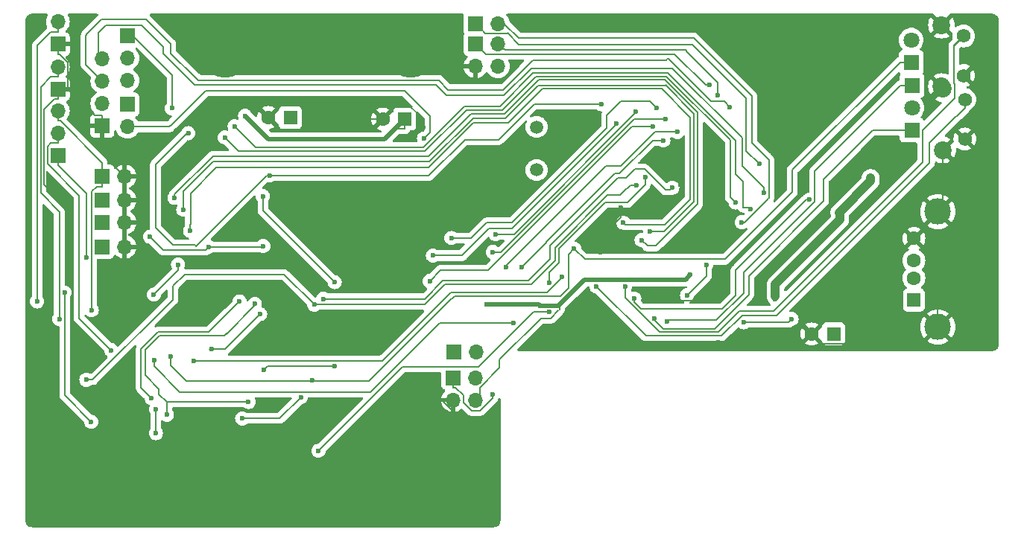
<source format=gbr>
%TF.GenerationSoftware,KiCad,Pcbnew,8.0.9*%
%TF.CreationDate,2025-04-11T10:46:46+01:00*%
%TF.ProjectId,Gotek,476f7465-6b2e-46b6-9963-61645f706362,rev?*%
%TF.SameCoordinates,Original*%
%TF.FileFunction,Copper,L2,Bot*%
%TF.FilePolarity,Positive*%
%FSLAX46Y46*%
G04 Gerber Fmt 4.6, Leading zero omitted, Abs format (unit mm)*
G04 Created by KiCad (PCBNEW 8.0.9) date 2025-04-11 10:46:46*
%MOMM*%
%LPD*%
G01*
G04 APERTURE LIST*
%TA.AperFunction,ComponentPad*%
%ADD10C,5.000000*%
%TD*%
%TA.AperFunction,ComponentPad*%
%ADD11R,1.700000X1.700000*%
%TD*%
%TA.AperFunction,ComponentPad*%
%ADD12O,1.700000X1.700000*%
%TD*%
%TA.AperFunction,ComponentPad*%
%ADD13R,1.600000X1.600000*%
%TD*%
%TA.AperFunction,ComponentPad*%
%ADD14C,1.600000*%
%TD*%
%TA.AperFunction,ComponentPad*%
%ADD15C,1.575000*%
%TD*%
%TA.AperFunction,ComponentPad*%
%ADD16C,2.025000*%
%TD*%
%TA.AperFunction,ComponentPad*%
%ADD17R,1.800000X1.800000*%
%TD*%
%TA.AperFunction,ComponentPad*%
%ADD18C,1.800000*%
%TD*%
%TA.AperFunction,ComponentPad*%
%ADD19R,1.500000X1.600000*%
%TD*%
%TA.AperFunction,ComponentPad*%
%ADD20C,3.000000*%
%TD*%
%TA.AperFunction,ComponentPad*%
%ADD21C,1.500000*%
%TD*%
%TA.AperFunction,ViaPad*%
%ADD22C,0.600000*%
%TD*%
%TA.AperFunction,Conductor*%
%ADD23C,0.200000*%
%TD*%
%TA.AperFunction,Conductor*%
%ADD24C,0.500000*%
%TD*%
%TA.AperFunction,Conductor*%
%ADD25C,1.000000*%
%TD*%
G04 APERTURE END LIST*
D10*
%TO.P,H1,1,1*%
%TO.N,GND*%
X118491000Y-60642500D03*
%TD*%
%TO.P,H2,1,1*%
%TO.N,GND*%
X139573000Y-60642500D03*
%TD*%
%TO.P,H3,1,1*%
%TO.N,GND*%
X118491000Y-110363000D03*
%TD*%
%TO.P,H4,1,1*%
%TO.N,GND*%
X139573000Y-110363000D03*
%TD*%
%TO.P,H5,1,1*%
%TO.N,GND*%
X189357000Y-60642500D03*
%TD*%
D11*
%TO.P,J10,1,Pin_1*%
%TO.N,GND*%
X104502000Y-68633500D03*
D12*
%TO.P,J10,2,Pin_2*%
%TO.N,5V*%
X104502000Y-66093500D03*
%TO.P,J10,3,Pin_3*%
%TO.N,SWCLK*%
X104502000Y-63553500D03*
%TO.P,J10,4,Pin_4*%
%TO.N,SWDIO*%
X104502000Y-61013500D03*
%TD*%
D11*
%TO.P,J7,1,Pin_1*%
%TO.N,/I2C2_CLK*%
X144360900Y-97291500D03*
D12*
%TO.P,J7,2,Pin_2*%
%TO.N,/I2C2_DTA*%
X146900900Y-97291500D03*
%TO.P,J7,3,Pin_3*%
%TO.N,GND*%
X144360900Y-99831500D03*
%TO.P,J7,4,Pin_4*%
%TO.N,+3.3V*%
X146900900Y-99831500D03*
%TD*%
D13*
%TO.P,C1,1*%
%TO.N,5V*%
X187587100Y-92313100D03*
D14*
%TO.P,C1,2*%
%TO.N,GND*%
X185087100Y-92313100D03*
%TD*%
D11*
%TO.P,JK1,1,Pin_1*%
%TO.N,ENCSW*%
X146888200Y-56991200D03*
D12*
%TO.P,JK1,2,Pin_2*%
%TO.N,U3-40-PC9*%
X149428200Y-56991200D03*
%TD*%
D11*
%TO.P,JA1,1,Pin_1*%
%TO.N,JA*%
X104500000Y-77080000D03*
D12*
%TO.P,JA1,2,Pin_2*%
%TO.N,GND*%
X107040000Y-77080000D03*
%TD*%
D15*
%TO.P,S4,1,1*%
%TO.N,GND*%
X202485600Y-70133600D03*
%TO.P,S4,2,2*%
%TO.N,BUT_L*%
X202485600Y-65633600D03*
D16*
%TO.P,S4,3,3*%
%TO.N,GND*%
X199985600Y-71383600D03*
%TO.P,S4,4,4*%
X199985600Y-64383600D03*
%TD*%
D17*
%TO.P,L5,1,K*%
%TO.N,/I2C2_DTA*%
X196472200Y-69119700D03*
D18*
%TO.P,L5,2,A*%
%TO.N,Net-(L3-A)*%
X196472200Y-66579700D03*
%TD*%
D13*
%TO.P,C17,1*%
%TO.N,+3.3V*%
X138863100Y-67862400D03*
D14*
%TO.P,C17,2*%
%TO.N,GND*%
X136363100Y-67862400D03*
%TD*%
D15*
%TO.P,S3,1,1*%
%TO.N,GND*%
X202345900Y-62915800D03*
%TO.P,S3,2,2*%
%TO.N,BUT_R*%
X202345900Y-58415800D03*
D16*
%TO.P,S3,3,3*%
%TO.N,GND*%
X199845900Y-64165800D03*
%TO.P,S3,4,4*%
X199845900Y-57165800D03*
%TD*%
D11*
%TO.P,J5,1,Pin_1*%
%TO.N,MTRON*%
X104500000Y-74400000D03*
D12*
%TO.P,J5,2,Pin_2*%
%TO.N,GND*%
X107040000Y-74400000D03*
%TD*%
D11*
%TO.P,JKA1,1,Pin_1*%
%TO.N,JKA1-1*%
X144460700Y-94351500D03*
D12*
%TO.P,JKA1,2,Pin_2*%
%TO.N,JKA1-2*%
X147000700Y-94351500D03*
%TD*%
D11*
%TO.P,JE1,1,Pin_1*%
%TO.N,GND*%
X99450000Y-59350000D03*
D12*
%TO.P,JE1,2,Pin_2*%
%TO.N,HDOUT*%
X99450000Y-56810000D03*
%TD*%
D11*
%TO.P,J3,1,Pin_1*%
%TO.N,J3_BOOT0*%
X107362600Y-58394600D03*
D12*
%TO.P,J3,2,Pin_2*%
%TO.N,+3.3V*%
X107362600Y-60934600D03*
%TO.P,J3,3,Pin_3*%
%TO.N,USART1_TX*%
X107362600Y-63474600D03*
%TD*%
D11*
%TO.P,J8,1,Pin_1*%
%TO.N,ENC1*%
X146900000Y-59329400D03*
D12*
%TO.P,J8,2,Pin_2*%
%TO.N,ENC2*%
X149440000Y-59329400D03*
%TO.P,J8,3,Pin_3*%
%TO.N,GND*%
X146900000Y-61869400D03*
%TO.P,J8,4,Pin_4*%
%TO.N,5V*%
X149440000Y-61869400D03*
%TD*%
D19*
%TO.P,P3,1,VBUS*%
%TO.N,5V*%
X196706500Y-88456600D03*
D14*
%TO.P,P3,2,D-*%
%TO.N,Net-(P3-D-)*%
X196706500Y-85956600D03*
%TO.P,P3,3,D+*%
%TO.N,Net-(P3-D+)*%
X196706500Y-83956600D03*
%TO.P,P3,4,GND*%
%TO.N,GND*%
X196706500Y-81456600D03*
D20*
%TO.P,P3,5,Shield*%
X199416500Y-91526600D03*
X199416500Y-78386600D03*
%TD*%
D17*
%TO.P,L3,1,K*%
%TO.N,/I2C2_CLK*%
X196484900Y-64039700D03*
D18*
%TO.P,L3,2,A*%
%TO.N,Net-(L3-A)*%
X196484900Y-66579700D03*
%TD*%
D11*
%TO.P,JC1,1,Pin_1*%
%TO.N,JC*%
X104500000Y-79629000D03*
D12*
%TO.P,JC1,2,Pin_2*%
%TO.N,GND*%
X107040000Y-79629000D03*
%TD*%
D11*
%TO.P,JD1,1,Pin_1*%
%TO.N,GND*%
X99450000Y-64470000D03*
D12*
%TO.P,JD1,2,Pin_2*%
%TO.N,DINST*%
X99450000Y-61930000D03*
%TD*%
D11*
%TO.P,JB1,1,Pin_1*%
%TO.N,JB*%
X104497000Y-82397600D03*
D12*
%TO.P,JB1,2,Pin_2*%
%TO.N,GND*%
X107037000Y-82397600D03*
%TD*%
D21*
%TO.P,Y1,1,1*%
%TO.N,Net-(U3-PH1)*%
X153838300Y-73662100D03*
%TO.P,Y1,2,2*%
%TO.N,Net-(U3-PH0)*%
X153838300Y-68762100D03*
%TD*%
D11*
%TO.P,J4,1,Pin_1*%
%TO.N,USART1_RX*%
X107362600Y-66209600D03*
D12*
%TO.P,J4,2,Pin_2*%
%TO.N,NRST*%
X107362600Y-68749600D03*
%TD*%
D17*
%TO.P,L4,1,K*%
%TO.N,SEL*%
X196399200Y-61409500D03*
D18*
%TO.P,L4,2,A*%
%TO.N,Net-(L4-A)*%
X196399200Y-58869500D03*
%TD*%
D13*
%TO.P,C19,1*%
%TO.N,5V*%
X125871500Y-67687800D03*
D14*
%TO.P,C19,2*%
%TO.N,GND*%
X123371500Y-67687800D03*
%TD*%
D11*
%TO.P,MO1,1,Pin_1*%
%TO.N,DRVSEL*%
X99450000Y-72000000D03*
D12*
%TO.P,MO1,2,Pin_2*%
%TO.N,SEL*%
X99450000Y-69460000D03*
%TO.P,MO1,3,Pin_3*%
%TO.N,MTRON*%
X99450000Y-66920000D03*
%TD*%
D22*
%TO.N,GND*%
X145262600Y-71958200D03*
X110134400Y-84734400D03*
X101981000Y-56642000D03*
X185648600Y-79730600D03*
X115951000Y-89255600D03*
X147491000Y-78184400D03*
X170205400Y-75336400D03*
X128762000Y-75904700D03*
X169113200Y-77165200D03*
X174523400Y-72034400D03*
X124876000Y-89046100D03*
X107467400Y-95326200D03*
X168046400Y-73812400D03*
X161163000Y-82981800D03*
X138125000Y-78654300D03*
X106349800Y-92303600D03*
X175349000Y-87229900D03*
X114300000Y-101396800D03*
X134347000Y-91405100D03*
X166979600Y-76885800D03*
X122580400Y-80645000D03*
X134645000Y-75669800D03*
X112627000Y-73977500D03*
X140941000Y-68821300D03*
X174498000Y-93248900D03*
X174294800Y-79222600D03*
X163372800Y-77958900D03*
X174574200Y-82473800D03*
X116865400Y-67132200D03*
X98874200Y-76297900D03*
X160249000Y-68021200D03*
X167665000Y-87620500D03*
X181813200Y-83388200D03*
X108102400Y-86512400D03*
X116113000Y-71434300D03*
X169291000Y-88541200D03*
X144158000Y-74079100D03*
X110169000Y-66611500D03*
X158292800Y-89458800D03*
%TO.N,NRST*%
X141049000Y-70065900D03*
%TO.N,+3.3V*%
X188204000Y-78495500D03*
X148130000Y-88973000D03*
X191795000Y-74549000D03*
X154226000Y-89081000D03*
X120726000Y-67494100D03*
X180975000Y-88376100D03*
X171256000Y-85601200D03*
%TO.N,J3_BOOT0*%
X114259000Y-69475400D03*
X123514000Y-74291800D03*
X161236000Y-66179700D03*
X112414000Y-66640100D03*
%TO.N,USART1_TX*%
X178102000Y-78130400D03*
X119545000Y-68675200D03*
%TO.N,USART1_RX*%
X118428000Y-69964300D03*
X176447000Y-77355700D03*
%TO.N,/I2C2_CLK*%
X168634000Y-90862100D03*
X148859100Y-99171900D03*
%TO.N,/I2C2_DTA*%
X167221000Y-90576400D03*
%TO.N,SWDIO*%
X179638000Y-76260300D03*
%TO.N,SWCLK*%
X175793000Y-66475000D03*
%TO.N,MTRON*%
X103305000Y-89610000D03*
%TO.N,ENC1*%
X173463000Y-64004800D03*
X184848000Y-77019100D03*
X164941000Y-88284100D03*
%TO.N,DIR*%
X110392000Y-95329400D03*
X151206200Y-91055800D03*
%TO.N,ENCSW*%
X179130000Y-72958300D03*
%TO.N,READY*%
X103242000Y-102314000D03*
X100224000Y-87610000D03*
%TO.N,JA*%
X112697000Y-76815900D03*
X165760400Y-81635600D03*
%TO.N,JB*%
X163677600Y-79654400D03*
X114476000Y-80592600D03*
%TO.N,JC*%
X166751000Y-80645000D03*
X113706000Y-78187600D03*
%TO.N,DINST*%
X99616800Y-90610000D03*
%TO.N,SPI2_MISO*%
X182804000Y-90624000D03*
X177393600Y-90986000D03*
%TO.N,ENC2*%
X174454000Y-65147800D03*
%TO.N,U3-40-PC9*%
X177155000Y-79609900D03*
%TO.N,JKA1-1*%
X150339000Y-84743900D03*
X169802000Y-69329300D03*
%TO.N,JKA1-2*%
X152121000Y-84750300D03*
X168251000Y-70286600D03*
%TO.N,WPROT_3V3*%
X141694000Y-86296500D03*
X167078000Y-68726100D03*
%TO.N,SEL*%
X158112000Y-82616700D03*
X128375000Y-97605900D03*
X105537000Y-94175200D03*
X112265000Y-94913400D03*
%TO.N,STEP*%
X156696000Y-85858400D03*
X114892000Y-95350000D03*
%TO.N,WGATE*%
X130909000Y-95967400D03*
X128574000Y-88974300D03*
X102685000Y-97531000D03*
X165176200Y-75387200D03*
X122873000Y-96389400D03*
%TO.N,INDEX*%
X109919000Y-81243300D03*
X122796000Y-82321400D03*
X116615000Y-82407100D03*
%TO.N,WPROT*%
X121834000Y-88871400D03*
X121109000Y-100047000D03*
X111843000Y-101504000D03*
%TO.N,RDATA*%
X120394000Y-101932000D03*
X110590000Y-103610000D03*
X127052000Y-99510500D03*
X110590000Y-100891000D03*
%TO.N,TRK0*%
X110096000Y-99610000D03*
X120094000Y-88614200D03*
%TO.N,SIDE1*%
X155300000Y-89838200D03*
X166180556Y-74484517D03*
X129052000Y-105622000D03*
X155300000Y-86467000D03*
%TO.N,WDATA*%
X129590800Y-88315800D03*
X116941600Y-94056200D03*
X169265600Y-75666600D03*
X122428000Y-90059000D03*
%TO.N,BUT_L*%
X160645000Y-86912400D03*
%TO.N,BUT_R*%
X163887000Y-86931500D03*
%TO.N,INDEX_3V3*%
X142072000Y-83404100D03*
X162931000Y-68338700D03*
%TO.N,TRK0_3V3*%
X144158000Y-81397400D03*
X167484000Y-66621000D03*
%TO.N,READY_3V3*%
X168481000Y-67840200D03*
X148879000Y-83004000D03*
%TO.N,CHNG*%
X130899000Y-86410800D03*
X122736000Y-76638000D03*
%TO.N,HDOUT*%
X110363000Y-87833200D03*
X97093200Y-88610000D03*
X113106200Y-84429600D03*
%TO.N,CHNG_3V3*%
X149203000Y-80971900D03*
X165095000Y-67008400D03*
%TO.N,DRVSEL*%
X102662000Y-83610000D03*
%TO.N,SPI2_SS*%
X173122000Y-84429700D03*
X170936000Y-87914000D03*
%TD*%
D23*
%TO.N,GND*%
X99666100Y-60501700D02*
X99450000Y-60501700D01*
X134312000Y-91440000D02*
X127000000Y-91440000D01*
X199416500Y-91526600D02*
X199416500Y-91526700D01*
X169291000Y-88541200D02*
X168392000Y-88541200D01*
X110338000Y-62255400D02*
X110392000Y-62309400D01*
X137846000Y-78654300D02*
X134861000Y-75669800D01*
X124606000Y-89046100D02*
X124876000Y-89046100D01*
X199986000Y-75630400D02*
X199986000Y-73444100D01*
X100602000Y-61437300D02*
X99666100Y-60501700D01*
X199986000Y-73444100D02*
X199986000Y-71383600D01*
X104502000Y-67481800D02*
X104502000Y-68633500D01*
X146900000Y-61869400D02*
X140800000Y-61869400D01*
X104502000Y-71861900D02*
X107040000Y-74400000D01*
X104502000Y-68633500D02*
X104502000Y-71861900D01*
X128324000Y-65957400D02*
X130229000Y-67862400D01*
X107040000Y-77080000D02*
X107040000Y-79629000D01*
X99450000Y-59350000D02*
X100593800Y-59350000D01*
X99074900Y-65621700D02*
X99450000Y-65621700D01*
X199845900Y-64165800D02*
X199846000Y-64165800D01*
X113570000Y-73977500D02*
X116113000Y-71434300D01*
X138106000Y-78673300D02*
X138001000Y-78673300D01*
X144361000Y-99831500D02*
X144361000Y-101168200D01*
X140800000Y-61869400D02*
X139573000Y-60642500D01*
X162082900Y-93248900D02*
X158292800Y-89458800D01*
X123372000Y-67687800D02*
X123371500Y-67687800D01*
X119294000Y-66351100D02*
X122035000Y-66351100D01*
X110392000Y-62309400D02*
X110392000Y-64265200D01*
X167942000Y-88090400D02*
X167942000Y-87896700D01*
X124814000Y-66245800D02*
X125102000Y-65957400D01*
X97896600Y-66800000D02*
X99074900Y-65621700D01*
X174498000Y-93248900D02*
X162082900Y-93248900D01*
X143075000Y-99831500D02*
X144360900Y-99831500D01*
X137020000Y-79480300D02*
X137846000Y-78654300D01*
X138106000Y-78673300D02*
X138106000Y-84226200D01*
X161163000Y-81257200D02*
X163372800Y-79047400D01*
X199417000Y-78386600D02*
X199986000Y-77817600D01*
X199986000Y-75630800D02*
X199986000Y-75630400D01*
X123371500Y-67687800D02*
X123371000Y-67687800D01*
X138106000Y-84226200D02*
X137020000Y-85312200D01*
X134347000Y-91405100D02*
X134312000Y-91440000D01*
X163372800Y-79047400D02*
X163372800Y-77958900D01*
X116113000Y-71434300D02*
X116113000Y-69532500D01*
X196707000Y-81456600D02*
X199417000Y-84166600D01*
X124814000Y-66245800D02*
X123372000Y-67687800D01*
X112627000Y-73977500D02*
X113570000Y-73977500D01*
X103614000Y-67481800D02*
X104502000Y-67481800D01*
X139573000Y-60642500D02*
X118491000Y-60642500D01*
X174038000Y-88541200D02*
X169291000Y-88541200D01*
X145262600Y-75498300D02*
X145034000Y-75726900D01*
X138125000Y-78654300D02*
X137846000Y-78654300D01*
X199416500Y-78386600D02*
X199417000Y-78386600D01*
X138125000Y-78654300D02*
X138106000Y-78673300D01*
X136363000Y-67862400D02*
X136363100Y-67862400D01*
X129115000Y-75552300D02*
X134528000Y-75552300D01*
X125102000Y-65957400D02*
X128324000Y-65957400D01*
X127000000Y-91440000D02*
X124876000Y-89315900D01*
X140941000Y-68821300D02*
X140941000Y-67855200D01*
X109296200Y-63119000D02*
X109296200Y-65738700D01*
X145262600Y-71958200D02*
X145262600Y-75498300D01*
X199986000Y-64305500D02*
X199986000Y-64383600D01*
X138967000Y-65881200D02*
X138344300Y-65881200D01*
X144158000Y-74850600D02*
X145034000Y-75726900D01*
X99450000Y-60501700D02*
X99450000Y-59350000D01*
X156312000Y-71958200D02*
X145262600Y-71958200D01*
X97896600Y-75320300D02*
X97896600Y-66800000D01*
X160249000Y-68021200D02*
X156312000Y-71958200D01*
X196706000Y-81456600D02*
X196706500Y-81456600D01*
X199417000Y-84166600D02*
X199417000Y-91526800D01*
X138125000Y-78654300D02*
X141691000Y-75088800D01*
X100602000Y-64470000D02*
X100602000Y-61437300D01*
X144361000Y-101168200D02*
X144361000Y-105575000D01*
X199985600Y-64383600D02*
X199986000Y-64383600D01*
X123371000Y-67687800D02*
X124814000Y-66245800D01*
X110392000Y-66388500D02*
X110392000Y-64265200D01*
X100602000Y-64470000D02*
X103614000Y-67481800D01*
X197530000Y-93413100D02*
X186187000Y-93413100D01*
X199416000Y-78386600D02*
X199416500Y-78386600D01*
X143075000Y-99882200D02*
X144361000Y-101168200D01*
X144104000Y-74079100D02*
X144158000Y-74079100D01*
X199416500Y-91526700D02*
X199416000Y-91526700D01*
X107040000Y-79629000D02*
X107040000Y-82394600D01*
X196706500Y-81456600D02*
X196707000Y-81456600D01*
X144360900Y-99831500D02*
X144361000Y-99831500D01*
X144361000Y-105575000D02*
X139573000Y-110363000D01*
X99450000Y-65621700D02*
X99450000Y-64470000D01*
X199846000Y-64165800D02*
X199986000Y-64305500D01*
X122035000Y-66351100D02*
X123371000Y-67687800D01*
X199985600Y-71383600D02*
X199986000Y-71383600D01*
X134528000Y-75552300D02*
X134645000Y-75669800D01*
X98874200Y-76297900D02*
X97896600Y-75320300D01*
X186187000Y-93413100D02*
X185087000Y-92313200D01*
X199417000Y-91526800D02*
X199416500Y-91526700D01*
X128762000Y-75904700D02*
X129115000Y-75552300D01*
X109296200Y-65738700D02*
X110169000Y-66611500D01*
X141691000Y-75088800D02*
X143094000Y-75088800D01*
X100593800Y-59350000D02*
X100609400Y-59334400D01*
X168392000Y-88541200D02*
X167942000Y-88090400D01*
X110159800Y-62255400D02*
X109296200Y-63119000D01*
X118491000Y-110363000D02*
X139573000Y-110363000D01*
X143094000Y-75088800D02*
X144104000Y-74079100D01*
X134861000Y-75669800D02*
X134645000Y-75669800D01*
X175349000Y-87229900D02*
X174038000Y-88541200D01*
X107040000Y-82394600D02*
X107037000Y-82397600D01*
X99450000Y-64470000D02*
X100602000Y-64470000D01*
X110338000Y-62255400D02*
X110159800Y-62255400D01*
X107040000Y-74400000D02*
X107040000Y-77080000D01*
X199986000Y-75630800D02*
X199986000Y-75630400D01*
X130229000Y-67862400D02*
X136363000Y-67862400D01*
X167942000Y-87896700D02*
X167665000Y-87620500D01*
X124876000Y-89315900D02*
X124876000Y-89046100D01*
X116113000Y-69532500D02*
X119294000Y-66351100D01*
X145034000Y-75726900D02*
X147491000Y-78184400D01*
X110169000Y-66611500D02*
X110392000Y-66388500D01*
X199417000Y-91526800D02*
X197530000Y-93413100D01*
X138344300Y-65881200D02*
X136363100Y-67862400D01*
X137020000Y-85312200D02*
X137020000Y-79480300D01*
X161163000Y-82981800D02*
X161163000Y-81257200D01*
X199986000Y-75630400D02*
X199986000Y-73444100D01*
X144158000Y-74079100D02*
X144158000Y-74850600D01*
X199986000Y-77817600D02*
X199986000Y-75630800D01*
X140941000Y-67855200D02*
X138967000Y-65881200D01*
%TO.N,NRST*%
X112140000Y-68749600D02*
X107363000Y-68749600D01*
X141049000Y-70065900D02*
X141707000Y-69408700D01*
X112335000Y-68554600D02*
X112140000Y-68749600D01*
X138830000Y-64611200D02*
X116268000Y-64611200D01*
X141707000Y-69408700D02*
X141707000Y-67487800D01*
X141707000Y-67487800D02*
X138830000Y-64611200D01*
X116268000Y-64611200D02*
X112335000Y-68545100D01*
X107362600Y-68749600D02*
X107363000Y-68749600D01*
X112335000Y-68545100D02*
X112335000Y-68554600D01*
D24*
%TO.N,+3.3V*%
X136590000Y-70135800D02*
X137536000Y-69189700D01*
D23*
X149632051Y-96186695D02*
X149632051Y-95232599D01*
X138863000Y-68413200D02*
X138863000Y-68413100D01*
X156445000Y-89544100D02*
X156445000Y-89081000D01*
D24*
X120726000Y-67494100D02*
X123368000Y-70135800D01*
D23*
X138863000Y-67862400D02*
X138863000Y-68137700D01*
D24*
X159287000Y-86125100D02*
X170732000Y-86125100D01*
X156331000Y-89081000D02*
X159287000Y-86125100D01*
D23*
X156445000Y-89081000D02*
X156331000Y-89081000D01*
D24*
X154226000Y-89081000D02*
X156331000Y-89081000D01*
D23*
X138863100Y-68137600D02*
X138863100Y-67862400D01*
X138863000Y-68413100D02*
X138863000Y-68137700D01*
X138863000Y-68964100D02*
X137762000Y-68964100D01*
X138863000Y-68137700D02*
X138863000Y-68413100D01*
D24*
X148130000Y-88973000D02*
X154118000Y-88973000D01*
D23*
X138863000Y-68413100D02*
X138863000Y-68413200D01*
X180975000Y-87991900D02*
X180975000Y-88376100D01*
X156331000Y-89081000D02*
X154226000Y-89081000D01*
X147370800Y-99361600D02*
X147370800Y-98441500D01*
X155461129Y-90525600D02*
X156331000Y-89655729D01*
X146900900Y-99831500D02*
X147370800Y-99361600D01*
D24*
X170732000Y-86125100D02*
X171256000Y-85601200D01*
D25*
X180975000Y-87991900D02*
X180975000Y-86680700D01*
X180975000Y-86680700D02*
X188338000Y-79317900D01*
D23*
X138863000Y-68413200D02*
X138863000Y-68964100D01*
X147370800Y-98441500D02*
X147377246Y-98441500D01*
X154339050Y-90525600D02*
X155461129Y-90525600D01*
X138863000Y-68137700D02*
X138863100Y-68137600D01*
D25*
X188338000Y-79317900D02*
X188338000Y-78628900D01*
D24*
X123368000Y-70135800D02*
X136590000Y-70135800D01*
D23*
X137762000Y-68964100D02*
X137536000Y-69189700D01*
D24*
X154118000Y-88973000D02*
X154226000Y-89081000D01*
D23*
X138863000Y-68137700D02*
X138863000Y-67862400D01*
D24*
X137536000Y-69189700D02*
X138863000Y-67862400D01*
D25*
X191795000Y-74904600D02*
X191795000Y-74549000D01*
D23*
X188204000Y-78495500D02*
X188338000Y-78628900D01*
X149632051Y-95232599D02*
X154339050Y-90525600D01*
X147377246Y-98441500D02*
X149632051Y-96186695D01*
D25*
X188204000Y-78495500D02*
X191795000Y-74904600D01*
D23*
%TO.N,J3_BOOT0*%
X141602000Y-74295000D02*
X141453000Y-74295000D01*
X112424000Y-62852300D02*
X107966000Y-58394600D01*
X114097000Y-69475400D02*
X110534000Y-73037700D01*
X145690000Y-70206700D02*
X141602000Y-74295000D01*
X161214000Y-66157500D02*
X153562000Y-66157500D01*
X107966000Y-58394600D02*
X107363000Y-58394600D01*
X110534000Y-73037700D02*
X110534000Y-80187800D01*
X153562000Y-66157500D02*
X149513000Y-70206700D01*
X149513000Y-70206700D02*
X145690000Y-70206700D01*
X114259000Y-69475400D02*
X114097000Y-69475400D01*
X110534000Y-80187800D02*
X112560000Y-82213400D01*
X112424000Y-66630600D02*
X112424000Y-62852300D01*
X141453000Y-74295000D02*
X141449000Y-74291800D01*
X115037000Y-82213400D02*
X115141000Y-82318200D01*
X123168000Y-74291800D02*
X123514000Y-74291800D01*
X107363000Y-58394600D02*
X107362600Y-58394600D01*
X112560000Y-82213400D02*
X115037000Y-82213400D01*
X161236000Y-66179700D02*
X161214000Y-66157500D01*
X112414000Y-66640100D02*
X112424000Y-66630600D01*
X141449000Y-74291800D02*
X123514000Y-74291800D01*
X115141000Y-82318200D02*
X123168000Y-74291800D01*
%TO.N,USART1_TX*%
X177879000Y-77908100D02*
X177324000Y-77908100D01*
X177276000Y-74942700D02*
X176441000Y-74107700D01*
X149653600Y-66398800D02*
X145612000Y-66398800D01*
X177302000Y-74942700D02*
X177276000Y-74942700D01*
X176441000Y-70285000D02*
X168754000Y-62598300D01*
X140932000Y-71078700D02*
X121949000Y-71078700D01*
X145612000Y-66398800D02*
X140932000Y-71078700D01*
X178102000Y-78130400D02*
X177879000Y-77908100D01*
X176441000Y-74107700D02*
X176441000Y-70285000D01*
X177324000Y-77908100D02*
X177302000Y-77885900D01*
X177302000Y-77885900D02*
X177302000Y-74942700D01*
X168754000Y-62598300D02*
X153454100Y-62598300D01*
X121949000Y-71078700D02*
X119545000Y-68675200D01*
X153454100Y-62598300D02*
X149653600Y-66398800D01*
%TO.N,USART1_RX*%
X175819000Y-70228400D02*
X168598000Y-63007900D01*
X176447000Y-77355700D02*
X175819000Y-76727100D01*
X145850000Y-66849600D02*
X141170000Y-71529600D01*
X119993000Y-71529600D02*
X118428000Y-69964300D01*
X168598000Y-63007900D02*
X153781100Y-63007900D01*
X141170000Y-71529600D02*
X119993000Y-71529600D01*
X149939400Y-66849600D02*
X145850000Y-66849600D01*
X153781100Y-63007900D02*
X149939400Y-66849600D01*
X175819000Y-76727100D02*
X175819000Y-70228400D01*
%TO.N,/I2C2_CLK*%
X195180000Y-64039800D02*
X195199000Y-64039800D01*
X148859100Y-99600900D02*
X147425000Y-101035000D01*
X196484900Y-64039700D02*
X195199000Y-64039700D01*
X148859100Y-99171900D02*
X148859100Y-99600900D01*
X195199000Y-64039700D02*
X195199000Y-64039800D01*
X146446000Y-101035000D02*
X145513000Y-100102000D01*
X196485000Y-64039700D02*
X196484900Y-64039700D01*
X144649000Y-98443200D02*
X144361000Y-98443200D01*
X174282100Y-90766900D02*
X177387000Y-87662000D01*
X195199000Y-64039800D02*
X196485000Y-64039800D01*
X147425000Y-101035000D02*
X146446000Y-101035000D01*
X185448000Y-73809100D02*
X185430000Y-73790200D01*
X185430000Y-73790200D02*
X195180000Y-64039800D01*
X168729000Y-90766900D02*
X174282100Y-90766900D01*
X145513000Y-99306900D02*
X144649000Y-98443200D01*
X177387000Y-85328900D02*
X185448000Y-77267700D01*
X185448000Y-77267700D02*
X185448000Y-73809100D01*
X177387000Y-87662000D02*
X177387000Y-85328900D01*
X145513000Y-100102000D02*
X145513000Y-99306900D01*
X144361000Y-98443200D02*
X144361000Y-97291500D01*
X168634000Y-90862100D02*
X168729000Y-90766900D01*
X144361000Y-97291500D02*
X144360900Y-97291500D01*
%TO.N,/I2C2_DTA*%
X177933000Y-85699600D02*
X186433000Y-77200100D01*
X168205000Y-91713100D02*
X174072500Y-91713100D01*
X167221000Y-90576400D02*
X167221000Y-90728800D01*
X191986000Y-69148300D02*
X191986000Y-69103900D01*
X191986000Y-69103900D02*
X192002000Y-69119800D01*
X196472000Y-69119700D02*
X196472200Y-69119700D01*
X174072500Y-91713100D02*
X177933000Y-87852600D01*
X196472000Y-69119800D02*
X196472000Y-69119700D01*
X167221000Y-90728800D02*
X168205000Y-91713100D01*
X186433000Y-74701400D02*
X191986000Y-69148300D01*
X177933000Y-87852600D02*
X177933000Y-85699600D01*
X192002000Y-69119800D02*
X196472000Y-69119800D01*
X186433000Y-77200100D02*
X186433000Y-74701400D01*
%TO.N,SWDIO*%
X177209000Y-73218700D02*
X179638000Y-75647600D01*
X177209000Y-69999200D02*
X177209000Y-73218700D01*
X169285000Y-62074400D02*
X177209000Y-69999200D01*
X143615000Y-65176400D02*
X143789000Y-65176400D01*
X143789000Y-65176400D02*
X143812000Y-65198600D01*
X114967000Y-63973100D02*
X142411000Y-63973100D01*
X104886000Y-57216700D02*
X108991000Y-57216700D01*
X179638000Y-75647600D02*
X179638000Y-76260300D01*
X142411000Y-63973100D02*
X143615000Y-65176400D01*
X143812000Y-65198600D02*
X150136000Y-65198600D01*
X153260000Y-62074400D02*
X169285000Y-62074400D01*
X108991000Y-57216700D02*
X111449000Y-59674100D01*
X111449000Y-59674100D02*
X111449000Y-60455200D01*
X111449000Y-60455200D02*
X114967000Y-63973100D01*
X104080000Y-58023100D02*
X104886000Y-57216700D01*
X104080000Y-60591200D02*
X104080000Y-58023100D01*
X150136000Y-65198600D02*
X153260000Y-62074400D01*
X104502000Y-61013500D02*
X104080000Y-60591200D01*
%TO.N,SWCLK*%
X168694000Y-61039400D02*
X168558000Y-61175900D01*
X102718000Y-58318400D02*
X102648000Y-58388200D01*
X143796000Y-64525500D02*
X142742000Y-63471400D01*
X115103000Y-63166600D02*
X115033000Y-63166600D01*
X168815000Y-61039400D02*
X168694000Y-61039400D01*
X102648000Y-58388200D02*
X102648000Y-61699300D01*
X104394000Y-56537200D02*
X102718000Y-58213600D01*
X115408000Y-63471400D02*
X115103000Y-63166600D01*
X173629000Y-65852700D02*
X168815000Y-61039400D01*
X150031000Y-64525500D02*
X143796000Y-64525500D01*
X102648000Y-61699300D02*
X104502000Y-63553500D01*
X168558000Y-61175900D02*
X153381000Y-61175900D01*
X115033000Y-63166600D02*
X112278000Y-60410700D01*
X112278000Y-60410700D02*
X112278000Y-59293100D01*
X102718000Y-58213600D02*
X102718000Y-58318400D01*
X175171000Y-65852700D02*
X173629000Y-65852700D01*
X112278000Y-59293100D02*
X109487000Y-56502300D01*
X175793000Y-66475000D02*
X175171000Y-65852700D01*
X109487000Y-56502300D02*
X109452000Y-56537200D01*
X142742000Y-63471400D02*
X115408000Y-63471400D01*
X153381000Y-61175900D02*
X150031000Y-64525500D01*
X109452000Y-56537200D02*
X104394000Y-56537200D01*
%TO.N,MTRON*%
X99718500Y-68071700D02*
X104500000Y-72853200D01*
X99450000Y-68071700D02*
X99718500Y-68071700D01*
X104500000Y-74400000D02*
X104500000Y-75551700D01*
X103852000Y-75551700D02*
X103305000Y-76099300D01*
X99450000Y-66920000D02*
X99450000Y-68071700D01*
X104500000Y-75551700D02*
X103852000Y-75551700D01*
X103305000Y-76099300D02*
X103305000Y-89610000D01*
X104500000Y-72853200D02*
X104500000Y-74400000D01*
%TO.N,ENC1*%
X176476000Y-87903100D02*
X174904400Y-89474700D01*
X173463000Y-64004800D02*
X173057000Y-64004800D01*
X174904400Y-89474700D02*
X165729000Y-89474700D01*
X153500000Y-60479400D02*
X148050000Y-60479400D01*
X165729000Y-89474700D02*
X164941000Y-88687300D01*
X169516000Y-60464800D02*
X153514000Y-60464800D01*
X148050000Y-60479400D02*
X146900000Y-59329400D01*
X184499000Y-77054100D02*
X176476000Y-85077300D01*
X173057000Y-64004800D02*
X169516000Y-60464800D01*
X176476000Y-85077300D02*
X176476000Y-87903100D01*
X153514000Y-60464800D02*
X153500000Y-60479400D01*
X184814000Y-77054100D02*
X184499000Y-77054100D01*
X184848000Y-77019100D02*
X184814000Y-77054100D01*
X164941000Y-88687300D02*
X164941000Y-88284100D01*
%TO.N,DIR*%
X113313000Y-98907600D02*
X110392000Y-95986600D01*
X134947000Y-98907600D02*
X113313000Y-98907600D01*
X142799000Y-91055800D02*
X134947000Y-98907600D01*
X110392000Y-95986600D02*
X110392000Y-95329400D01*
X151206200Y-91055800D02*
X142799000Y-91055800D01*
%TO.N,ENCSW*%
X147463000Y-57566300D02*
X146888000Y-56991400D01*
X150514000Y-58073900D02*
X150447000Y-58141200D01*
X177660000Y-71488300D02*
X177660000Y-65497100D01*
X147463000Y-57566300D02*
X146888000Y-56991500D01*
X146888000Y-56991500D02*
X146888000Y-56991400D01*
X146888000Y-56991400D02*
X146888000Y-56991300D01*
X179130000Y-72958300D02*
X177660000Y-71488300D01*
X171561000Y-59397900D02*
X151806000Y-59397900D01*
X146888000Y-56991300D02*
X146888100Y-56991300D01*
X148038000Y-58141200D02*
X147463000Y-57566300D01*
X177660000Y-65497100D02*
X171561000Y-59397900D01*
X146888000Y-56991300D02*
X146888000Y-56991200D01*
X150447000Y-58141200D02*
X148038000Y-58141200D01*
X151806000Y-59397900D02*
X151806000Y-59366200D01*
X146888100Y-56991300D02*
X146888200Y-56991200D01*
X151806000Y-59366200D02*
X150514000Y-58073900D01*
%TO.N,READY*%
X100224000Y-99296300D02*
X100224000Y-87610000D01*
X103242000Y-102314000D02*
X100224000Y-99296300D01*
%TO.N,JA*%
X166424000Y-82299200D02*
X167373000Y-82299200D01*
X146349000Y-67297300D02*
X141571000Y-72075700D01*
X150182000Y-67297300D02*
X146349000Y-67297300D01*
X154066000Y-63413200D02*
X150182000Y-67297300D01*
X165760400Y-81635600D02*
X166424000Y-82299200D01*
X172152000Y-77520800D02*
X172152000Y-67126900D01*
X117059000Y-72075700D02*
X112697000Y-76438100D01*
X167373000Y-82299200D02*
X172152000Y-77520800D01*
X172152000Y-67126900D02*
X168438000Y-63413200D01*
X141571000Y-72075700D02*
X117059000Y-72075700D01*
X168438000Y-63413200D02*
X154066000Y-63413200D01*
X112697000Y-76438100D02*
X112697000Y-76815900D01*
%TO.N,JB*%
X150601000Y-68319600D02*
X146609000Y-68319600D01*
X114513000Y-79769500D02*
X114476000Y-79806000D01*
X163677600Y-79654400D02*
X163896700Y-79873500D01*
X163896700Y-79873500D02*
X168396000Y-79873500D01*
X171298000Y-76971500D02*
X171298000Y-67686300D01*
X114513000Y-76301600D02*
X114513000Y-79769500D01*
X168050000Y-64438200D02*
X154483000Y-64438200D01*
X171298000Y-67686300D02*
X168050000Y-64438200D01*
X117415000Y-73399600D02*
X114513000Y-76301600D01*
X141529000Y-73399600D02*
X117415000Y-73399600D01*
X146609000Y-68319600D02*
X141529000Y-73399600D01*
X114476000Y-79806000D02*
X114476000Y-80592600D01*
X154483000Y-64438200D02*
X150601000Y-68319600D01*
X168396000Y-79873500D02*
X171298000Y-76971500D01*
%TO.N,JC*%
X113706000Y-76092100D02*
X113706000Y-78187600D01*
X150293000Y-67751300D02*
X146612000Y-67751300D01*
X168397000Y-64038200D02*
X154007000Y-64038200D01*
X168332500Y-80645000D02*
X171698000Y-77279500D01*
X166751000Y-80645000D02*
X168332500Y-80645000D01*
X168447000Y-63988200D02*
X168397000Y-64038200D01*
X141659000Y-72704300D02*
X117094000Y-72704300D01*
X146612000Y-67751300D02*
X141659000Y-72704300D01*
X171698000Y-77279500D02*
X171698000Y-67238600D01*
X117094000Y-72704300D02*
X113706000Y-76092100D01*
X171698000Y-67238600D02*
X168447000Y-63988200D01*
X154007000Y-64038200D02*
X150293000Y-67751300D01*
%TO.N,DINST*%
X97494900Y-76290400D02*
X99616800Y-78412300D01*
X99616800Y-78412300D02*
X99616800Y-90610000D01*
X99450000Y-61930000D02*
X99450000Y-63081700D01*
X99450000Y-63081700D02*
X98658200Y-63081700D01*
X97494900Y-64245000D02*
X97494900Y-76290400D01*
X98658200Y-63081700D02*
X97494900Y-64245000D01*
%TO.N,SPI2_MISO*%
X177393600Y-90986000D02*
X182442000Y-90986000D01*
X182442000Y-90986000D02*
X182804000Y-90624000D01*
%TO.N,ENC2*%
X150273000Y-59991600D02*
X150203000Y-59921800D01*
X174454000Y-63690500D02*
X170894000Y-60131300D01*
X150098000Y-59921800D02*
X149506000Y-59329400D01*
X149506000Y-59329400D02*
X149440000Y-59329400D01*
X174454000Y-65147800D02*
X174454000Y-63690500D01*
X150203000Y-59921800D02*
X150098000Y-59921800D01*
X170894000Y-60131300D02*
X170894000Y-59991600D01*
X170894000Y-59991600D02*
X150273000Y-59991600D01*
%TO.N,U3-40-PC9*%
X151771000Y-58629600D02*
X150133000Y-56991200D01*
X171701000Y-58629600D02*
X151771000Y-58629600D01*
X179889000Y-72167800D02*
X178286000Y-70564400D01*
X177471000Y-79609900D02*
X180102000Y-76978700D01*
X180238000Y-72501100D02*
X179905000Y-72167800D01*
X150133000Y-56991200D02*
X149428200Y-56991200D01*
X179905000Y-72167800D02*
X179889000Y-72167800D01*
X180238000Y-76812900D02*
X180238000Y-72501100D01*
X177155000Y-79609900D02*
X177471000Y-79609900D01*
X180102000Y-76949300D02*
X180238000Y-76812900D01*
X180102000Y-76978700D02*
X180102000Y-76949300D01*
X178286000Y-65214000D02*
X171701000Y-58629600D01*
X178286000Y-70564400D02*
X178286000Y-65214000D01*
X149428200Y-56991200D02*
X149428000Y-56991200D01*
%TO.N,JKA1-1*%
X150339000Y-84588400D02*
X150339000Y-84743900D01*
X161754000Y-73174200D02*
X150339000Y-84588400D01*
X169802000Y-69329300D02*
X167323300Y-69329300D01*
X163449000Y-73218700D02*
X163405000Y-73174200D01*
X163449000Y-73203600D02*
X163449000Y-73218700D01*
X169800500Y-69330800D02*
X169802000Y-69329300D01*
X167323300Y-69329300D02*
X163449000Y-73203600D01*
X163405000Y-73174200D02*
X161754000Y-73174200D01*
%TO.N,JKA1-2*%
X167022000Y-70286600D02*
X168251000Y-70286600D01*
X154972000Y-81902200D02*
X154972000Y-81857300D01*
X152124000Y-84750300D02*
X154972000Y-81902200D01*
X163230000Y-74079100D02*
X167022000Y-70286600D01*
X152121000Y-84750300D02*
X152124000Y-84750300D01*
X154972000Y-81857300D02*
X162750000Y-74079100D01*
X162750000Y-74079100D02*
X163230000Y-74079100D01*
%TO.N,WPROT_3V3*%
X141694000Y-86296500D02*
X142919000Y-85070900D01*
X165522000Y-68691100D02*
X164684000Y-68691100D01*
X142919000Y-85070900D02*
X148304000Y-85070900D01*
X148908000Y-84467700D02*
X149184000Y-84191500D01*
X164684000Y-68691100D02*
X149184000Y-84190800D01*
X167078000Y-68726100D02*
X165557000Y-68726100D01*
X149184000Y-84190800D02*
X149184000Y-84191500D01*
X165557000Y-68726100D02*
X165522000Y-68691100D01*
X148304000Y-85070900D02*
X148908000Y-84467700D01*
%TO.N,SEL*%
X98658200Y-70611700D02*
X98298300Y-70971600D01*
X175260000Y-83820000D02*
X159315000Y-83820000D01*
X182880000Y-73660000D02*
X182880000Y-76200000D01*
X128470000Y-97701100D02*
X134763000Y-97701100D01*
X157445000Y-87128400D02*
X157445000Y-83283400D01*
X144161000Y-88303100D02*
X144272000Y-88303100D01*
X144272000Y-88303100D02*
X144551000Y-88023700D01*
X134763000Y-97701100D02*
X144161000Y-88303100D01*
X128283000Y-97697900D02*
X114078000Y-97697900D01*
X98298300Y-72975000D02*
X101875000Y-76551500D01*
X159315000Y-83820000D02*
X158112000Y-82616700D01*
X99450000Y-70611700D02*
X98658200Y-70611700D01*
X112265000Y-95885000D02*
X112265000Y-94913400D01*
X128375000Y-97605900D02*
X128470000Y-97701100D01*
X99450000Y-69460000D02*
X99450000Y-70611700D01*
X195130000Y-61409500D02*
X182880000Y-73660000D01*
X156550000Y-88023700D02*
X157445000Y-87128400D01*
X114078000Y-97697900D02*
X112265000Y-95885000D01*
X98298300Y-70971600D02*
X98298300Y-72975000D01*
X196399000Y-61409500D02*
X196399200Y-61409500D01*
X128375000Y-97605900D02*
X128283000Y-97697900D01*
X196399000Y-61409500D02*
X195130000Y-61409500D01*
X101875000Y-90538800D02*
X105511000Y-94175200D01*
X144551000Y-88023700D02*
X156550000Y-88023700D01*
X182880000Y-76200000D02*
X175260000Y-83820000D01*
X157445000Y-83283400D02*
X158112000Y-82616700D01*
X101875000Y-76551500D02*
X101875000Y-90538800D01*
%TO.N,STEP*%
X144104000Y-87576000D02*
X155051000Y-87576000D01*
X114892000Y-95350000D02*
X136330000Y-95350000D01*
X136330000Y-95350000D02*
X144104000Y-87576000D01*
X156696000Y-85931400D02*
X156696000Y-85858400D01*
X155051000Y-87576000D02*
X156696000Y-85931400D01*
%TO.N,WGATE*%
X112538000Y-88401400D02*
X112538000Y-86874400D01*
X163338000Y-76546100D02*
X161880000Y-76546100D01*
X130909000Y-95967400D02*
X130909000Y-95967500D01*
X125145000Y-85545300D02*
X128574000Y-88974300D01*
X102685000Y-97531000D02*
X103408400Y-97531000D01*
X164490400Y-75387200D02*
X164173000Y-75704600D01*
X112538000Y-86874400D02*
X113867000Y-85545300D01*
X164109000Y-75774600D02*
X163338000Y-76546100D01*
X155922000Y-82503700D02*
X155922000Y-83967400D01*
X113867000Y-85545300D02*
X125145000Y-85545300D01*
X143415000Y-86658500D02*
X141099200Y-88974300D01*
X141099200Y-88974300D02*
X128574000Y-88974300D01*
X155922000Y-83967400D02*
X153231000Y-86658500D01*
X130909000Y-95967500D02*
X123295000Y-95967500D01*
X153231000Y-86658500D02*
X143415000Y-86658500D01*
X123295000Y-95967500D02*
X122873000Y-96389400D01*
X103408400Y-97531000D02*
X112538000Y-88401400D01*
X161880000Y-76546100D02*
X155922000Y-82503700D01*
X165176200Y-75387200D02*
X164490400Y-75387200D01*
%TO.N,INDEX*%
X116615000Y-82407100D02*
X122711000Y-82407100D01*
X111444000Y-82767800D02*
X109919000Y-81243300D01*
X116615000Y-82407100D02*
X116254000Y-82767800D01*
X122711000Y-82407100D02*
X122796000Y-82321400D01*
X116254000Y-82767800D02*
X111444000Y-82767800D01*
%TO.N,WPROT*%
X111001000Y-92521200D02*
X118384770Y-92521200D01*
X118384770Y-92521200D02*
X118737185Y-92168785D01*
X111843000Y-100047000D02*
X121109000Y-100047000D01*
X111843000Y-100047000D02*
X111843000Y-101504000D01*
X111843000Y-100047000D02*
X110951000Y-99154500D01*
X110951000Y-98586600D02*
X109374000Y-97009600D01*
X109374000Y-97009600D02*
X109374000Y-94148100D01*
X121834000Y-88871400D02*
X121834000Y-89071400D01*
X110951000Y-99154500D02*
X110951000Y-98586600D01*
X121834000Y-89071400D02*
X118577000Y-92329000D01*
X109374000Y-94148100D02*
X111001000Y-92521200D01*
%TO.N,RDATA*%
X127052000Y-99510500D02*
X124631000Y-101932000D01*
X124631000Y-101932000D02*
X120394000Y-101932000D01*
X110590000Y-100891000D02*
X110590000Y-103610000D01*
%TO.N,TRK0*%
X120094000Y-88614200D02*
X120094000Y-88550800D01*
X108918000Y-98431400D02*
X108918000Y-93998500D01*
X110096000Y-99610000D02*
X108918000Y-98431400D01*
X108918000Y-93998500D02*
X110825000Y-92090900D01*
X116618000Y-92090900D02*
X120094000Y-88614200D01*
X110825000Y-92090900D02*
X116618000Y-92090900D01*
%TO.N,SIDE1*%
X147232700Y-96073900D02*
X153468400Y-89838200D01*
X153468400Y-89838200D02*
X155300000Y-89838200D01*
X156362000Y-84232800D02*
X156359000Y-84232800D01*
X164182000Y-77358900D02*
X161633000Y-77358900D01*
X156359000Y-84232800D02*
X155300000Y-85292000D01*
X155300000Y-85292000D02*
X155300000Y-86467000D01*
X166180556Y-75360344D02*
X164182000Y-77358900D01*
X161633000Y-77358900D02*
X156362000Y-82629400D01*
X156362000Y-82629400D02*
X156362000Y-84232800D01*
X129052000Y-105622000D02*
X138600000Y-96073900D01*
X138600000Y-96073900D02*
X147232700Y-96073900D01*
X166180556Y-74484517D02*
X166180556Y-75360344D01*
%TO.N,WDATA*%
X163985600Y-74571200D02*
X163097000Y-74571200D01*
X168469000Y-75923800D02*
X166106000Y-73561600D01*
X155372000Y-82296000D02*
X155372000Y-83781900D01*
X116687600Y-94056200D02*
X116941600Y-94056200D01*
X165001600Y-73561600D02*
X164998400Y-73558400D01*
X143211000Y-86258500D02*
X141153700Y-88315800D01*
X163097000Y-74571200D02*
X155372000Y-82296000D01*
X122428000Y-90059000D02*
X118430800Y-94056200D01*
X152895400Y-86258500D02*
X143211000Y-86258500D01*
X166106000Y-73561600D02*
X165001600Y-73561600D01*
X129581600Y-88315800D02*
X129590800Y-88315800D01*
X164998400Y-73558400D02*
X163985600Y-74571200D01*
X141153700Y-88315800D02*
X129590800Y-88315800D01*
X118430800Y-94056200D02*
X116941600Y-94056200D01*
X169008400Y-75923800D02*
X168469000Y-75923800D01*
X155372000Y-83781900D02*
X152895400Y-86258500D01*
X169265600Y-75666600D02*
X169008400Y-75923800D01*
%TO.N,BUT_L*%
X201574400Y-67538600D02*
X202486000Y-66627000D01*
X198475600Y-72856500D02*
X198475600Y-70612000D01*
X202485600Y-66436400D02*
X202485600Y-65633600D01*
X177196700Y-90189100D02*
X181143000Y-90189100D01*
X202486000Y-66627000D02*
X202486000Y-66436800D01*
X202486000Y-66436800D02*
X202486000Y-65633600D01*
X174872700Y-92513100D02*
X177196700Y-90189100D01*
X160645000Y-86912400D02*
X166246000Y-92513100D01*
X198475600Y-70612000D02*
X201549000Y-67538600D01*
X181143000Y-90189100D02*
X198475600Y-72856500D01*
X201549000Y-67538600D02*
X201574400Y-67538600D01*
X166246000Y-92513100D02*
X174872700Y-92513100D01*
X202486000Y-66436800D02*
X202485600Y-66436400D01*
%TO.N,BUT_R*%
X201298000Y-63839900D02*
X201258000Y-63800200D01*
X197672000Y-69129400D02*
X201298000Y-65503500D01*
X201258000Y-63800200D02*
X201258000Y-59566400D01*
X180727000Y-89738200D02*
X197672000Y-72793400D01*
X202346000Y-58415800D02*
X202346000Y-58478500D01*
X176834800Y-89738200D02*
X180727000Y-89738200D01*
X201258000Y-59503300D02*
X202346000Y-58415800D01*
X167801000Y-92113100D02*
X174459900Y-92113100D01*
X201298000Y-65503500D02*
X201298000Y-63839900D01*
X202345900Y-58415800D02*
X202346000Y-58415800D01*
X163887000Y-86931500D02*
X163887000Y-88198900D01*
X202346000Y-58478500D02*
X201258000Y-59566400D01*
X202346000Y-58415800D02*
X202346000Y-58478500D01*
X174459900Y-92113100D02*
X176834800Y-89738200D01*
X163887000Y-88198900D02*
X167801000Y-92113100D01*
X202346000Y-58478500D02*
X201258000Y-59566400D01*
X201258000Y-59566400D02*
X201258000Y-59503300D01*
X197672000Y-72793400D02*
X197672000Y-69129400D01*
%TO.N,INDEX_3V3*%
X151086000Y-80333900D02*
X162931000Y-68487900D01*
X162931000Y-68487900D02*
X162931000Y-68338700D01*
X148387000Y-80333900D02*
X151086000Y-80333900D01*
X145386000Y-83404100D02*
X145386000Y-83334200D01*
X142072000Y-83404100D02*
X145386000Y-83404100D01*
X145386000Y-83334200D02*
X148387000Y-80333900D01*
%TO.N,TRK0_3V3*%
X146415000Y-81397400D02*
X148142000Y-79670300D01*
X144158000Y-81397400D02*
X146415000Y-81397400D01*
X163379000Y-65852700D02*
X166697000Y-65852700D01*
X161785000Y-68922900D02*
X161785000Y-67446500D01*
X161785000Y-67446500D02*
X163379000Y-65852700D01*
X151038000Y-79670300D02*
X161785000Y-68922900D01*
X166697000Y-65852700D02*
X167465000Y-66621000D01*
X167465000Y-66621000D02*
X167484000Y-66621000D01*
X148142000Y-79670300D02*
X151038000Y-79670300D01*
%TO.N,READY_3V3*%
X168481000Y-67840200D02*
X168446000Y-67875100D01*
X164932000Y-67875100D02*
X149803000Y-83004000D01*
X149803000Y-83004000D02*
X148879000Y-83004000D01*
X168446000Y-67875100D02*
X164932000Y-67875100D01*
%TO.N,CHNG*%
X122736000Y-78247900D02*
X130899000Y-86410800D01*
X122736000Y-76638000D02*
X122736000Y-78247900D01*
%TO.N,HDOUT*%
X113106200Y-85090000D02*
X110363000Y-87833200D01*
X98658200Y-57961700D02*
X97093200Y-59526700D01*
X99450000Y-57961700D02*
X98658200Y-57961700D01*
X99450000Y-56810000D02*
X99450000Y-57961700D01*
X113106200Y-84429600D02*
X113106200Y-85090000D01*
X97093200Y-59526700D02*
X97093200Y-88610000D01*
%TO.N,CHNG_3V3*%
X151270000Y-80971900D02*
X165095000Y-67147100D01*
X149203000Y-80971900D02*
X151270000Y-80971900D01*
X165095000Y-67147100D02*
X165095000Y-67008400D01*
%TO.N,DRVSEL*%
X102662000Y-76363600D02*
X102662000Y-83610000D01*
X99450000Y-72000000D02*
X99450000Y-73151700D01*
X99450000Y-73151700D02*
X102662000Y-76363600D01*
%TO.N,SPI2_SS*%
X170936000Y-87914000D02*
X173122000Y-85728700D01*
X173122000Y-85728700D02*
X173122000Y-84429700D01*
%TD*%
%TA.AperFunction,Conductor*%
%TO.N,GND*%
G36*
X98281024Y-55900185D02*
G01*
X98326779Y-55952989D01*
X98336723Y-56022147D01*
X98315560Y-56075623D01*
X98275965Y-56132169D01*
X98275964Y-56132171D01*
X98176098Y-56346335D01*
X98176094Y-56346344D01*
X98114938Y-56574586D01*
X98114936Y-56574596D01*
X98094341Y-56809999D01*
X98094341Y-56810000D01*
X98114936Y-57045403D01*
X98114938Y-57045413D01*
X98176094Y-57273655D01*
X98176099Y-57273669D01*
X98241454Y-57413823D01*
X98251946Y-57482900D01*
X98223426Y-57546684D01*
X98216755Y-57553906D01*
X98177681Y-57592982D01*
X98177678Y-57592986D01*
X96612681Y-59157982D01*
X96612680Y-59157984D01*
X96570606Y-59230859D01*
X96533623Y-59294915D01*
X96492699Y-59447643D01*
X96492699Y-59447645D01*
X96492699Y-59615746D01*
X96492700Y-59615759D01*
X96492700Y-88027587D01*
X96473015Y-88094626D01*
X96465650Y-88104896D01*
X96463386Y-88107734D01*
X96367411Y-88260476D01*
X96307831Y-88430745D01*
X96307830Y-88430750D01*
X96287635Y-88609996D01*
X96287635Y-88610003D01*
X96307830Y-88789249D01*
X96307831Y-88789254D01*
X96367411Y-88959523D01*
X96433820Y-89065211D01*
X96463384Y-89112262D01*
X96590938Y-89239816D01*
X96631260Y-89265152D01*
X96739573Y-89333210D01*
X96743678Y-89335789D01*
X96848801Y-89372573D01*
X96913945Y-89395368D01*
X96913950Y-89395369D01*
X97093196Y-89415565D01*
X97093200Y-89415565D01*
X97093204Y-89415565D01*
X97272449Y-89395369D01*
X97272452Y-89395368D01*
X97272455Y-89395368D01*
X97442722Y-89335789D01*
X97595462Y-89239816D01*
X97723016Y-89112262D01*
X97818989Y-88959522D01*
X97878568Y-88789255D01*
X97879221Y-88783463D01*
X97898765Y-88610003D01*
X97898765Y-88609996D01*
X97878569Y-88430750D01*
X97878568Y-88430745D01*
X97844408Y-88333121D01*
X97818989Y-88260478D01*
X97794382Y-88221317D01*
X97770132Y-88182723D01*
X97723016Y-88107738D01*
X97723014Y-88107736D01*
X97723013Y-88107734D01*
X97720750Y-88104896D01*
X97719859Y-88102715D01*
X97719311Y-88101842D01*
X97719464Y-88101745D01*
X97694344Y-88040209D01*
X97693700Y-88027587D01*
X97693700Y-77637797D01*
X97713385Y-77570758D01*
X97766189Y-77525003D01*
X97835347Y-77515059D01*
X97898903Y-77544084D01*
X97905381Y-77550116D01*
X98979981Y-78624716D01*
X99013466Y-78686039D01*
X99016300Y-78712397D01*
X99016300Y-90027587D01*
X98996615Y-90094626D01*
X98989250Y-90104896D01*
X98986986Y-90107734D01*
X98891011Y-90260476D01*
X98831431Y-90430745D01*
X98831430Y-90430750D01*
X98811235Y-90609996D01*
X98811235Y-90610003D01*
X98831430Y-90789249D01*
X98831431Y-90789254D01*
X98891011Y-90959523D01*
X98971007Y-91086835D01*
X98986984Y-91112262D01*
X99114538Y-91239816D01*
X99267278Y-91335789D01*
X99307288Y-91349789D01*
X99437545Y-91395368D01*
X99437549Y-91395369D01*
X99513383Y-91403913D01*
X99577797Y-91430979D01*
X99617352Y-91488574D01*
X99623500Y-91527133D01*
X99623500Y-99209155D01*
X99623496Y-99209217D01*
X99623500Y-99305478D01*
X99623500Y-99375375D01*
X99644351Y-99453175D01*
X99644351Y-99453182D01*
X99644353Y-99453182D01*
X99660715Y-99514247D01*
X99664428Y-99528102D01*
X99695261Y-99581500D01*
X99699813Y-99589383D01*
X99734664Y-99649747D01*
X99743481Y-99665017D01*
X99743488Y-99665026D01*
X99743499Y-99665040D01*
X99789647Y-99711183D01*
X99861095Y-99782631D01*
X99861148Y-99782678D01*
X102411299Y-102332574D01*
X102444787Y-102393896D01*
X102446842Y-102406376D01*
X102456630Y-102493249D01*
X102516210Y-102663521D01*
X102550045Y-102717369D01*
X102612184Y-102816262D01*
X102739738Y-102943816D01*
X102830080Y-103000582D01*
X102873058Y-103027587D01*
X102892478Y-103039789D01*
X103002885Y-103078422D01*
X103062745Y-103099368D01*
X103062750Y-103099369D01*
X103241996Y-103119565D01*
X103242000Y-103119565D01*
X103242004Y-103119565D01*
X103421249Y-103099369D01*
X103421252Y-103099368D01*
X103421255Y-103099368D01*
X103591522Y-103039789D01*
X103744262Y-102943816D01*
X103871816Y-102816262D01*
X103967789Y-102663522D01*
X104027368Y-102493255D01*
X104027558Y-102491568D01*
X104047565Y-102314003D01*
X104047565Y-102313996D01*
X104027369Y-102134750D01*
X104027368Y-102134745D01*
X103967788Y-101964476D01*
X103898071Y-101853523D01*
X103871816Y-101811738D01*
X103744262Y-101684184D01*
X103666782Y-101635500D01*
X103591521Y-101588210D01*
X103421249Y-101528630D01*
X103334286Y-101518832D01*
X103269872Y-101491765D01*
X103260493Y-101483298D01*
X100860823Y-99083865D01*
X100827335Y-99022543D01*
X100824500Y-98996179D01*
X100824500Y-88192412D01*
X100844185Y-88125373D01*
X100851555Y-88115097D01*
X100853810Y-88112267D01*
X100853816Y-88112262D01*
X100949789Y-87959522D01*
X101009368Y-87789255D01*
X101010204Y-87781837D01*
X101027280Y-87630284D01*
X101033916Y-87614490D01*
X101031523Y-87610767D01*
X101027280Y-87589715D01*
X101009369Y-87430750D01*
X101009368Y-87430745D01*
X100978008Y-87341123D01*
X100949789Y-87260478D01*
X100853816Y-87107738D01*
X100726262Y-86980184D01*
X100573523Y-86884211D01*
X100403254Y-86824631D01*
X100403250Y-86824630D01*
X100327416Y-86816086D01*
X100263002Y-86789019D01*
X100223447Y-86731424D01*
X100217300Y-86692866D01*
X100217300Y-78501360D01*
X100217301Y-78501347D01*
X100217301Y-78333244D01*
X100217301Y-78333243D01*
X100176377Y-78180516D01*
X100176373Y-78180509D01*
X100097324Y-78043590D01*
X100097318Y-78043582D01*
X98131719Y-76077983D01*
X98098234Y-76016660D01*
X98095400Y-75990302D01*
X98095400Y-73920673D01*
X98115085Y-73853634D01*
X98167889Y-73807879D01*
X98237047Y-73797935D01*
X98300603Y-73826960D01*
X98307075Y-73832986D01*
X101024576Y-76550335D01*
X101238179Y-76763926D01*
X101271665Y-76825249D01*
X101274500Y-76851610D01*
X101274500Y-87575832D01*
X101265160Y-87607638D01*
X101272640Y-87622773D01*
X101274500Y-87644167D01*
X101274500Y-90529988D01*
X101274495Y-90617831D01*
X101274498Y-90617854D01*
X101274536Y-90617992D01*
X101293578Y-90689057D01*
X101293579Y-90689062D01*
X101315411Y-90770559D01*
X101315420Y-90770580D01*
X101334282Y-90803249D01*
X101356526Y-90841778D01*
X101356528Y-90841783D01*
X101356529Y-90841783D01*
X101366479Y-90859019D01*
X101380964Y-90884111D01*
X101394465Y-90907497D01*
X101394478Y-90907514D01*
X101457986Y-90971022D01*
X104709599Y-94222994D01*
X104743081Y-94284319D01*
X104745133Y-94296785D01*
X104751630Y-94354449D01*
X104811210Y-94524721D01*
X104850242Y-94586839D01*
X104907184Y-94677462D01*
X105034738Y-94805016D01*
X105056862Y-94818918D01*
X105103153Y-94871251D01*
X105113802Y-94940305D01*
X105085427Y-95004153D01*
X105078571Y-95011592D01*
X103258240Y-96831923D01*
X103196917Y-96865408D01*
X103127225Y-96860424D01*
X103104586Y-96849235D01*
X103034524Y-96805211D01*
X102864254Y-96745631D01*
X102864249Y-96745630D01*
X102685004Y-96725435D01*
X102684996Y-96725435D01*
X102505750Y-96745630D01*
X102505745Y-96745631D01*
X102335476Y-96805211D01*
X102182737Y-96901184D01*
X102055184Y-97028737D01*
X101959211Y-97181476D01*
X101899631Y-97351745D01*
X101899630Y-97351750D01*
X101879435Y-97530996D01*
X101879435Y-97531003D01*
X101899630Y-97710249D01*
X101899631Y-97710254D01*
X101959211Y-97880523D01*
X102055184Y-98033262D01*
X102182738Y-98160816D01*
X102335478Y-98256789D01*
X102479259Y-98307100D01*
X102505745Y-98316368D01*
X102505750Y-98316369D01*
X102684996Y-98336565D01*
X102685000Y-98336565D01*
X102685004Y-98336565D01*
X102864249Y-98316369D01*
X102864252Y-98316368D01*
X102864255Y-98316368D01*
X103034522Y-98256789D01*
X103187262Y-98160816D01*
X103187267Y-98160810D01*
X103190097Y-98158555D01*
X103192275Y-98157665D01*
X103193158Y-98157111D01*
X103193255Y-98157265D01*
X103254783Y-98132145D01*
X103267412Y-98131500D01*
X103321731Y-98131500D01*
X103321747Y-98131501D01*
X103329343Y-98131501D01*
X103487454Y-98131501D01*
X103487457Y-98131501D01*
X103640185Y-98090577D01*
X103690304Y-98061639D01*
X103777116Y-98011520D01*
X103888920Y-97899716D01*
X103888920Y-97899714D01*
X103899128Y-97889507D01*
X103899130Y-97889504D01*
X108155526Y-93633107D01*
X108216847Y-93599624D01*
X108286539Y-93604608D01*
X108342472Y-93646480D01*
X108366889Y-93711944D01*
X108359013Y-93759116D01*
X108360495Y-93759545D01*
X108360135Y-93760789D01*
X108359514Y-93762592D01*
X108356332Y-93774475D01*
X108337524Y-93844708D01*
X108337524Y-93844709D01*
X108317498Y-93919447D01*
X108317487Y-93919532D01*
X108317500Y-94001757D01*
X108317500Y-98429350D01*
X108317479Y-98510303D01*
X108317498Y-98510450D01*
X108337436Y-98584862D01*
X108337439Y-98584892D01*
X108337444Y-98584891D01*
X108358363Y-98663040D01*
X108358402Y-98663133D01*
X108358423Y-98663185D01*
X108375826Y-98693327D01*
X108398223Y-98732121D01*
X108398231Y-98732152D01*
X108398239Y-98732148D01*
X108437389Y-98799998D01*
X108437481Y-98800117D01*
X108494294Y-98856930D01*
X108494310Y-98856959D01*
X108494317Y-98856953D01*
X109246625Y-99609645D01*
X109265295Y-99628324D01*
X109298764Y-99689656D01*
X109300811Y-99702099D01*
X109310630Y-99789249D01*
X109370210Y-99959521D01*
X109425177Y-100047000D01*
X109466184Y-100112262D01*
X109593738Y-100239816D01*
X109627745Y-100261184D01*
X109746479Y-100335790D01*
X109802172Y-100355277D01*
X109858949Y-100395998D01*
X109884697Y-100460950D01*
X109871241Y-100529512D01*
X109866217Y-100538284D01*
X109864210Y-100541477D01*
X109864210Y-100541478D01*
X109804633Y-100711737D01*
X109804630Y-100711750D01*
X109784435Y-100890996D01*
X109784435Y-100891003D01*
X109804630Y-101070249D01*
X109804631Y-101070254D01*
X109864211Y-101240523D01*
X109960185Y-101393263D01*
X109962445Y-101396097D01*
X109963334Y-101398275D01*
X109963889Y-101399158D01*
X109963734Y-101399255D01*
X109988855Y-101460783D01*
X109989500Y-101473412D01*
X109989500Y-103027587D01*
X109969815Y-103094626D01*
X109962450Y-103104896D01*
X109960186Y-103107734D01*
X109864211Y-103260476D01*
X109804631Y-103430745D01*
X109804630Y-103430750D01*
X109784435Y-103609996D01*
X109784435Y-103610003D01*
X109804630Y-103789249D01*
X109804631Y-103789254D01*
X109864211Y-103959523D01*
X109960184Y-104112262D01*
X110087738Y-104239816D01*
X110240478Y-104335789D01*
X110410745Y-104395368D01*
X110410750Y-104395369D01*
X110589996Y-104415565D01*
X110590000Y-104415565D01*
X110590004Y-104415565D01*
X110769249Y-104395369D01*
X110769252Y-104395368D01*
X110769255Y-104395368D01*
X110939522Y-104335789D01*
X111092262Y-104239816D01*
X111219816Y-104112262D01*
X111315789Y-103959522D01*
X111375368Y-103789255D01*
X111395565Y-103610000D01*
X111375368Y-103430745D01*
X111315789Y-103260478D01*
X111219816Y-103107738D01*
X111219814Y-103107736D01*
X111219813Y-103107734D01*
X111217550Y-103104896D01*
X111216659Y-103102715D01*
X111216111Y-103101842D01*
X111216264Y-103101745D01*
X111191144Y-103040209D01*
X111190500Y-103027587D01*
X111190500Y-102263776D01*
X111210185Y-102196737D01*
X111262989Y-102150982D01*
X111332147Y-102141038D01*
X111380473Y-102158783D01*
X111493475Y-102229788D01*
X111663745Y-102289368D01*
X111663750Y-102289369D01*
X111842996Y-102309565D01*
X111843000Y-102309565D01*
X111843004Y-102309565D01*
X112022249Y-102289369D01*
X112022252Y-102289368D01*
X112022255Y-102289368D01*
X112192522Y-102229789D01*
X112345262Y-102133816D01*
X112472816Y-102006262D01*
X112568789Y-101853522D01*
X112628368Y-101683255D01*
X112647267Y-101515520D01*
X112648565Y-101504003D01*
X112648565Y-101503996D01*
X112628369Y-101324750D01*
X112628368Y-101324745D01*
X112571468Y-101162134D01*
X112568789Y-101154478D01*
X112563858Y-101146631D01*
X112472813Y-101001734D01*
X112470550Y-100998896D01*
X112469659Y-100996715D01*
X112469111Y-100995842D01*
X112469264Y-100995745D01*
X112444144Y-100934209D01*
X112443500Y-100921587D01*
X112443500Y-100771500D01*
X112463185Y-100704461D01*
X112515989Y-100658706D01*
X112567500Y-100647500D01*
X120526588Y-100647500D01*
X120593627Y-100667185D01*
X120603903Y-100674555D01*
X120606736Y-100676814D01*
X120606738Y-100676816D01*
X120720270Y-100748152D01*
X120757426Y-100771500D01*
X120759478Y-100772789D01*
X120906139Y-100824108D01*
X120929745Y-100832368D01*
X120929750Y-100832369D01*
X121108996Y-100852565D01*
X121109000Y-100852565D01*
X121109004Y-100852565D01*
X121288249Y-100832369D01*
X121288252Y-100832368D01*
X121288255Y-100832368D01*
X121458522Y-100772789D01*
X121611262Y-100676816D01*
X121738816Y-100549262D01*
X121834789Y-100396522D01*
X121894368Y-100226255D01*
X121907959Y-100105632D01*
X121914565Y-100047003D01*
X121914565Y-100046996D01*
X121894369Y-99867750D01*
X121894368Y-99867745D01*
X121840326Y-99713303D01*
X121834789Y-99697478D01*
X121834788Y-99697477D01*
X121834786Y-99697470D01*
X121831769Y-99691205D01*
X121833047Y-99690589D01*
X121816164Y-99630827D01*
X121836535Y-99563993D01*
X121889806Y-99518783D01*
X121940157Y-99508100D01*
X125905934Y-99508100D01*
X125972973Y-99527785D01*
X126018728Y-99580589D01*
X126028672Y-99649747D01*
X125999647Y-99713303D01*
X125993627Y-99719768D01*
X125631971Y-100081500D01*
X124418549Y-101295172D01*
X124357230Y-101328663D01*
X124330859Y-101331500D01*
X120976412Y-101331500D01*
X120909373Y-101311815D01*
X120899097Y-101304445D01*
X120896263Y-101302185D01*
X120896262Y-101302184D01*
X120839496Y-101266515D01*
X120743523Y-101206211D01*
X120573254Y-101146631D01*
X120573249Y-101146630D01*
X120394004Y-101126435D01*
X120393996Y-101126435D01*
X120214750Y-101146630D01*
X120214745Y-101146631D01*
X120044476Y-101206211D01*
X119891737Y-101302184D01*
X119764184Y-101429737D01*
X119668211Y-101582476D01*
X119608631Y-101752745D01*
X119608630Y-101752750D01*
X119588435Y-101931996D01*
X119588435Y-101932003D01*
X119608630Y-102111249D01*
X119608631Y-102111254D01*
X119668211Y-102281523D01*
X119764184Y-102434262D01*
X119891738Y-102561816D01*
X120044478Y-102657789D01*
X120214745Y-102717368D01*
X120214750Y-102717369D01*
X120393996Y-102737565D01*
X120394000Y-102737565D01*
X120394004Y-102737565D01*
X120573249Y-102717369D01*
X120573252Y-102717368D01*
X120573255Y-102717368D01*
X120743522Y-102657789D01*
X120896262Y-102561816D01*
X120896267Y-102561810D01*
X120899097Y-102559555D01*
X120901275Y-102558665D01*
X120902158Y-102558111D01*
X120902255Y-102558265D01*
X120963783Y-102533145D01*
X120976412Y-102532500D01*
X124543905Y-102532500D01*
X124544059Y-102532509D01*
X124552002Y-102532508D01*
X124552005Y-102532509D01*
X124635712Y-102532500D01*
X124710057Y-102532500D01*
X124710062Y-102532500D01*
X124710113Y-102532493D01*
X124710117Y-102532492D01*
X124710119Y-102532492D01*
X124787157Y-102511841D01*
X124787167Y-102511841D01*
X124787167Y-102511838D01*
X124787168Y-102511838D01*
X124862784Y-102491577D01*
X124862790Y-102491573D01*
X124862810Y-102491568D01*
X124862819Y-102491565D01*
X124862837Y-102491554D01*
X124862842Y-102491553D01*
X124927143Y-102454419D01*
X124927155Y-102454416D01*
X124927154Y-102454413D01*
X124998630Y-102413147D01*
X124999713Y-102412541D01*
X124999724Y-102412532D01*
X125000301Y-102411945D01*
X125005869Y-102406376D01*
X125048275Y-102363959D01*
X125048287Y-102363953D01*
X125048285Y-102363951D01*
X125081372Y-102330862D01*
X125111520Y-102300716D01*
X125111521Y-102300713D01*
X125117687Y-102294548D01*
X125117776Y-102294444D01*
X127070620Y-100341196D01*
X127131937Y-100307707D01*
X127144400Y-100305653D01*
X127231255Y-100295868D01*
X127401522Y-100236289D01*
X127554262Y-100140316D01*
X127681816Y-100012762D01*
X127777789Y-99860022D01*
X127837368Y-99689755D01*
X127839125Y-99674162D01*
X127845429Y-99618217D01*
X127872495Y-99553803D01*
X127930090Y-99514247D01*
X127968649Y-99508100D01*
X134017244Y-99508100D01*
X134084283Y-99527785D01*
X134130038Y-99580589D01*
X134139982Y-99649747D01*
X134110957Y-99713303D01*
X134104926Y-99719781D01*
X129033460Y-104791299D01*
X128972137Y-104824784D01*
X128959662Y-104826838D01*
X128872750Y-104836630D01*
X128702478Y-104896210D01*
X128549737Y-104992184D01*
X128422184Y-105119737D01*
X128326211Y-105272476D01*
X128266631Y-105442745D01*
X128266630Y-105442750D01*
X128246435Y-105621996D01*
X128246435Y-105622003D01*
X128266630Y-105801249D01*
X128266631Y-105801254D01*
X128326211Y-105971523D01*
X128422184Y-106124262D01*
X128549738Y-106251816D01*
X128702478Y-106347789D01*
X128872745Y-106407368D01*
X128872750Y-106407369D01*
X129051996Y-106427565D01*
X129052000Y-106427565D01*
X129052004Y-106427565D01*
X129231249Y-106407369D01*
X129231252Y-106407368D01*
X129231255Y-106407368D01*
X129401522Y-106347789D01*
X129554262Y-106251816D01*
X129681816Y-106124262D01*
X129777789Y-105971522D01*
X129837368Y-105801255D01*
X129847162Y-105714328D01*
X129874228Y-105649914D01*
X129882693Y-105640535D01*
X138812417Y-96710718D01*
X138873740Y-96677234D01*
X138900099Y-96674400D01*
X142886400Y-96674400D01*
X142953439Y-96694085D01*
X142999194Y-96746889D01*
X143010400Y-96798400D01*
X143010400Y-98189370D01*
X143010401Y-98189376D01*
X143016808Y-98248983D01*
X143067102Y-98383828D01*
X143067106Y-98383835D01*
X143153352Y-98499044D01*
X143153355Y-98499047D01*
X143268564Y-98585293D01*
X143268571Y-98585297D01*
X143330802Y-98608507D01*
X143400498Y-98634502D01*
X143456431Y-98676373D01*
X143480849Y-98741837D01*
X143465998Y-98810110D01*
X143444847Y-98838365D01*
X143322786Y-98960426D01*
X143187300Y-99153920D01*
X143187299Y-99153922D01*
X143087470Y-99368007D01*
X143087467Y-99368013D01*
X143030264Y-99581499D01*
X143030264Y-99581500D01*
X143927888Y-99581500D01*
X143894975Y-99638507D01*
X143860900Y-99765674D01*
X143860900Y-99897326D01*
X143894975Y-100024493D01*
X143927888Y-100081500D01*
X143030264Y-100081500D01*
X143087467Y-100294986D01*
X143087470Y-100294992D01*
X143187299Y-100509078D01*
X143322794Y-100702582D01*
X143489817Y-100869605D01*
X143683321Y-101005100D01*
X143897407Y-101104929D01*
X143897416Y-101104933D01*
X144110900Y-101162134D01*
X144110900Y-100264512D01*
X144167907Y-100297425D01*
X144295074Y-100331500D01*
X144426726Y-100331500D01*
X144553893Y-100297425D01*
X144610900Y-100264512D01*
X144610900Y-101162133D01*
X144824383Y-101104933D01*
X144824392Y-101104929D01*
X145038478Y-101005100D01*
X145231978Y-100869609D01*
X145243992Y-100857595D01*
X145305314Y-100824108D01*
X145375006Y-100829090D01*
X145419357Y-100857592D01*
X145961139Y-101399374D01*
X145961149Y-101399385D01*
X145965479Y-101403715D01*
X145965480Y-101403716D01*
X146077284Y-101515520D01*
X146160101Y-101563334D01*
X146160102Y-101563335D01*
X146214209Y-101594574D01*
X146214210Y-101594574D01*
X146214215Y-101594577D01*
X146366942Y-101635500D01*
X146366943Y-101635500D01*
X147338331Y-101635500D01*
X147338347Y-101635501D01*
X147345943Y-101635501D01*
X147504054Y-101635501D01*
X147504057Y-101635501D01*
X147656785Y-101594577D01*
X147656787Y-101594575D01*
X147656789Y-101594575D01*
X147656790Y-101594574D01*
X147710898Y-101563335D01*
X147710899Y-101563334D01*
X147793716Y-101515520D01*
X147905520Y-101403716D01*
X147905520Y-101403714D01*
X147915724Y-101393511D01*
X147915727Y-101393506D01*
X149339620Y-99969616D01*
X149418677Y-99832684D01*
X149442391Y-99744178D01*
X149474486Y-99688590D01*
X149488916Y-99674162D01*
X149492767Y-99668034D01*
X149511506Y-99638211D01*
X149563840Y-99591919D01*
X149632893Y-99581270D01*
X149696742Y-99609645D01*
X149735114Y-99668034D01*
X149740500Y-99704182D01*
X149740500Y-113531907D01*
X149739903Y-113544062D01*
X149726911Y-113675967D01*
X149722169Y-113699807D01*
X149685469Y-113820790D01*
X149676166Y-113843248D01*
X149616573Y-113954738D01*
X149603069Y-113974949D01*
X149522867Y-114072677D01*
X149505677Y-114089867D01*
X149407949Y-114170069D01*
X149387738Y-114183573D01*
X149276248Y-114243166D01*
X149253790Y-114252469D01*
X149132807Y-114289169D01*
X149108967Y-114293911D01*
X149011698Y-114303491D01*
X148977060Y-114306903D01*
X148964907Y-114307500D01*
X96526093Y-114307500D01*
X96513939Y-114306903D01*
X96382033Y-114293911D01*
X96358192Y-114289169D01*
X96237209Y-114252469D01*
X96214751Y-114243166D01*
X96103261Y-114183573D01*
X96083050Y-114170069D01*
X95985322Y-114089867D01*
X95968132Y-114072677D01*
X95887930Y-113974949D01*
X95874426Y-113954738D01*
X95814833Y-113843248D01*
X95805530Y-113820790D01*
X95768828Y-113699801D01*
X95764089Y-113675973D01*
X95751097Y-113544061D01*
X95750500Y-113531907D01*
X95750500Y-56715784D01*
X95750811Y-56710860D01*
X95750787Y-56705665D01*
X95750789Y-56705661D01*
X95750522Y-56645919D01*
X95751075Y-56633664D01*
X95763473Y-56503092D01*
X95768200Y-56479010D01*
X95768801Y-56477019D01*
X95804284Y-56359372D01*
X95813657Y-56336701D01*
X95872604Y-56226504D01*
X95886259Y-56206125D01*
X95965752Y-56109702D01*
X95983152Y-56092412D01*
X96080083Y-56013532D01*
X96100552Y-56000005D01*
X96211114Y-55941765D01*
X96233848Y-55932534D01*
X96353718Y-55897212D01*
X96377825Y-55892640D01*
X96509074Y-55881019D01*
X96521339Y-55880544D01*
X96580471Y-55881184D01*
X96580471Y-55881183D01*
X96581951Y-55881200D01*
X96593596Y-55880500D01*
X98213985Y-55880500D01*
X98281024Y-55900185D01*
G37*
%TD.AperFunction*%
%TA.AperFunction,Conductor*%
G36*
X124911942Y-86165485D02*
G01*
X124932584Y-86182119D01*
X127743298Y-88992833D01*
X127776783Y-89054156D01*
X127778837Y-89066630D01*
X127788630Y-89153549D01*
X127848210Y-89323821D01*
X127905857Y-89415565D01*
X127944184Y-89476562D01*
X128071738Y-89604116D01*
X128224478Y-89700089D01*
X128369090Y-89750691D01*
X128394745Y-89759668D01*
X128394750Y-89759669D01*
X128573996Y-89779865D01*
X128574000Y-89779865D01*
X128574004Y-89779865D01*
X128753249Y-89759669D01*
X128753252Y-89759668D01*
X128753255Y-89759668D01*
X128923522Y-89700089D01*
X129076262Y-89604116D01*
X129076267Y-89604110D01*
X129079097Y-89601855D01*
X129081275Y-89600965D01*
X129082158Y-89600411D01*
X129082255Y-89600565D01*
X129143783Y-89575445D01*
X129156412Y-89574800D01*
X140956602Y-89574800D01*
X141023641Y-89594485D01*
X141069396Y-89647289D01*
X141079340Y-89716447D01*
X141050315Y-89780003D01*
X141044283Y-89786481D01*
X136117584Y-94713181D01*
X136056261Y-94746666D01*
X136029903Y-94749500D01*
X118886099Y-94749500D01*
X118819060Y-94729815D01*
X118773305Y-94677011D01*
X118763361Y-94607853D01*
X118792386Y-94544297D01*
X118798417Y-94537819D01*
X118859720Y-94476516D01*
X118911320Y-94424916D01*
X118911320Y-94424914D01*
X118921528Y-94414707D01*
X118921530Y-94414704D01*
X122446535Y-90889698D01*
X122507856Y-90856215D01*
X122520311Y-90854163D01*
X122607255Y-90844368D01*
X122777522Y-90784789D01*
X122930262Y-90688816D01*
X123057816Y-90561262D01*
X123153789Y-90408522D01*
X123213368Y-90238255D01*
X123221464Y-90166400D01*
X123233565Y-90059003D01*
X123233565Y-90058996D01*
X123213369Y-89879750D01*
X123213368Y-89879745D01*
X123191915Y-89818435D01*
X123153789Y-89709478D01*
X123149524Y-89702691D01*
X123099549Y-89623155D01*
X123057816Y-89556738D01*
X122930262Y-89429184D01*
X122901970Y-89411407D01*
X122777521Y-89333210D01*
X122719283Y-89312832D01*
X122665574Y-89294038D01*
X122608800Y-89253319D01*
X122583052Y-89188366D01*
X122589488Y-89136045D01*
X122619368Y-89050655D01*
X122626502Y-88987342D01*
X122639565Y-88871403D01*
X122639565Y-88871396D01*
X122619369Y-88692150D01*
X122619368Y-88692145D01*
X122601048Y-88639789D01*
X122559789Y-88521878D01*
X122533762Y-88480457D01*
X122502488Y-88430684D01*
X122463816Y-88369138D01*
X122336262Y-88241584D01*
X122277258Y-88204509D01*
X122183523Y-88145611D01*
X122013254Y-88086031D01*
X122013249Y-88086030D01*
X121834004Y-88065835D01*
X121833996Y-88065835D01*
X121654750Y-88086030D01*
X121654745Y-88086031D01*
X121484476Y-88145611D01*
X121331737Y-88241584D01*
X121204182Y-88369139D01*
X121111006Y-88517428D01*
X121058672Y-88563718D01*
X120989618Y-88574366D01*
X120925770Y-88545991D01*
X120887398Y-88487601D01*
X120882793Y-88465338D01*
X120879369Y-88434950D01*
X120879368Y-88434945D01*
X120826585Y-88284100D01*
X120819789Y-88264678D01*
X120819063Y-88263523D01*
X120768293Y-88182723D01*
X120723816Y-88111938D01*
X120596262Y-87984384D01*
X120443523Y-87888411D01*
X120273254Y-87828831D01*
X120273249Y-87828830D01*
X120094004Y-87808635D01*
X120093996Y-87808635D01*
X119914750Y-87828830D01*
X119914745Y-87828831D01*
X119744476Y-87888411D01*
X119591737Y-87984384D01*
X119464184Y-88111937D01*
X119368210Y-88264678D01*
X119308630Y-88434950D01*
X119298827Y-88521960D01*
X119271760Y-88586374D01*
X119263297Y-88595748D01*
X118431340Y-89427873D01*
X116412781Y-91446840D01*
X116405550Y-91454072D01*
X116344230Y-91487564D01*
X116317860Y-91490400D01*
X110912106Y-91490400D01*
X110911891Y-91490386D01*
X110903963Y-91490387D01*
X110821798Y-91490399D01*
X110821742Y-91490400D01*
X110745892Y-91490400D01*
X110666452Y-91511699D01*
X110666434Y-91511704D01*
X110587252Y-91532921D01*
X110586275Y-91533254D01*
X110585663Y-91533424D01*
X110585076Y-91531310D01*
X110526764Y-91537814D01*
X110464161Y-91506787D01*
X110428271Y-91446840D01*
X110430488Y-91377005D01*
X110460614Y-91328019D01*
X112896506Y-88892128D01*
X112896511Y-88892124D01*
X112906714Y-88881920D01*
X112906716Y-88881920D01*
X113018520Y-88770116D01*
X113070883Y-88679420D01*
X113075274Y-88671816D01*
X113097574Y-88633190D01*
X113097573Y-88633190D01*
X113097577Y-88633185D01*
X113138500Y-88480457D01*
X113138500Y-88322343D01*
X113138500Y-87174481D01*
X113158185Y-87107442D01*
X113174816Y-87086803D01*
X114079430Y-86182122D01*
X114140751Y-86148635D01*
X114167114Y-86145800D01*
X124844903Y-86145800D01*
X124911942Y-86165485D01*
G37*
%TD.AperFunction*%
%TA.AperFunction,Conductor*%
G36*
X205586061Y-55881097D02*
G01*
X205587107Y-55881200D01*
X205717973Y-55894089D01*
X205741801Y-55898828D01*
X205862793Y-55935531D01*
X205885245Y-55944832D01*
X205915814Y-55961171D01*
X205996738Y-56004426D01*
X206016949Y-56017930D01*
X206083530Y-56072571D01*
X206108808Y-56093316D01*
X206114677Y-56098132D01*
X206131867Y-56115322D01*
X206212069Y-56213050D01*
X206225573Y-56233261D01*
X206285166Y-56344751D01*
X206294469Y-56367209D01*
X206331169Y-56488192D01*
X206335911Y-56512032D01*
X206348903Y-56643937D01*
X206349500Y-56656092D01*
X206349500Y-93473907D01*
X206348903Y-93486062D01*
X206335911Y-93617967D01*
X206331169Y-93641807D01*
X206294469Y-93762790D01*
X206285166Y-93785248D01*
X206225573Y-93896738D01*
X206212069Y-93916949D01*
X206131867Y-94014677D01*
X206114677Y-94031867D01*
X206016949Y-94112069D01*
X205996738Y-94125573D01*
X205885248Y-94185166D01*
X205862790Y-94194469D01*
X205741807Y-94231169D01*
X205717967Y-94235911D01*
X205620698Y-94245491D01*
X205586060Y-94248903D01*
X205573907Y-94249500D01*
X151763747Y-94249500D01*
X151696708Y-94229815D01*
X151650953Y-94177011D01*
X151641009Y-94107853D01*
X151670034Y-94044297D01*
X151676066Y-94037819D01*
X154551466Y-91162419D01*
X154612789Y-91128934D01*
X154639147Y-91126100D01*
X155374460Y-91126100D01*
X155374476Y-91126101D01*
X155382072Y-91126101D01*
X155540183Y-91126101D01*
X155540186Y-91126101D01*
X155692914Y-91085177D01*
X155763316Y-91044530D01*
X155792017Y-91027960D01*
X155829838Y-91006124D01*
X155829837Y-91006124D01*
X155829845Y-91006120D01*
X155941649Y-90894316D01*
X155941649Y-90894314D01*
X155951853Y-90884111D01*
X155951857Y-90884106D01*
X156797777Y-90038185D01*
X156809971Y-90027493D01*
X156813710Y-90024623D01*
X156813716Y-90024620D01*
X156925520Y-89912816D01*
X157004577Y-89775884D01*
X157045500Y-89623157D01*
X157045500Y-89479237D01*
X157065185Y-89412198D01*
X157081820Y-89391554D01*
X157149555Y-89323822D01*
X158378792Y-88094626D01*
X159561542Y-86911917D01*
X159622866Y-86878433D01*
X159649222Y-86875600D01*
X159724475Y-86875600D01*
X159791514Y-86895285D01*
X159837269Y-86948089D01*
X159847695Y-86985716D01*
X159859630Y-87091650D01*
X159859631Y-87091654D01*
X159919211Y-87261923D01*
X159974534Y-87349968D01*
X160015184Y-87414662D01*
X160142738Y-87542216D01*
X160153721Y-87549117D01*
X160270943Y-87622773D01*
X160295478Y-87638189D01*
X160386509Y-87670042D01*
X160465745Y-87697768D01*
X160465750Y-87697769D01*
X160552690Y-87707564D01*
X160617104Y-87734630D01*
X160626483Y-87743096D01*
X165802619Y-92918955D01*
X165877284Y-92993620D01*
X165877286Y-92993621D01*
X165877295Y-92993630D01*
X165877325Y-92993654D01*
X165878109Y-92994098D01*
X165890066Y-93001001D01*
X165934503Y-93026655D01*
X166012422Y-93071641D01*
X166014712Y-93073017D01*
X166015066Y-93073158D01*
X166019972Y-93074221D01*
X166111360Y-93098706D01*
X166166943Y-93113600D01*
X166166944Y-93113600D01*
X166166952Y-93113602D01*
X166166955Y-93113601D01*
X166166959Y-93113603D01*
X166261827Y-93113600D01*
X174786031Y-93113600D01*
X174786047Y-93113601D01*
X174793643Y-93113601D01*
X174951754Y-93113601D01*
X174951757Y-93113601D01*
X175104485Y-93072677D01*
X175154604Y-93043739D01*
X175241416Y-92993620D01*
X175353220Y-92881816D01*
X175353220Y-92881814D01*
X175363428Y-92871607D01*
X175363430Y-92871604D01*
X175921937Y-92313097D01*
X183782134Y-92313097D01*
X183782134Y-92313102D01*
X183801958Y-92539699D01*
X183801960Y-92539710D01*
X183860830Y-92759417D01*
X183860835Y-92759431D01*
X183956963Y-92965578D01*
X184008074Y-93038572D01*
X184687100Y-92359546D01*
X184687100Y-92365761D01*
X184714359Y-92467494D01*
X184767020Y-92558706D01*
X184841494Y-92633180D01*
X184932706Y-92685841D01*
X185034439Y-92713100D01*
X185040653Y-92713100D01*
X184361626Y-93392125D01*
X184434613Y-93443232D01*
X184434621Y-93443236D01*
X184640768Y-93539364D01*
X184640782Y-93539369D01*
X184860489Y-93598239D01*
X184860500Y-93598241D01*
X185087098Y-93618066D01*
X185087102Y-93618066D01*
X185313699Y-93598241D01*
X185313710Y-93598239D01*
X185533417Y-93539369D01*
X185533431Y-93539364D01*
X185739578Y-93443236D01*
X185812571Y-93392124D01*
X185133547Y-92713100D01*
X185139761Y-92713100D01*
X185241494Y-92685841D01*
X185332706Y-92633180D01*
X185407180Y-92558706D01*
X185459841Y-92467494D01*
X185487100Y-92365761D01*
X185487100Y-92359547D01*
X186171297Y-93043744D01*
X186220292Y-93053591D01*
X186270475Y-93102206D01*
X186285149Y-93157732D01*
X186286199Y-93157676D01*
X186286246Y-93157671D01*
X186286246Y-93157673D01*
X186286424Y-93157664D01*
X186286601Y-93160976D01*
X186293008Y-93220583D01*
X186343302Y-93355428D01*
X186343306Y-93355435D01*
X186429552Y-93470644D01*
X186429555Y-93470647D01*
X186544764Y-93556893D01*
X186544771Y-93556897D01*
X186679617Y-93607191D01*
X186679616Y-93607191D01*
X186686544Y-93607935D01*
X186739227Y-93613600D01*
X188434972Y-93613599D01*
X188494583Y-93607191D01*
X188629431Y-93556896D01*
X188744646Y-93470646D01*
X188830896Y-93355431D01*
X188881191Y-93220583D01*
X188887600Y-93160973D01*
X188887599Y-91526598D01*
X197411391Y-91526598D01*
X197411391Y-91526601D01*
X197431800Y-91811962D01*
X197492609Y-92091495D01*
X197592591Y-92359558D01*
X197729691Y-92610638D01*
X197729696Y-92610646D01*
X197836382Y-92753162D01*
X197836383Y-92753163D01*
X198444413Y-92145133D01*
X198539329Y-92275775D01*
X198667325Y-92403771D01*
X198797965Y-92498686D01*
X198189935Y-93106715D01*
X198189936Y-93106716D01*
X198332453Y-93213403D01*
X198332461Y-93213408D01*
X198583542Y-93350508D01*
X198583541Y-93350508D01*
X198851604Y-93450490D01*
X199131137Y-93511299D01*
X199416499Y-93531709D01*
X199416501Y-93531709D01*
X199701862Y-93511299D01*
X199981395Y-93450490D01*
X200249458Y-93350508D01*
X200500538Y-93213408D01*
X200500539Y-93213407D01*
X200643063Y-93106715D01*
X200035034Y-92498686D01*
X200165675Y-92403771D01*
X200293671Y-92275775D01*
X200388586Y-92145134D01*
X200996615Y-92753163D01*
X201103307Y-92610639D01*
X201103308Y-92610638D01*
X201240408Y-92359558D01*
X201340390Y-92091495D01*
X201401199Y-91811962D01*
X201421609Y-91526601D01*
X201421609Y-91526598D01*
X201401199Y-91241237D01*
X201340390Y-90961704D01*
X201240408Y-90693641D01*
X201103308Y-90442561D01*
X201103303Y-90442553D01*
X200996616Y-90300036D01*
X200996615Y-90300035D01*
X200388585Y-90908065D01*
X200293671Y-90777425D01*
X200165675Y-90649429D01*
X200035033Y-90554512D01*
X200643063Y-89946483D01*
X200643062Y-89946482D01*
X200500546Y-89839796D01*
X200500538Y-89839791D01*
X200249457Y-89702691D01*
X200249458Y-89702691D01*
X199981395Y-89602709D01*
X199701862Y-89541900D01*
X199416501Y-89521491D01*
X199416499Y-89521491D01*
X199131137Y-89541900D01*
X198851604Y-89602709D01*
X198583541Y-89702691D01*
X198332461Y-89839791D01*
X198332453Y-89839796D01*
X198189935Y-89946482D01*
X198797966Y-90554513D01*
X198667325Y-90649429D01*
X198539329Y-90777425D01*
X198444413Y-90908066D01*
X197836382Y-90300035D01*
X197729696Y-90442553D01*
X197729691Y-90442561D01*
X197592591Y-90693641D01*
X197492609Y-90961704D01*
X197431800Y-91241237D01*
X197411391Y-91526598D01*
X188887599Y-91526598D01*
X188887599Y-91465228D01*
X188881191Y-91405617D01*
X188880555Y-91403913D01*
X188830897Y-91270771D01*
X188830893Y-91270764D01*
X188744647Y-91155555D01*
X188744644Y-91155552D01*
X188629435Y-91069306D01*
X188629428Y-91069302D01*
X188494582Y-91019008D01*
X188494583Y-91019008D01*
X188434983Y-91012601D01*
X188434981Y-91012600D01*
X188434973Y-91012600D01*
X188434964Y-91012600D01*
X186739229Y-91012600D01*
X186739223Y-91012601D01*
X186679616Y-91019008D01*
X186544771Y-91069302D01*
X186544764Y-91069306D01*
X186429555Y-91155552D01*
X186429552Y-91155555D01*
X186343306Y-91270764D01*
X186343302Y-91270771D01*
X186293008Y-91405617D01*
X186286601Y-91465216D01*
X186286601Y-91465223D01*
X186286422Y-91468552D01*
X186284947Y-91468472D01*
X186266915Y-91529884D01*
X186214111Y-91575639D01*
X186170622Y-91583129D01*
X185487100Y-92266651D01*
X185487100Y-92260439D01*
X185459841Y-92158706D01*
X185407180Y-92067494D01*
X185332706Y-91993020D01*
X185241494Y-91940359D01*
X185139761Y-91913100D01*
X185133545Y-91913100D01*
X185812572Y-91234074D01*
X185739578Y-91182963D01*
X185533431Y-91086835D01*
X185533417Y-91086830D01*
X185313710Y-91027960D01*
X185313699Y-91027958D01*
X185087102Y-91008134D01*
X185087098Y-91008134D01*
X184860500Y-91027958D01*
X184860489Y-91027960D01*
X184640782Y-91086830D01*
X184640773Y-91086834D01*
X184434616Y-91182966D01*
X184434612Y-91182968D01*
X184361626Y-91234073D01*
X184361626Y-91234074D01*
X185040653Y-91913100D01*
X185034439Y-91913100D01*
X184932706Y-91940359D01*
X184841494Y-91993020D01*
X184767020Y-92067494D01*
X184714359Y-92158706D01*
X184687100Y-92260439D01*
X184687100Y-92266652D01*
X184008074Y-91587626D01*
X184008073Y-91587626D01*
X183956968Y-91660612D01*
X183956966Y-91660616D01*
X183860834Y-91866773D01*
X183860830Y-91866782D01*
X183801960Y-92086489D01*
X183801958Y-92086500D01*
X183782134Y-92313097D01*
X175921937Y-92313097D01*
X176667597Y-91567437D01*
X176728920Y-91533952D01*
X176798612Y-91538936D01*
X176842959Y-91567437D01*
X176891338Y-91615816D01*
X176893393Y-91617107D01*
X177044066Y-91711782D01*
X177044078Y-91711789D01*
X177134097Y-91743288D01*
X177214345Y-91771368D01*
X177214350Y-91771369D01*
X177393596Y-91791565D01*
X177393600Y-91791565D01*
X177393604Y-91791565D01*
X177572849Y-91771369D01*
X177572852Y-91771368D01*
X177572855Y-91771368D01*
X177743122Y-91711789D01*
X177895862Y-91615816D01*
X177895867Y-91615810D01*
X177898697Y-91613555D01*
X177900875Y-91612665D01*
X177901758Y-91612111D01*
X177901855Y-91612265D01*
X177963383Y-91587145D01*
X177976012Y-91586500D01*
X182355331Y-91586500D01*
X182355347Y-91586501D01*
X182362943Y-91586501D01*
X182521054Y-91586501D01*
X182521057Y-91586501D01*
X182673785Y-91545577D01*
X182769333Y-91490412D01*
X182810716Y-91466520D01*
X182822534Y-91454701D01*
X182883855Y-91421216D01*
X182896316Y-91419162D01*
X182983255Y-91409368D01*
X183153522Y-91349789D01*
X183306262Y-91253816D01*
X183433816Y-91126262D01*
X183529789Y-90973522D01*
X183589368Y-90803255D01*
X183589369Y-90803249D01*
X183609565Y-90624003D01*
X183609565Y-90623996D01*
X183589369Y-90444750D01*
X183589368Y-90444745D01*
X183559658Y-90359838D01*
X183529789Y-90274478D01*
X183527245Y-90270430D01*
X183433815Y-90121737D01*
X183306262Y-89994184D01*
X183153523Y-89898211D01*
X182983254Y-89838631D01*
X182983249Y-89838630D01*
X182804004Y-89818435D01*
X182803996Y-89818435D01*
X182659031Y-89834768D01*
X182590209Y-89822713D01*
X182538830Y-89775364D01*
X182521206Y-89707754D01*
X182542933Y-89641348D01*
X182557462Y-89623872D01*
X188224736Y-83956598D01*
X195401032Y-83956598D01*
X195401032Y-83956601D01*
X195420864Y-84183286D01*
X195420866Y-84183297D01*
X195479758Y-84403088D01*
X195479761Y-84403097D01*
X195575931Y-84609332D01*
X195575932Y-84609334D01*
X195706454Y-84795741D01*
X195779632Y-84868919D01*
X195813117Y-84930242D01*
X195808133Y-84999934D01*
X195779632Y-85044281D01*
X195706454Y-85117458D01*
X195575932Y-85303865D01*
X195575931Y-85303867D01*
X195479761Y-85510102D01*
X195479758Y-85510111D01*
X195420866Y-85729902D01*
X195420864Y-85729913D01*
X195401874Y-85946976D01*
X195401032Y-85956600D01*
X195401377Y-85960545D01*
X195420864Y-86183286D01*
X195420866Y-86183297D01*
X195479758Y-86403088D01*
X195479761Y-86403097D01*
X195575931Y-86609332D01*
X195575932Y-86609334D01*
X195706454Y-86795741D01*
X195867356Y-86956643D01*
X195868517Y-86957617D01*
X195868889Y-86958176D01*
X195871189Y-86960476D01*
X195870727Y-86960937D01*
X195907226Y-87015784D01*
X195908342Y-87085645D01*
X195871511Y-87145019D01*
X195832156Y-87168797D01*
X195714169Y-87212803D01*
X195714164Y-87212806D01*
X195598955Y-87299052D01*
X195598952Y-87299055D01*
X195512706Y-87414264D01*
X195512702Y-87414271D01*
X195462408Y-87549117D01*
X195458044Y-87589715D01*
X195456001Y-87608723D01*
X195456000Y-87608735D01*
X195456000Y-89304470D01*
X195456001Y-89304476D01*
X195462408Y-89364083D01*
X195512702Y-89498928D01*
X195512706Y-89498935D01*
X195598952Y-89614144D01*
X195598955Y-89614147D01*
X195714164Y-89700393D01*
X195714171Y-89700397D01*
X195849017Y-89750691D01*
X195849016Y-89750691D01*
X195855944Y-89751435D01*
X195908627Y-89757100D01*
X197504372Y-89757099D01*
X197563983Y-89750691D01*
X197698831Y-89700396D01*
X197814046Y-89614146D01*
X197900296Y-89498931D01*
X197950591Y-89364083D01*
X197957000Y-89304473D01*
X197956999Y-87608728D01*
X197950591Y-87549117D01*
X197943621Y-87530430D01*
X197900297Y-87414271D01*
X197900293Y-87414264D01*
X197814047Y-87299055D01*
X197814044Y-87299052D01*
X197698835Y-87212806D01*
X197698828Y-87212802D01*
X197580844Y-87168797D01*
X197524910Y-87126926D01*
X197500493Y-87061461D01*
X197515345Y-86993188D01*
X197541993Y-86960658D01*
X197541811Y-86960476D01*
X197543642Y-86958644D01*
X197544490Y-86957610D01*
X197545627Y-86956655D01*
X197545639Y-86956647D01*
X197706547Y-86795739D01*
X197837068Y-86609334D01*
X197933239Y-86403096D01*
X197992135Y-86183292D01*
X198011968Y-85956600D01*
X198009874Y-85932671D01*
X198005843Y-85886593D01*
X197992135Y-85729908D01*
X197938374Y-85529268D01*
X197933241Y-85510111D01*
X197933238Y-85510102D01*
X197932667Y-85508878D01*
X197837068Y-85303866D01*
X197706547Y-85117461D01*
X197633365Y-85044279D01*
X197599882Y-84982959D01*
X197604866Y-84913267D01*
X197633365Y-84868920D01*
X197706547Y-84795739D01*
X197837068Y-84609334D01*
X197933239Y-84403096D01*
X197992135Y-84183292D01*
X198011968Y-83956600D01*
X197992135Y-83729908D01*
X197933239Y-83510104D01*
X197837068Y-83303866D01*
X197706547Y-83117461D01*
X197706545Y-83117458D01*
X197545641Y-82956554D01*
X197359234Y-82826032D01*
X197359230Y-82826030D01*
X197343522Y-82818705D01*
X197291083Y-82772531D01*
X197271933Y-82705337D01*
X197292150Y-82638457D01*
X197343528Y-82593940D01*
X197358981Y-82586734D01*
X197431971Y-82535624D01*
X196815497Y-81919150D01*
X196889843Y-81899230D01*
X196998157Y-81836695D01*
X197086595Y-81748257D01*
X197149130Y-81639943D01*
X197169050Y-81565597D01*
X197785524Y-82182071D01*
X197836636Y-82109078D01*
X197932764Y-81902931D01*
X197932769Y-81902917D01*
X197991639Y-81683210D01*
X197991641Y-81683199D01*
X198011466Y-81456602D01*
X198011466Y-81456597D01*
X197991641Y-81230000D01*
X197991639Y-81229989D01*
X197932769Y-81010282D01*
X197932764Y-81010268D01*
X197836636Y-80804121D01*
X197836632Y-80804113D01*
X197785525Y-80731126D01*
X197169050Y-81347601D01*
X197149130Y-81273257D01*
X197086595Y-81164943D01*
X196998157Y-81076505D01*
X196889843Y-81013970D01*
X196815496Y-80994049D01*
X197431972Y-80377574D01*
X197358978Y-80326463D01*
X197152831Y-80230335D01*
X197152817Y-80230330D01*
X196933110Y-80171460D01*
X196933099Y-80171458D01*
X196706502Y-80151634D01*
X196706498Y-80151634D01*
X196479900Y-80171458D01*
X196479889Y-80171460D01*
X196260182Y-80230330D01*
X196260173Y-80230334D01*
X196054016Y-80326466D01*
X196054012Y-80326468D01*
X195981026Y-80377573D01*
X195981026Y-80377574D01*
X196597502Y-80994049D01*
X196523157Y-81013970D01*
X196414843Y-81076505D01*
X196326405Y-81164943D01*
X196263870Y-81273257D01*
X196243949Y-81347602D01*
X195627474Y-80731126D01*
X195627473Y-80731126D01*
X195576368Y-80804112D01*
X195576366Y-80804116D01*
X195480234Y-81010273D01*
X195480230Y-81010282D01*
X195421360Y-81229989D01*
X195421358Y-81230000D01*
X195401534Y-81456597D01*
X195401534Y-81456602D01*
X195421358Y-81683199D01*
X195421360Y-81683210D01*
X195480230Y-81902917D01*
X195480235Y-81902931D01*
X195576363Y-82109078D01*
X195627474Y-82182072D01*
X196243949Y-81565597D01*
X196263870Y-81639943D01*
X196326405Y-81748257D01*
X196414843Y-81836695D01*
X196523157Y-81899230D01*
X196597502Y-81919150D01*
X195981026Y-82535625D01*
X196054013Y-82586732D01*
X196054015Y-82586733D01*
X196069473Y-82593941D01*
X196121913Y-82640113D01*
X196141066Y-82707306D01*
X196120851Y-82774187D01*
X196069479Y-82818704D01*
X196053770Y-82826029D01*
X196053765Y-82826032D01*
X195867358Y-82956554D01*
X195706454Y-83117458D01*
X195575932Y-83303865D01*
X195575931Y-83303867D01*
X195479761Y-83510102D01*
X195479758Y-83510111D01*
X195420866Y-83729902D01*
X195420864Y-83729913D01*
X195401032Y-83956598D01*
X188224736Y-83956598D01*
X193794735Y-78386598D01*
X197411391Y-78386598D01*
X197411391Y-78386601D01*
X197431800Y-78671962D01*
X197492609Y-78951495D01*
X197592591Y-79219558D01*
X197729691Y-79470638D01*
X197729696Y-79470646D01*
X197836382Y-79613162D01*
X197836383Y-79613163D01*
X198444413Y-79005133D01*
X198539329Y-79135775D01*
X198667325Y-79263771D01*
X198797965Y-79358686D01*
X198189935Y-79966715D01*
X198189936Y-79966716D01*
X198332453Y-80073403D01*
X198332461Y-80073408D01*
X198583542Y-80210508D01*
X198583541Y-80210508D01*
X198851604Y-80310490D01*
X199131137Y-80371299D01*
X199416499Y-80391709D01*
X199416501Y-80391709D01*
X199701862Y-80371299D01*
X199981395Y-80310490D01*
X200249458Y-80210508D01*
X200500538Y-80073408D01*
X200500539Y-80073407D01*
X200643063Y-79966715D01*
X200035034Y-79358686D01*
X200165675Y-79263771D01*
X200293671Y-79135775D01*
X200388586Y-79005134D01*
X200996615Y-79613163D01*
X201103307Y-79470639D01*
X201103308Y-79470638D01*
X201240408Y-79219558D01*
X201340390Y-78951495D01*
X201401199Y-78671962D01*
X201421609Y-78386601D01*
X201421609Y-78386598D01*
X201401199Y-78101237D01*
X201340390Y-77821704D01*
X201240408Y-77553641D01*
X201103308Y-77302561D01*
X201103303Y-77302553D01*
X200996616Y-77160036D01*
X200996615Y-77160035D01*
X200388585Y-77768065D01*
X200293671Y-77637425D01*
X200165675Y-77509429D01*
X200035033Y-77414512D01*
X200643063Y-76806483D01*
X200643062Y-76806482D01*
X200500546Y-76699796D01*
X200500538Y-76699791D01*
X200249457Y-76562691D01*
X200249458Y-76562691D01*
X199981395Y-76462709D01*
X199701862Y-76401900D01*
X199416501Y-76381491D01*
X199416499Y-76381491D01*
X199131137Y-76401900D01*
X198851604Y-76462709D01*
X198583541Y-76562691D01*
X198332461Y-76699791D01*
X198332453Y-76699796D01*
X198189935Y-76806482D01*
X198797966Y-77414513D01*
X198667325Y-77509429D01*
X198539329Y-77637425D01*
X198444413Y-77768066D01*
X197836382Y-77160035D01*
X197729696Y-77302553D01*
X197729691Y-77302561D01*
X197592591Y-77553641D01*
X197492609Y-77821704D01*
X197431800Y-78101237D01*
X197411391Y-78386598D01*
X193794735Y-78386598D01*
X198834106Y-73347227D01*
X198834111Y-73347224D01*
X198844314Y-73337020D01*
X198844316Y-73337020D01*
X198956120Y-73225216D01*
X199014243Y-73124543D01*
X199035177Y-73088285D01*
X199076101Y-72935557D01*
X199076101Y-72821578D01*
X199095786Y-72754539D01*
X199148590Y-72708784D01*
X199217748Y-72698840D01*
X199264892Y-72715852D01*
X199296813Y-72735414D01*
X199296819Y-72735417D01*
X199516766Y-72826521D01*
X199748257Y-72882097D01*
X199985600Y-72900776D01*
X200222942Y-72882097D01*
X200454433Y-72826521D01*
X200454434Y-72826521D01*
X200674380Y-72735417D01*
X200674383Y-72735415D01*
X200866270Y-72617825D01*
X200866271Y-72617824D01*
X200252222Y-72003775D01*
X200305332Y-71981777D01*
X200415887Y-71907907D01*
X200509907Y-71813887D01*
X200583777Y-71703332D01*
X200605775Y-71650222D01*
X201219824Y-72264271D01*
X201219825Y-72264270D01*
X201337415Y-72072383D01*
X201337417Y-72072380D01*
X201428521Y-71852434D01*
X201428521Y-71852433D01*
X201484097Y-71620942D01*
X201502776Y-71383600D01*
X201492883Y-71257904D01*
X201507247Y-71189527D01*
X201556298Y-71139769D01*
X201624463Y-71124430D01*
X201687624Y-71146599D01*
X201839386Y-71252864D01*
X201839390Y-71252866D01*
X202043565Y-71348074D01*
X202043574Y-71348078D01*
X202261168Y-71406381D01*
X202261178Y-71406383D01*
X202485599Y-71426018D01*
X202485601Y-71426018D01*
X202710021Y-71406383D01*
X202710031Y-71406381D01*
X202927625Y-71348078D01*
X202927634Y-71348074D01*
X203131806Y-71252868D01*
X203202095Y-71203649D01*
X202635421Y-70636975D01*
X202688242Y-70622822D01*
X202807957Y-70553704D01*
X202905704Y-70455957D01*
X202974822Y-70336242D01*
X202988975Y-70283421D01*
X203555649Y-70850095D01*
X203604868Y-70779806D01*
X203700074Y-70575634D01*
X203700078Y-70575625D01*
X203758381Y-70358031D01*
X203758383Y-70358021D01*
X203778018Y-70133600D01*
X203778018Y-70133599D01*
X203758383Y-69909178D01*
X203758381Y-69909168D01*
X203700078Y-69691574D01*
X203700074Y-69691565D01*
X203604867Y-69487391D01*
X203604865Y-69487387D01*
X203555650Y-69417102D01*
X202988975Y-69983777D01*
X202974822Y-69930958D01*
X202905704Y-69811243D01*
X202807957Y-69713496D01*
X202688242Y-69644378D01*
X202635421Y-69630224D01*
X203202096Y-69063549D01*
X203131806Y-69014331D01*
X202927634Y-68919125D01*
X202927625Y-68919121D01*
X202710031Y-68860818D01*
X202710021Y-68860816D01*
X202485601Y-68841182D01*
X202485599Y-68841182D01*
X202261178Y-68860816D01*
X202261168Y-68860818D01*
X202043574Y-68919121D01*
X202043565Y-68919125D01*
X201839392Y-69014332D01*
X201839390Y-69014333D01*
X201769102Y-69063548D01*
X201769102Y-69063549D01*
X202335778Y-69630224D01*
X202282958Y-69644378D01*
X202163243Y-69713496D01*
X202065496Y-69811243D01*
X201996378Y-69930958D01*
X201982224Y-69983778D01*
X201415549Y-69417102D01*
X201415548Y-69417102D01*
X201366333Y-69487390D01*
X201366332Y-69487392D01*
X201271125Y-69691565D01*
X201271121Y-69691574D01*
X201212818Y-69909168D01*
X201212816Y-69909178D01*
X201193182Y-70133599D01*
X201193182Y-70133602D01*
X201206099Y-70281253D01*
X201206099Y-70281254D01*
X201236117Y-70311272D01*
X201269602Y-70372595D01*
X201264618Y-70442287D01*
X201236117Y-70486634D01*
X200605775Y-71116976D01*
X200583777Y-71063868D01*
X200509907Y-70953313D01*
X200415887Y-70859293D01*
X200305332Y-70785423D01*
X200252221Y-70763423D01*
X200866271Y-70149374D01*
X200674383Y-70031784D01*
X200674380Y-70031782D01*
X200454433Y-69940678D01*
X200300176Y-69903645D01*
X200239584Y-69868854D01*
X200207420Y-69806828D01*
X200213896Y-69737259D01*
X200241437Y-69695397D01*
X201871476Y-68065357D01*
X201897146Y-68045659D01*
X201943116Y-68019120D01*
X202054920Y-67907316D01*
X202054920Y-67907314D01*
X202065124Y-67897111D01*
X202065128Y-67897106D01*
X202844506Y-67117728D01*
X202844511Y-67117724D01*
X202854714Y-67107520D01*
X202854716Y-67107520D01*
X202966520Y-66995716D01*
X203027678Y-66889787D01*
X203045577Y-66858785D01*
X203050562Y-66840177D01*
X203086926Y-66780518D01*
X203117930Y-66759890D01*
X203132060Y-66753302D01*
X203316673Y-66624034D01*
X203476034Y-66464673D01*
X203605302Y-66280060D01*
X203700547Y-66075805D01*
X203758878Y-65858113D01*
X203778520Y-65633600D01*
X203778191Y-65629844D01*
X203765923Y-65489611D01*
X203758878Y-65409087D01*
X203700547Y-65191395D01*
X203696182Y-65182035D01*
X203646277Y-65075012D01*
X203605302Y-64987140D01*
X203476034Y-64802527D01*
X203316673Y-64643166D01*
X203278193Y-64616222D01*
X203132066Y-64513902D01*
X203132063Y-64513900D01*
X203132060Y-64513898D01*
X203132056Y-64513896D01*
X202927811Y-64418655D01*
X202927800Y-64418651D01*
X202827193Y-64391694D01*
X202766754Y-64375499D01*
X202707096Y-64339135D01*
X202676567Y-64276288D01*
X202684862Y-64206912D01*
X202729347Y-64153035D01*
X202766758Y-64135950D01*
X202787923Y-64130279D01*
X202787934Y-64130274D01*
X202992106Y-64035068D01*
X203062395Y-63985849D01*
X202495721Y-63419175D01*
X202548542Y-63405022D01*
X202668257Y-63335904D01*
X202766004Y-63238157D01*
X202835122Y-63118442D01*
X202849275Y-63065621D01*
X203415949Y-63632295D01*
X203465168Y-63562006D01*
X203560374Y-63357834D01*
X203560378Y-63357825D01*
X203618681Y-63140231D01*
X203618683Y-63140221D01*
X203638318Y-62915800D01*
X203638318Y-62915799D01*
X203618683Y-62691378D01*
X203618681Y-62691368D01*
X203560378Y-62473774D01*
X203560374Y-62473765D01*
X203465167Y-62269591D01*
X203465165Y-62269587D01*
X203415950Y-62199302D01*
X202849275Y-62765977D01*
X202835122Y-62713158D01*
X202766004Y-62593443D01*
X202668257Y-62495696D01*
X202548542Y-62426578D01*
X202495721Y-62412424D01*
X203062396Y-61845749D01*
X202992106Y-61796531D01*
X202787934Y-61701325D01*
X202787925Y-61701321D01*
X202570331Y-61643018D01*
X202570321Y-61643016D01*
X202345901Y-61623382D01*
X202345899Y-61623382D01*
X202121478Y-61643016D01*
X202121468Y-61643018D01*
X202014593Y-61671655D01*
X201944743Y-61669992D01*
X201886881Y-61630829D01*
X201859377Y-61566600D01*
X201858500Y-61551880D01*
X201858500Y-59866516D01*
X201878185Y-59799477D01*
X201894822Y-59778832D01*
X201962875Y-59710785D01*
X202024196Y-59677304D01*
X202082645Y-59678697D01*
X202121379Y-59689076D01*
X202121380Y-59689076D01*
X202121387Y-59689078D01*
X202312464Y-59705794D01*
X202345898Y-59708720D01*
X202345900Y-59708720D01*
X202345902Y-59708720D01*
X202402028Y-59703809D01*
X202570413Y-59689078D01*
X202788105Y-59630747D01*
X202992360Y-59535502D01*
X203176973Y-59406234D01*
X203336334Y-59246873D01*
X203465602Y-59062260D01*
X203560847Y-58858005D01*
X203619178Y-58640313D01*
X203636509Y-58442220D01*
X203638820Y-58415802D01*
X203638820Y-58415797D01*
X203623534Y-58241077D01*
X203619178Y-58191287D01*
X203560847Y-57973595D01*
X203549230Y-57948683D01*
X203498924Y-57840800D01*
X203465602Y-57769340D01*
X203336334Y-57584727D01*
X203176973Y-57425366D01*
X202992360Y-57296098D01*
X202944248Y-57273663D01*
X202788111Y-57200855D01*
X202788100Y-57200851D01*
X202570414Y-57142522D01*
X202570407Y-57142521D01*
X202345902Y-57122880D01*
X202345898Y-57122880D01*
X202121392Y-57142521D01*
X202121385Y-57142522D01*
X201903699Y-57200851D01*
X201903688Y-57200855D01*
X201699443Y-57296096D01*
X201699441Y-57296097D01*
X201547976Y-57402155D01*
X201481770Y-57424482D01*
X201414002Y-57407472D01*
X201366189Y-57356524D01*
X201353234Y-57290850D01*
X201363076Y-57165799D01*
X201344397Y-56928457D01*
X201288821Y-56696966D01*
X201288821Y-56696965D01*
X201197717Y-56477019D01*
X201197715Y-56477016D01*
X201080124Y-56285127D01*
X200466075Y-56899176D01*
X200444077Y-56846068D01*
X200370207Y-56735513D01*
X200276187Y-56641493D01*
X200165632Y-56567623D01*
X200112522Y-56545624D01*
X200741327Y-55916819D01*
X200802650Y-55883334D01*
X200829008Y-55880500D01*
X205514108Y-55880500D01*
X205573907Y-55880500D01*
X205586061Y-55881097D01*
G37*
%TD.AperFunction*%
%TA.AperFunction,Conductor*%
G36*
X103969135Y-55900185D02*
G01*
X104014890Y-55952989D01*
X104024834Y-56022147D01*
X103995809Y-56085703D01*
X103989786Y-56092172D01*
X103970796Y-56111166D01*
X103970789Y-56111174D01*
X103908065Y-56173899D01*
X103907965Y-56174012D01*
X102296053Y-57786310D01*
X102237455Y-57844908D01*
X102201233Y-57907666D01*
X102201225Y-57907680D01*
X102158404Y-57981847D01*
X102138683Y-58055484D01*
X102138680Y-58055497D01*
X102136286Y-58064428D01*
X102135982Y-58065566D01*
X102123507Y-58095621D01*
X102088743Y-58155635D01*
X102088689Y-58155768D01*
X102088516Y-58156185D01*
X102088430Y-58156390D01*
X102088423Y-58156415D01*
X102088423Y-58156416D01*
X102069348Y-58227607D01*
X102068212Y-58231845D01*
X102068166Y-58232016D01*
X102047610Y-58308294D01*
X102047599Y-58308379D01*
X102047564Y-58308646D01*
X102047500Y-58309125D01*
X102047500Y-58309143D01*
X102047500Y-58387341D01*
X102047459Y-58415802D01*
X102047377Y-58473415D01*
X102047500Y-58475303D01*
X102047500Y-61686757D01*
X102047495Y-61778331D01*
X102047498Y-61778357D01*
X102047524Y-61778449D01*
X102054905Y-61805995D01*
X102066901Y-61850765D01*
X102088413Y-61931062D01*
X102088426Y-61931091D01*
X102116753Y-61980154D01*
X102133584Y-62009306D01*
X102133586Y-62009313D01*
X102133588Y-62009313D01*
X102167462Y-62067992D01*
X102167482Y-62068018D01*
X102232364Y-62132900D01*
X102232367Y-62132906D01*
X102232369Y-62132905D01*
X103169259Y-63069896D01*
X103202741Y-63131220D01*
X103201348Y-63189665D01*
X103166938Y-63318086D01*
X103166936Y-63318096D01*
X103146341Y-63553499D01*
X103146341Y-63553500D01*
X103166936Y-63788903D01*
X103166938Y-63788913D01*
X103228094Y-64017155D01*
X103228096Y-64017159D01*
X103228097Y-64017163D01*
X103296099Y-64162993D01*
X103327965Y-64231330D01*
X103327967Y-64231334D01*
X103408259Y-64346002D01*
X103459131Y-64418655D01*
X103463501Y-64424895D01*
X103463506Y-64424902D01*
X103630597Y-64591993D01*
X103630603Y-64591998D01*
X103816158Y-64721925D01*
X103859783Y-64776502D01*
X103866977Y-64846000D01*
X103835454Y-64908355D01*
X103816158Y-64925075D01*
X103630597Y-65055005D01*
X103463505Y-65222097D01*
X103327965Y-65415669D01*
X103327964Y-65415671D01*
X103228098Y-65629835D01*
X103228094Y-65629844D01*
X103166938Y-65858086D01*
X103166936Y-65858096D01*
X103146341Y-66093499D01*
X103146341Y-66093500D01*
X103166936Y-66328903D01*
X103166938Y-66328913D01*
X103228094Y-66557155D01*
X103228096Y-66557159D01*
X103228097Y-66557163D01*
X103287520Y-66684596D01*
X103327965Y-66771330D01*
X103327967Y-66771334D01*
X103421904Y-66905489D01*
X103463501Y-66964896D01*
X103463506Y-66964902D01*
X103585818Y-67087214D01*
X103619303Y-67148537D01*
X103614319Y-67218229D01*
X103572447Y-67274162D01*
X103541471Y-67291077D01*
X103409912Y-67340146D01*
X103409906Y-67340149D01*
X103294812Y-67426309D01*
X103294809Y-67426312D01*
X103208649Y-67541406D01*
X103208645Y-67541413D01*
X103158403Y-67676120D01*
X103158401Y-67676127D01*
X103152000Y-67735655D01*
X103152000Y-68383500D01*
X104068988Y-68383500D01*
X104036075Y-68440507D01*
X104002000Y-68567674D01*
X104002000Y-68699326D01*
X104036075Y-68826493D01*
X104068988Y-68883500D01*
X103152000Y-68883500D01*
X103152000Y-69531344D01*
X103158401Y-69590872D01*
X103158403Y-69590879D01*
X103208645Y-69725586D01*
X103208649Y-69725593D01*
X103294809Y-69840687D01*
X103294812Y-69840690D01*
X103409906Y-69926850D01*
X103409913Y-69926854D01*
X103544620Y-69977096D01*
X103544627Y-69977098D01*
X103604155Y-69983499D01*
X103604172Y-69983500D01*
X104252000Y-69983500D01*
X104252000Y-69066512D01*
X104309007Y-69099425D01*
X104436174Y-69133500D01*
X104567826Y-69133500D01*
X104694993Y-69099425D01*
X104752000Y-69066512D01*
X104752000Y-69983500D01*
X105399828Y-69983500D01*
X105399844Y-69983499D01*
X105459372Y-69977098D01*
X105459379Y-69977096D01*
X105594086Y-69926854D01*
X105594093Y-69926850D01*
X105709187Y-69840690D01*
X105709190Y-69840687D01*
X105795350Y-69725593D01*
X105795354Y-69725586D01*
X105845596Y-69590879D01*
X105845598Y-69590872D01*
X105851999Y-69531344D01*
X105852000Y-69531327D01*
X105852000Y-69264992D01*
X105871685Y-69197953D01*
X105924489Y-69152198D01*
X105993647Y-69142254D01*
X106057203Y-69171279D01*
X106088382Y-69212587D01*
X106088696Y-69213261D01*
X106088697Y-69213263D01*
X106147847Y-69340110D01*
X106188565Y-69427430D01*
X106188567Y-69427434D01*
X106286599Y-69567437D01*
X106324105Y-69621001D01*
X106491199Y-69788095D01*
X106571468Y-69844300D01*
X106684765Y-69923632D01*
X106684767Y-69923633D01*
X106684770Y-69923635D01*
X106898937Y-70023503D01*
X107127192Y-70084663D01*
X107315518Y-70101139D01*
X107362599Y-70105259D01*
X107362600Y-70105259D01*
X107362601Y-70105259D01*
X107401834Y-70101826D01*
X107598008Y-70084663D01*
X107826263Y-70023503D01*
X108040430Y-69923635D01*
X108234001Y-69788095D01*
X108401095Y-69621001D01*
X108536635Y-69427430D01*
X108539307Y-69421697D01*
X108585478Y-69369258D01*
X108651691Y-69350100D01*
X112053331Y-69350100D01*
X112053347Y-69350101D01*
X112060943Y-69350101D01*
X112219054Y-69350101D01*
X112219057Y-69350101D01*
X112371785Y-69309177D01*
X112421904Y-69280239D01*
X112508716Y-69230120D01*
X112620520Y-69118316D01*
X112620520Y-69118314D01*
X112815520Y-68923316D01*
X112820360Y-68914931D01*
X112840060Y-68889255D01*
X112842819Y-68886496D01*
X116480454Y-65248028D01*
X116541773Y-65214537D01*
X116568145Y-65211700D01*
X138529932Y-65211700D01*
X138596971Y-65231385D01*
X138617607Y-65248013D01*
X139719960Y-66350213D01*
X139753449Y-66411533D01*
X139748470Y-66481225D01*
X139706602Y-66537162D01*
X139641140Y-66561583D01*
X139632285Y-66561900D01*
X138015229Y-66561900D01*
X138015223Y-66561901D01*
X137955616Y-66568308D01*
X137820771Y-66618602D01*
X137820764Y-66618606D01*
X137705555Y-66704852D01*
X137705552Y-66704855D01*
X137619306Y-66820064D01*
X137619302Y-66820071D01*
X137569008Y-66954917D01*
X137562601Y-67014516D01*
X137562422Y-67017852D01*
X137560947Y-67017772D01*
X137542915Y-67079184D01*
X137490111Y-67124939D01*
X137446622Y-67132429D01*
X136763100Y-67815953D01*
X136763100Y-67809739D01*
X136735841Y-67708006D01*
X136683180Y-67616794D01*
X136608706Y-67542320D01*
X136517494Y-67489659D01*
X136415761Y-67462400D01*
X136409545Y-67462400D01*
X137088572Y-66783374D01*
X137015578Y-66732263D01*
X136809431Y-66636135D01*
X136809417Y-66636130D01*
X136589710Y-66577260D01*
X136589699Y-66577258D01*
X136363102Y-66557434D01*
X136363098Y-66557434D01*
X136136500Y-66577258D01*
X136136489Y-66577260D01*
X135916782Y-66636130D01*
X135916773Y-66636134D01*
X135710616Y-66732266D01*
X135710612Y-66732268D01*
X135637626Y-66783373D01*
X135637626Y-66783374D01*
X136316653Y-67462400D01*
X136310439Y-67462400D01*
X136208706Y-67489659D01*
X136117494Y-67542320D01*
X136043020Y-67616794D01*
X135990359Y-67708006D01*
X135963100Y-67809739D01*
X135963100Y-67815952D01*
X135284074Y-67136926D01*
X135284073Y-67136926D01*
X135232968Y-67209912D01*
X135232966Y-67209916D01*
X135136834Y-67416073D01*
X135136830Y-67416082D01*
X135077960Y-67635789D01*
X135077958Y-67635800D01*
X135058134Y-67862397D01*
X135058134Y-67862402D01*
X135077958Y-68088999D01*
X135077960Y-68089010D01*
X135136830Y-68308717D01*
X135136835Y-68308731D01*
X135232963Y-68514878D01*
X135284074Y-68587872D01*
X135963100Y-67908846D01*
X135963100Y-67915061D01*
X135990359Y-68016794D01*
X136043020Y-68108006D01*
X136117494Y-68182480D01*
X136208706Y-68235141D01*
X136310439Y-68262400D01*
X136316653Y-68262400D01*
X135637626Y-68941425D01*
X135710613Y-68992532D01*
X135710621Y-68992536D01*
X135916768Y-69088664D01*
X135916782Y-69088669D01*
X136114043Y-69141525D01*
X136173704Y-69177890D01*
X136204233Y-69240737D01*
X136195938Y-69310113D01*
X136151453Y-69363990D01*
X136084901Y-69385265D01*
X136081950Y-69385300D01*
X123730200Y-69385300D01*
X123663161Y-69365615D01*
X123642524Y-69348986D01*
X123481179Y-69187659D01*
X123447690Y-69126338D01*
X123452671Y-69056646D01*
X123494539Y-69000710D01*
X123558049Y-68976445D01*
X123598099Y-68972941D01*
X123598110Y-68972939D01*
X123817817Y-68914069D01*
X123817831Y-68914064D01*
X124023978Y-68817936D01*
X124096971Y-68766824D01*
X123417946Y-68087800D01*
X123424161Y-68087800D01*
X123525894Y-68060541D01*
X123617106Y-68007880D01*
X123691580Y-67933406D01*
X123744241Y-67842194D01*
X123771500Y-67740461D01*
X123771500Y-67734247D01*
X124455697Y-68418444D01*
X124504692Y-68428291D01*
X124554875Y-68476906D01*
X124569549Y-68532432D01*
X124570599Y-68532376D01*
X124570646Y-68532371D01*
X124570646Y-68532373D01*
X124570824Y-68532364D01*
X124571001Y-68535676D01*
X124577408Y-68595283D01*
X124627702Y-68730128D01*
X124627706Y-68730135D01*
X124713952Y-68845344D01*
X124713955Y-68845347D01*
X124829164Y-68931593D01*
X124829171Y-68931597D01*
X124964017Y-68981891D01*
X124964016Y-68981891D01*
X124970944Y-68982635D01*
X125023627Y-68988300D01*
X126719372Y-68988299D01*
X126778983Y-68981891D01*
X126913831Y-68931596D01*
X127029046Y-68845346D01*
X127115296Y-68730131D01*
X127165591Y-68595283D01*
X127172000Y-68535673D01*
X127171999Y-66839928D01*
X127165591Y-66780317D01*
X127164609Y-66777685D01*
X127115297Y-66645471D01*
X127115293Y-66645464D01*
X127029047Y-66530255D01*
X127029044Y-66530252D01*
X126913835Y-66444006D01*
X126913828Y-66444002D01*
X126778982Y-66393708D01*
X126778983Y-66393708D01*
X126719383Y-66387301D01*
X126719381Y-66387300D01*
X126719373Y-66387300D01*
X126719364Y-66387300D01*
X125023629Y-66387300D01*
X125023623Y-66387301D01*
X124964016Y-66393708D01*
X124829171Y-66444002D01*
X124829164Y-66444006D01*
X124713955Y-66530252D01*
X124713952Y-66530255D01*
X124627706Y-66645464D01*
X124627702Y-66645471D01*
X124577408Y-66780317D01*
X124571252Y-66837580D01*
X124571001Y-66839923D01*
X124570822Y-66843252D01*
X124569347Y-66843172D01*
X124551315Y-66904584D01*
X124498511Y-66950339D01*
X124455022Y-66957829D01*
X123771500Y-67641351D01*
X123771500Y-67635139D01*
X123744241Y-67533406D01*
X123691580Y-67442194D01*
X123617106Y-67367720D01*
X123525894Y-67315059D01*
X123424161Y-67287800D01*
X123417945Y-67287800D01*
X124096972Y-66608774D01*
X124023978Y-66557663D01*
X123817831Y-66461535D01*
X123817817Y-66461530D01*
X123598110Y-66402660D01*
X123598099Y-66402658D01*
X123371502Y-66382834D01*
X123371498Y-66382834D01*
X123144900Y-66402658D01*
X123144889Y-66402660D01*
X122925182Y-66461530D01*
X122925173Y-66461534D01*
X122719016Y-66557666D01*
X122719012Y-66557668D01*
X122646026Y-66608773D01*
X122646026Y-66608774D01*
X123325053Y-67287800D01*
X123318839Y-67287800D01*
X123217106Y-67315059D01*
X123125894Y-67367720D01*
X123051420Y-67442194D01*
X122998759Y-67533406D01*
X122971500Y-67635139D01*
X122971500Y-67641353D01*
X122292474Y-66962326D01*
X122292473Y-66962326D01*
X122241368Y-67035312D01*
X122241366Y-67035316D01*
X122145234Y-67241473D01*
X122145230Y-67241482D01*
X122086360Y-67461189D01*
X122086358Y-67461198D01*
X122082839Y-67501422D01*
X122057385Y-67566490D01*
X122000793Y-67607468D01*
X121931031Y-67611344D01*
X121871636Y-67578298D01*
X121479297Y-67186004D01*
X121456656Y-67149962D01*
X121454810Y-67150852D01*
X121451791Y-67144585D01*
X121451789Y-67144578D01*
X121355816Y-66991838D01*
X121228262Y-66864284D01*
X121194790Y-66843252D01*
X121075523Y-66768311D01*
X120905254Y-66708731D01*
X120905249Y-66708730D01*
X120726004Y-66688535D01*
X120725996Y-66688535D01*
X120546750Y-66708730D01*
X120546745Y-66708731D01*
X120376476Y-66768311D01*
X120223737Y-66864284D01*
X120096184Y-66991837D01*
X120000211Y-67144576D01*
X119940631Y-67314845D01*
X119940630Y-67314850D01*
X119920435Y-67494096D01*
X119920435Y-67494103D01*
X119940630Y-67673349D01*
X119940632Y-67673357D01*
X119972095Y-67763273D01*
X119975656Y-67833052D01*
X119940927Y-67893679D01*
X119878934Y-67925906D01*
X119814099Y-67921269D01*
X119724257Y-67889832D01*
X119724249Y-67889830D01*
X119545004Y-67869635D01*
X119544996Y-67869635D01*
X119365750Y-67889830D01*
X119365745Y-67889831D01*
X119195476Y-67949411D01*
X119042737Y-68045384D01*
X118915184Y-68172937D01*
X118819211Y-68325676D01*
X118759631Y-68495945D01*
X118759630Y-68495950D01*
X118739435Y-68675196D01*
X118739435Y-68675203D01*
X118759630Y-68854449D01*
X118759631Y-68854454D01*
X118819211Y-69024722D01*
X118821590Y-69029662D01*
X118832942Y-69098603D01*
X118805221Y-69162738D01*
X118747226Y-69201704D01*
X118677371Y-69203130D01*
X118668917Y-69200507D01*
X118607260Y-69178933D01*
X118607249Y-69178930D01*
X118428004Y-69158735D01*
X118427996Y-69158735D01*
X118248750Y-69178930D01*
X118248745Y-69178931D01*
X118078476Y-69238511D01*
X117925737Y-69334484D01*
X117798184Y-69462037D01*
X117702211Y-69614776D01*
X117642631Y-69785045D01*
X117642630Y-69785050D01*
X117622435Y-69964296D01*
X117622435Y-69964303D01*
X117642630Y-70143549D01*
X117642631Y-70143554D01*
X117702211Y-70313823D01*
X117796258Y-70463497D01*
X117798184Y-70466562D01*
X117925738Y-70594116D01*
X118005445Y-70644199D01*
X118078170Y-70689896D01*
X118078478Y-70690089D01*
X118248745Y-70749668D01*
X118335580Y-70759451D01*
X118399991Y-70786516D01*
X118409385Y-70794998D01*
X118817957Y-71203649D01*
X118877824Y-71263527D01*
X118911303Y-71324854D01*
X118906312Y-71394545D01*
X118864435Y-71450474D01*
X118798968Y-71474885D01*
X118790134Y-71475200D01*
X117146147Y-71475200D01*
X117146084Y-71475196D01*
X117138031Y-71475196D01*
X117138030Y-71475196D01*
X117047679Y-71475200D01*
X116979931Y-71475200D01*
X116979914Y-71475202D01*
X116896748Y-71497491D01*
X116896743Y-71497493D01*
X116827200Y-71516127D01*
X116763645Y-71552824D01*
X116763642Y-71552825D01*
X116690277Y-71595183D01*
X116690262Y-71595197D01*
X116690262Y-71595198D01*
X116647211Y-71638253D01*
X116573812Y-71711651D01*
X116573764Y-71711704D01*
X112285972Y-75999892D01*
X112285968Y-75999896D01*
X112216473Y-76069390D01*
X112209745Y-76081045D01*
X112185804Y-76122517D01*
X112183427Y-76126634D01*
X112183425Y-76126637D01*
X112137415Y-76206330D01*
X112132445Y-76224880D01*
X112100352Y-76280468D01*
X112067186Y-76313634D01*
X111971211Y-76466376D01*
X111911631Y-76636645D01*
X111911630Y-76636650D01*
X111891435Y-76815896D01*
X111891435Y-76815903D01*
X111911630Y-76995149D01*
X111911631Y-76995154D01*
X111971211Y-77165423D01*
X112060523Y-77307561D01*
X112067184Y-77318162D01*
X112194738Y-77445716D01*
X112279776Y-77499149D01*
X112301867Y-77513030D01*
X112347478Y-77541689D01*
X112456965Y-77580000D01*
X112517745Y-77601268D01*
X112517750Y-77601269D01*
X112696996Y-77621465D01*
X112697000Y-77621465D01*
X112697004Y-77621465D01*
X112876255Y-77601268D01*
X112879470Y-77600535D01*
X112881605Y-77600665D01*
X112883175Y-77600489D01*
X112883205Y-77600763D01*
X112949209Y-77604809D01*
X113005566Y-77646108D01*
X113030649Y-77711320D01*
X113016493Y-77779741D01*
X113012055Y-77787398D01*
X112980211Y-77838076D01*
X112920631Y-78008345D01*
X112920630Y-78008350D01*
X112900435Y-78187596D01*
X112900435Y-78187603D01*
X112920630Y-78366849D01*
X112920631Y-78366854D01*
X112980211Y-78537123D01*
X113013994Y-78590888D01*
X113076184Y-78689862D01*
X113203738Y-78817416D01*
X113356478Y-78913389D01*
X113526745Y-78972968D01*
X113526750Y-78972969D01*
X113705996Y-78993165D01*
X113706000Y-78993165D01*
X113706003Y-78993165D01*
X113774616Y-78985434D01*
X113843438Y-78997488D01*
X113894818Y-79044837D01*
X113912500Y-79108654D01*
X113912500Y-79572529D01*
X113908274Y-79604626D01*
X113896600Y-79648189D01*
X113896380Y-79648997D01*
X113876021Y-79722964D01*
X113875827Y-79724446D01*
X113875711Y-79725306D01*
X113875500Y-79726827D01*
X113875500Y-79803499D01*
X113875497Y-79804342D01*
X113874954Y-79884096D01*
X113875500Y-79892874D01*
X113875500Y-80010187D01*
X113855815Y-80077226D01*
X113848450Y-80087496D01*
X113846186Y-80090334D01*
X113750211Y-80243076D01*
X113690631Y-80413345D01*
X113690630Y-80413350D01*
X113670435Y-80592596D01*
X113670435Y-80592603D01*
X113690630Y-80771849D01*
X113690631Y-80771854D01*
X113750211Y-80942123D01*
X113836977Y-81080209D01*
X113846184Y-81094862D01*
X113973738Y-81222416D01*
X114010476Y-81245500D01*
X114122115Y-81315648D01*
X114126478Y-81318389D01*
X114250311Y-81361720D01*
X114279284Y-81371858D01*
X114336060Y-81412580D01*
X114361807Y-81477533D01*
X114348351Y-81546094D01*
X114299964Y-81596497D01*
X114238329Y-81612900D01*
X112860056Y-81612900D01*
X112793017Y-81593215D01*
X112772383Y-81576590D01*
X111170827Y-79975349D01*
X111137336Y-79914029D01*
X111134500Y-79887659D01*
X111134500Y-73337840D01*
X111154185Y-73270801D01*
X111170827Y-73250150D01*
X114110364Y-70311189D01*
X114171690Y-70277711D01*
X114211918Y-70275660D01*
X114248873Y-70279823D01*
X114258999Y-70280965D01*
X114259000Y-70280965D01*
X114259004Y-70280965D01*
X114438249Y-70260769D01*
X114438252Y-70260768D01*
X114438255Y-70260768D01*
X114608522Y-70201189D01*
X114761262Y-70105216D01*
X114888816Y-69977662D01*
X114984789Y-69824922D01*
X115044368Y-69654655D01*
X115048861Y-69614778D01*
X115064565Y-69475403D01*
X115064565Y-69475396D01*
X115044369Y-69296150D01*
X115044368Y-69296145D01*
X115035456Y-69270675D01*
X114984789Y-69125878D01*
X114980037Y-69118316D01*
X114918226Y-69019944D01*
X114888816Y-68973138D01*
X114761262Y-68845584D01*
X114752759Y-68840241D01*
X114608523Y-68749611D01*
X114438254Y-68690031D01*
X114438249Y-68690030D01*
X114259004Y-68669835D01*
X114258996Y-68669835D01*
X114079750Y-68690030D01*
X114079745Y-68690031D01*
X113909476Y-68749611D01*
X113756737Y-68845584D01*
X113629184Y-68973137D01*
X113533212Y-69125875D01*
X113533211Y-69125876D01*
X113508090Y-69197668D01*
X113478722Y-69244402D01*
X110170592Y-72551883D01*
X110170477Y-72551985D01*
X110106530Y-72615933D01*
X110106523Y-72615941D01*
X110053493Y-72668961D01*
X110012882Y-72739301D01*
X110012877Y-72739309D01*
X109974431Y-72805884D01*
X109961211Y-72855223D01*
X109954968Y-72878522D01*
X109933803Y-72957482D01*
X109933500Y-72958611D01*
X109933500Y-73030896D01*
X109933491Y-73124979D01*
X109933500Y-73125112D01*
X109933500Y-80100652D01*
X109933491Y-80100790D01*
X109933500Y-80193130D01*
X109933500Y-80266890D01*
X109940217Y-80291949D01*
X109938561Y-80361799D01*
X109899404Y-80419665D01*
X109835178Y-80447176D01*
X109834329Y-80447274D01*
X109739749Y-80457930D01*
X109739745Y-80457931D01*
X109569476Y-80517511D01*
X109416737Y-80613484D01*
X109289184Y-80741037D01*
X109193211Y-80893776D01*
X109133631Y-81064045D01*
X109133630Y-81064050D01*
X109113435Y-81243296D01*
X109113435Y-81243303D01*
X109133630Y-81422549D01*
X109133631Y-81422554D01*
X109193211Y-81592823D01*
X109269382Y-81714047D01*
X109289184Y-81745562D01*
X109416738Y-81873116D01*
X109507080Y-81929882D01*
X109513804Y-81934107D01*
X109569478Y-81969089D01*
X109708072Y-82017585D01*
X109739745Y-82028668D01*
X109739750Y-82028669D01*
X109826814Y-82038478D01*
X109891228Y-82065544D01*
X109900599Y-82074002D01*
X111015930Y-83188966D01*
X111015929Y-83188966D01*
X111015944Y-83188980D01*
X111075284Y-83248320D01*
X111075286Y-83248321D01*
X111075362Y-83248379D01*
X111075363Y-83248380D01*
X111143466Y-83287684D01*
X111143480Y-83287698D01*
X111143483Y-83287694D01*
X111212219Y-83327379D01*
X111212304Y-83327414D01*
X111212306Y-83327414D01*
X111212307Y-83327415D01*
X111289670Y-83348130D01*
X111289687Y-83348141D01*
X111289689Y-83348136D01*
X111306545Y-83352652D01*
X111364943Y-83368300D01*
X111364954Y-83368300D01*
X111365030Y-83368310D01*
X111365041Y-83368313D01*
X111444099Y-83368300D01*
X116252533Y-83368300D01*
X116252566Y-83368300D01*
X116332808Y-83368333D01*
X116332815Y-83368330D01*
X116332972Y-83368311D01*
X116332988Y-83368309D01*
X116333054Y-83368300D01*
X116333057Y-83368300D01*
X116390050Y-83353028D01*
X116409049Y-83347938D01*
X116409051Y-83347946D01*
X116409092Y-83347926D01*
X116485552Y-83327473D01*
X116485555Y-83327470D01*
X116485559Y-83327470D01*
X116485779Y-83327379D01*
X116485781Y-83327377D01*
X116485784Y-83327377D01*
X116527346Y-83303380D01*
X116554409Y-83287756D01*
X116554409Y-83287757D01*
X116554434Y-83287740D01*
X116622516Y-83248473D01*
X116622522Y-83248466D01*
X116622712Y-83248322D01*
X116622711Y-83248322D01*
X116622716Y-83248320D01*
X116633198Y-83237837D01*
X116694520Y-83204353D01*
X116706975Y-83202301D01*
X116794255Y-83192468D01*
X116964522Y-83132889D01*
X117117262Y-83036916D01*
X117117267Y-83036910D01*
X117120097Y-83034655D01*
X117122275Y-83033765D01*
X117123158Y-83033211D01*
X117123255Y-83033365D01*
X117184783Y-83008245D01*
X117197412Y-83007600D01*
X122347748Y-83007600D01*
X122413720Y-83026606D01*
X122446476Y-83047188D01*
X122446478Y-83047189D01*
X122467595Y-83054578D01*
X122616745Y-83106768D01*
X122616750Y-83106769D01*
X122795996Y-83126965D01*
X122796000Y-83126965D01*
X122796004Y-83126965D01*
X122975249Y-83106769D01*
X122975252Y-83106768D01*
X122975255Y-83106768D01*
X123145522Y-83047189D01*
X123298262Y-82951216D01*
X123425816Y-82823662D01*
X123521789Y-82670922D01*
X123581368Y-82500655D01*
X123588490Y-82437445D01*
X123601565Y-82321403D01*
X123601565Y-82321396D01*
X123581369Y-82142150D01*
X123581368Y-82142145D01*
X123541661Y-82028669D01*
X123521789Y-81971878D01*
X123425816Y-81819138D01*
X123298262Y-81691584D01*
X123275244Y-81677121D01*
X123145523Y-81595611D01*
X122975254Y-81536031D01*
X122975249Y-81536030D01*
X122796004Y-81515835D01*
X122795996Y-81515835D01*
X122616750Y-81536030D01*
X122616745Y-81536031D01*
X122446476Y-81595611D01*
X122293737Y-81691584D01*
X122215041Y-81770281D01*
X122153718Y-81803766D01*
X122127360Y-81806600D01*
X117197412Y-81806600D01*
X117130373Y-81786915D01*
X117120097Y-81779545D01*
X117117263Y-81777285D01*
X117117262Y-81777284D01*
X117016621Y-81714047D01*
X116964521Y-81681310D01*
X116900924Y-81659057D01*
X116844148Y-81618335D01*
X116818400Y-81553383D01*
X116831856Y-81484821D01*
X116854198Y-81454332D01*
X121722085Y-76586808D01*
X121783408Y-76553328D01*
X121853100Y-76558315D01*
X121909032Y-76600188D01*
X121932982Y-76660611D01*
X121950630Y-76817250D01*
X121950631Y-76817254D01*
X122010211Y-76987523D01*
X122070515Y-77083496D01*
X122089327Y-77113435D01*
X122106185Y-77140263D01*
X122108445Y-77143097D01*
X122109334Y-77145275D01*
X122109889Y-77146158D01*
X122109734Y-77146255D01*
X122134855Y-77207783D01*
X122135500Y-77220412D01*
X122135500Y-78161234D01*
X122135499Y-78161252D01*
X122135499Y-78326961D01*
X122135500Y-78326964D01*
X122152467Y-78390281D01*
X122152467Y-78390283D01*
X122152468Y-78390283D01*
X122176423Y-78479685D01*
X122176464Y-78479808D01*
X122177356Y-78481301D01*
X122185553Y-78495498D01*
X122185554Y-78495500D01*
X122255477Y-78616612D01*
X122255481Y-78616617D01*
X122377487Y-78738623D01*
X122377495Y-78738629D01*
X123923100Y-80284215D01*
X130054375Y-86415417D01*
X130068299Y-86429340D01*
X130101784Y-86490663D01*
X130103838Y-86503138D01*
X130113630Y-86590049D01*
X130173210Y-86760321D01*
X130236563Y-86861146D01*
X130269184Y-86913062D01*
X130396738Y-87040616D01*
X130460719Y-87080818D01*
X130536814Y-87128632D01*
X130549478Y-87136589D01*
X130657767Y-87174481D01*
X130719745Y-87196168D01*
X130719750Y-87196169D01*
X130898996Y-87216365D01*
X130899000Y-87216365D01*
X130899004Y-87216365D01*
X131078249Y-87196169D01*
X131078252Y-87196168D01*
X131078255Y-87196168D01*
X131248522Y-87136589D01*
X131401262Y-87040616D01*
X131528816Y-86913062D01*
X131624789Y-86760322D01*
X131684368Y-86590055D01*
X131685258Y-86582159D01*
X131704565Y-86410803D01*
X131704565Y-86410796D01*
X131684369Y-86231550D01*
X131684368Y-86231545D01*
X131667485Y-86183297D01*
X131624789Y-86061278D01*
X131613246Y-86042908D01*
X131561494Y-85960545D01*
X131528816Y-85908538D01*
X131401262Y-85780984D01*
X131319966Y-85729902D01*
X131248521Y-85685010D01*
X131078249Y-85625430D01*
X130991325Y-85615636D01*
X130926912Y-85588569D01*
X130917529Y-85580098D01*
X123372819Y-78035480D01*
X123339334Y-77974157D01*
X123336500Y-77947798D01*
X123336500Y-77220412D01*
X123356185Y-77153373D01*
X123363555Y-77143097D01*
X123365810Y-77140267D01*
X123365816Y-77140262D01*
X123461789Y-76987522D01*
X123521368Y-76817255D01*
X123521369Y-76817249D01*
X123541565Y-76638003D01*
X123541565Y-76637996D01*
X123521369Y-76458750D01*
X123521368Y-76458745D01*
X123502346Y-76404384D01*
X123461789Y-76288478D01*
X123444085Y-76260303D01*
X123394965Y-76182128D01*
X123365816Y-76135738D01*
X123238262Y-76008184D01*
X123205605Y-75987664D01*
X123085523Y-75912211D01*
X122915254Y-75852631D01*
X122915250Y-75852630D01*
X122758676Y-75834989D01*
X122694262Y-75807922D01*
X122654707Y-75750327D01*
X122652570Y-75680490D01*
X122684880Y-75624086D01*
X123203423Y-75105581D01*
X123264746Y-75072101D01*
X123327883Y-75075969D01*
X123327963Y-75075620D01*
X123330085Y-75076104D01*
X123332049Y-75076224D01*
X123334745Y-75077168D01*
X123334749Y-75077168D01*
X123334751Y-75077169D01*
X123513996Y-75097365D01*
X123514000Y-75097365D01*
X123514004Y-75097365D01*
X123693249Y-75077169D01*
X123693252Y-75077168D01*
X123693255Y-75077168D01*
X123863522Y-75017589D01*
X124016262Y-74921616D01*
X124016267Y-74921610D01*
X124019097Y-74919355D01*
X124021275Y-74918465D01*
X124022158Y-74917911D01*
X124022255Y-74918065D01*
X124083783Y-74892945D01*
X124096412Y-74892300D01*
X141345677Y-74892300D01*
X141365821Y-74894951D01*
X141365889Y-74894439D01*
X141373940Y-74895499D01*
X141373943Y-74895500D01*
X141398144Y-74895500D01*
X141416815Y-74896913D01*
X141440740Y-74900558D01*
X141475922Y-74896648D01*
X141479441Y-74896258D01*
X141493133Y-74895500D01*
X141514680Y-74895500D01*
X141514724Y-74895502D01*
X141522960Y-74895501D01*
X141522965Y-74895503D01*
X141617833Y-74895500D01*
X141681057Y-74895500D01*
X141681073Y-74895500D01*
X141681107Y-74895495D01*
X141681642Y-74895347D01*
X141762924Y-74873563D01*
X141828957Y-74855870D01*
X141833936Y-74854753D01*
X141833967Y-74854739D01*
X141838420Y-74851903D01*
X141897351Y-74817876D01*
X141967581Y-74777329D01*
X141970773Y-74775612D01*
X141970786Y-74775602D01*
X141973231Y-74773007D01*
X142025100Y-74721135D01*
X142082520Y-74663716D01*
X142082521Y-74663713D01*
X142089569Y-74656666D01*
X142089593Y-74656637D01*
X143084060Y-73662097D01*
X152583023Y-73662097D01*
X152583023Y-73662102D01*
X152588300Y-73722420D01*
X152601147Y-73869269D01*
X152602093Y-73880075D01*
X152602093Y-73880079D01*
X152658722Y-74091422D01*
X152658724Y-74091426D01*
X152658725Y-74091430D01*
X152659454Y-74092993D01*
X152751197Y-74289738D01*
X152751198Y-74289739D01*
X152876702Y-74468977D01*
X153031423Y-74623698D01*
X153210661Y-74749202D01*
X153408970Y-74841675D01*
X153620323Y-74898307D01*
X153797551Y-74913812D01*
X153838298Y-74917377D01*
X153838300Y-74917377D01*
X153838302Y-74917377D01*
X153866554Y-74914905D01*
X154056277Y-74898307D01*
X154267630Y-74841675D01*
X154465939Y-74749202D01*
X154645177Y-74623698D01*
X154799898Y-74468977D01*
X154925402Y-74289739D01*
X155017875Y-74091430D01*
X155074507Y-73880077D01*
X155093577Y-73662100D01*
X155074507Y-73444123D01*
X155033558Y-73291299D01*
X155017877Y-73232777D01*
X155017876Y-73232776D01*
X155017875Y-73232770D01*
X154925402Y-73034462D01*
X154925400Y-73034459D01*
X154925399Y-73034457D01*
X154799899Y-72855224D01*
X154731072Y-72786397D01*
X154645177Y-72700502D01*
X154465939Y-72574998D01*
X154465940Y-72574998D01*
X154465938Y-72574997D01*
X154366784Y-72528761D01*
X154267630Y-72482525D01*
X154267626Y-72482524D01*
X154267622Y-72482522D01*
X154056277Y-72425893D01*
X153838302Y-72406823D01*
X153838298Y-72406823D01*
X153692982Y-72419536D01*
X153620323Y-72425893D01*
X153620320Y-72425893D01*
X153408977Y-72482522D01*
X153408968Y-72482526D01*
X153210661Y-72574998D01*
X153210657Y-72575000D01*
X153031421Y-72700502D01*
X152876702Y-72855221D01*
X152751200Y-73034457D01*
X152751198Y-73034461D01*
X152658726Y-73232768D01*
X152658722Y-73232777D01*
X152602093Y-73444120D01*
X152602093Y-73444124D01*
X152583023Y-73662097D01*
X143084060Y-73662097D01*
X145421132Y-71324854D01*
X145902429Y-70843522D01*
X145963750Y-70810035D01*
X145990113Y-70807200D01*
X149425304Y-70807200D01*
X149425332Y-70807201D01*
X149433953Y-70807200D01*
X149433957Y-70807202D01*
X149539367Y-70807200D01*
X149592057Y-70807200D01*
X149592252Y-70807200D01*
X149592632Y-70807143D01*
X149595565Y-70806262D01*
X149679604Y-70783741D01*
X149737630Y-70768194D01*
X149741923Y-70767315D01*
X149745141Y-70766329D01*
X149745662Y-70766056D01*
X149749961Y-70763290D01*
X149773555Y-70749667D01*
X149800858Y-70733903D01*
X149874059Y-70691640D01*
X149877652Y-70689896D01*
X149878608Y-70689266D01*
X149881884Y-70687242D01*
X149884625Y-70684313D01*
X149925552Y-70643384D01*
X149925554Y-70643382D01*
X149953618Y-70615318D01*
X149993520Y-70575416D01*
X149993520Y-70575414D01*
X150001574Y-70567361D01*
X150001593Y-70567337D01*
X152530781Y-68038024D01*
X152592101Y-68004539D01*
X152661793Y-68009522D01*
X152717727Y-68051392D01*
X152742146Y-68116856D01*
X152730844Y-68178109D01*
X152658727Y-68332763D01*
X152658722Y-68332777D01*
X152602093Y-68544120D01*
X152602093Y-68544123D01*
X152600399Y-68563490D01*
X152583023Y-68762097D01*
X152583023Y-68762102D01*
X152588704Y-68827037D01*
X152598711Y-68941425D01*
X152602093Y-68980075D01*
X152602093Y-68980079D01*
X152658722Y-69191422D01*
X152658724Y-69191426D01*
X152658725Y-69191430D01*
X152681717Y-69240737D01*
X152751197Y-69389738D01*
X152751198Y-69389739D01*
X152876702Y-69568977D01*
X153031423Y-69723698D01*
X153210661Y-69849202D01*
X153408970Y-69941675D01*
X153620323Y-69998307D01*
X153803226Y-70014308D01*
X153838298Y-70017377D01*
X153838300Y-70017377D01*
X153838302Y-70017377D01*
X153872408Y-70014393D01*
X154056277Y-69998307D01*
X154267630Y-69941675D01*
X154465939Y-69849202D01*
X154645177Y-69723698D01*
X154799898Y-69568977D01*
X154925402Y-69389739D01*
X155017875Y-69191430D01*
X155074507Y-68980077D01*
X155093577Y-68762100D01*
X155092484Y-68749611D01*
X155089042Y-68710264D01*
X155074507Y-68544123D01*
X155019273Y-68337987D01*
X155017877Y-68332777D01*
X155017876Y-68332776D01*
X155017875Y-68332770D01*
X154925402Y-68134462D01*
X154925400Y-68134459D01*
X154925399Y-68134457D01*
X154799899Y-67955224D01*
X154722874Y-67878199D01*
X154645177Y-67800502D01*
X154484221Y-67687799D01*
X154465938Y-67674997D01*
X154332793Y-67612911D01*
X154267630Y-67582525D01*
X154267626Y-67582524D01*
X154267622Y-67582522D01*
X154056277Y-67525893D01*
X153838302Y-67506823D01*
X153838298Y-67506823D01*
X153701147Y-67518822D01*
X153620323Y-67525893D01*
X153620320Y-67525893D01*
X153408977Y-67582522D01*
X153408963Y-67582527D01*
X153254255Y-67654669D01*
X153185178Y-67665161D01*
X153121394Y-67636641D01*
X153083155Y-67578164D01*
X153082601Y-67508297D01*
X153114166Y-67454611D01*
X153774424Y-66794321D01*
X153835746Y-66760834D01*
X153862107Y-66758000D01*
X160630860Y-66758000D01*
X160697899Y-66777685D01*
X160718541Y-66794319D01*
X160733738Y-66809516D01*
X160812146Y-66858783D01*
X160885037Y-66904584D01*
X160886478Y-66905489D01*
X161014652Y-66950339D01*
X161056745Y-66965068D01*
X161056750Y-66965069D01*
X161162251Y-66976956D01*
X161226665Y-67004022D01*
X161266220Y-67061617D01*
X161268358Y-67131454D01*
X161255752Y-67162182D01*
X161225427Y-67214698D01*
X161214356Y-67256016D01*
X161206440Y-67285560D01*
X161184911Y-67365889D01*
X161184500Y-67367421D01*
X161184500Y-67367443D01*
X161184500Y-67435853D01*
X161184496Y-67518822D01*
X161184495Y-67533890D01*
X161184500Y-67533963D01*
X161184500Y-68622808D01*
X161164815Y-68689847D01*
X161148183Y-68710488D01*
X156373984Y-73484866D01*
X150834473Y-79024584D01*
X150825577Y-79033480D01*
X150764254Y-79066966D01*
X150737894Y-79069800D01*
X148229326Y-79069800D01*
X148229281Y-79069797D01*
X148221040Y-79069797D01*
X148102454Y-79069800D01*
X148062943Y-79069800D01*
X148062939Y-79069800D01*
X148062926Y-79069801D01*
X148062922Y-79069801D01*
X148062921Y-79069802D01*
X147972435Y-79094051D01*
X147972432Y-79094052D01*
X147910207Y-79110725D01*
X147885925Y-79124745D01*
X147849114Y-79146000D01*
X147838483Y-79152138D01*
X147773283Y-79189780D01*
X147773274Y-79189787D01*
X147748092Y-79214972D01*
X147743691Y-79219373D01*
X147709749Y-79253315D01*
X147655387Y-79307676D01*
X147655358Y-79307709D01*
X146202574Y-80760579D01*
X146141252Y-80794065D01*
X146114890Y-80796900D01*
X144740412Y-80796900D01*
X144673373Y-80777215D01*
X144663097Y-80769845D01*
X144660263Y-80767585D01*
X144660262Y-80767584D01*
X144551140Y-80699018D01*
X144507523Y-80671611D01*
X144337254Y-80612031D01*
X144337249Y-80612030D01*
X144158004Y-80591835D01*
X144157996Y-80591835D01*
X143978750Y-80612030D01*
X143978745Y-80612031D01*
X143808476Y-80671611D01*
X143655737Y-80767584D01*
X143528184Y-80895137D01*
X143432211Y-81047876D01*
X143372631Y-81218145D01*
X143372630Y-81218150D01*
X143352435Y-81397396D01*
X143352435Y-81397403D01*
X143372630Y-81576649D01*
X143372631Y-81576654D01*
X143432211Y-81746923D01*
X143485249Y-81831332D01*
X143528184Y-81899662D01*
X143655738Y-82027216D01*
X143808478Y-82123189D01*
X143878238Y-82147599D01*
X143978745Y-82182768D01*
X143978750Y-82182769D01*
X144157996Y-82202965D01*
X144158000Y-82202965D01*
X144158004Y-82202965D01*
X144337249Y-82182769D01*
X144337252Y-82182768D01*
X144337255Y-82182768D01*
X144507522Y-82123189D01*
X144660262Y-82027216D01*
X144660267Y-82027210D01*
X144663097Y-82024955D01*
X144665275Y-82024065D01*
X144666158Y-82023511D01*
X144666255Y-82023665D01*
X144727783Y-81998545D01*
X144740412Y-81997900D01*
X145573867Y-81997900D01*
X145640906Y-82017585D01*
X145686661Y-82070389D01*
X145696605Y-82139547D01*
X145667580Y-82203103D01*
X145661556Y-82209571D01*
X145103705Y-82767292D01*
X145042380Y-82800769D01*
X145016036Y-82803600D01*
X142654412Y-82803600D01*
X142587373Y-82783915D01*
X142577097Y-82776545D01*
X142574263Y-82774285D01*
X142574262Y-82774284D01*
X142503563Y-82729861D01*
X142421523Y-82678311D01*
X142251254Y-82618731D01*
X142251249Y-82618730D01*
X142072004Y-82598535D01*
X142071996Y-82598535D01*
X141892750Y-82618730D01*
X141892745Y-82618731D01*
X141722476Y-82678311D01*
X141569737Y-82774284D01*
X141442184Y-82901837D01*
X141346211Y-83054576D01*
X141286631Y-83224845D01*
X141286630Y-83224850D01*
X141266435Y-83404096D01*
X141266435Y-83404103D01*
X141286630Y-83583349D01*
X141286631Y-83583354D01*
X141346211Y-83753623D01*
X141428525Y-83884624D01*
X141442184Y-83906362D01*
X141569738Y-84033916D01*
X141722478Y-84129889D01*
X141861403Y-84178501D01*
X141892745Y-84189468D01*
X141892750Y-84189469D01*
X142071996Y-84209665D01*
X142072000Y-84209665D01*
X142072004Y-84209665D01*
X142251249Y-84189469D01*
X142251252Y-84189468D01*
X142251255Y-84189468D01*
X142421522Y-84129889D01*
X142574262Y-84033916D01*
X142574267Y-84033910D01*
X142577097Y-84031655D01*
X142579275Y-84030765D01*
X142580158Y-84030211D01*
X142580255Y-84030365D01*
X142641783Y-84005245D01*
X142654412Y-84004600D01*
X145465055Y-84004600D01*
X145465057Y-84004600D01*
X145617784Y-83963677D01*
X145754716Y-83884620D01*
X145866520Y-83772816D01*
X145945577Y-83635884D01*
X145945577Y-83635882D01*
X145949641Y-83628844D01*
X145950530Y-83629357D01*
X145971503Y-83597967D01*
X148279334Y-81290675D01*
X148340660Y-81257198D01*
X148410351Y-81262190D01*
X148466280Y-81304068D01*
X148473310Y-81315648D01*
X148473506Y-81315526D01*
X148540757Y-81422555D01*
X148573184Y-81474162D01*
X148700738Y-81601716D01*
X148791080Y-81658482D01*
X148827412Y-81681311D01*
X148853478Y-81697689D01*
X148990291Y-81745562D01*
X149023745Y-81757268D01*
X149023750Y-81757269D01*
X149202996Y-81777465D01*
X149203000Y-81777465D01*
X149203004Y-81777465D01*
X149382249Y-81757269D01*
X149382252Y-81757268D01*
X149382255Y-81757268D01*
X149552522Y-81697689D01*
X149705262Y-81601716D01*
X149705267Y-81601710D01*
X149708097Y-81599455D01*
X149710275Y-81598565D01*
X149711158Y-81598011D01*
X149711255Y-81598165D01*
X149772783Y-81573045D01*
X149785412Y-81572400D01*
X150086008Y-81572400D01*
X150153047Y-81592085D01*
X150198802Y-81644889D01*
X150208746Y-81714047D01*
X150179721Y-81777603D01*
X150173692Y-81784078D01*
X149940184Y-82017585D01*
X149590585Y-82367182D01*
X149529262Y-82400666D01*
X149502904Y-82403500D01*
X149461412Y-82403500D01*
X149394373Y-82383815D01*
X149384097Y-82376445D01*
X149381263Y-82374185D01*
X149381262Y-82374184D01*
X149297257Y-82321400D01*
X149228523Y-82278211D01*
X149058254Y-82218631D01*
X149058249Y-82218630D01*
X148879004Y-82198435D01*
X148878996Y-82198435D01*
X148699750Y-82218630D01*
X148699745Y-82218631D01*
X148529476Y-82278211D01*
X148376737Y-82374184D01*
X148249184Y-82501737D01*
X148153211Y-82654476D01*
X148093631Y-82824745D01*
X148093630Y-82824750D01*
X148073435Y-83003996D01*
X148073435Y-83004003D01*
X148093630Y-83183249D01*
X148093631Y-83183254D01*
X148153211Y-83353523D01*
X148238925Y-83489935D01*
X148249184Y-83506262D01*
X148376738Y-83633816D01*
X148468371Y-83691393D01*
X148529478Y-83729789D01*
X148541086Y-83733851D01*
X148597862Y-83774572D01*
X148623610Y-83839525D01*
X148610154Y-83908087D01*
X148587846Y-83938540D01*
X148483305Y-84043159D01*
X148091807Y-84434139D01*
X148030462Y-84467584D01*
X148004184Y-84470400D01*
X143006145Y-84470400D01*
X143005808Y-84470378D01*
X142916826Y-84470400D01*
X142839893Y-84470400D01*
X142839842Y-84470406D01*
X142762745Y-84491084D01*
X142762719Y-84491091D01*
X142687199Y-84511327D01*
X142687092Y-84511371D01*
X142621205Y-84549432D01*
X142619775Y-84550259D01*
X142583773Y-84571045D01*
X142550258Y-84590395D01*
X142550187Y-84590450D01*
X142497021Y-84643641D01*
X142497002Y-84643661D01*
X142433195Y-84707468D01*
X142432971Y-84707722D01*
X141675262Y-85465802D01*
X141613947Y-85499302D01*
X141601444Y-85501362D01*
X141514750Y-85511130D01*
X141344478Y-85570710D01*
X141191737Y-85666684D01*
X141064184Y-85794237D01*
X140968211Y-85946976D01*
X140908631Y-86117245D01*
X140908630Y-86117250D01*
X140888435Y-86296496D01*
X140888435Y-86296503D01*
X140908630Y-86475749D01*
X140908631Y-86475754D01*
X140968211Y-86646023D01*
X141040031Y-86760323D01*
X141064184Y-86798762D01*
X141191738Y-86926316D01*
X141241542Y-86957610D01*
X141344477Y-87022289D01*
X141345984Y-87022816D01*
X141346830Y-87023422D01*
X141350753Y-87025312D01*
X141350422Y-87025998D01*
X141402764Y-87063532D01*
X141428517Y-87128483D01*
X141415067Y-87197046D01*
X141392721Y-87227542D01*
X140941284Y-87678981D01*
X140879961Y-87712466D01*
X140853603Y-87715300D01*
X130173212Y-87715300D01*
X130106173Y-87695615D01*
X130095897Y-87688245D01*
X130093063Y-87685985D01*
X130093062Y-87685984D01*
X129993849Y-87623644D01*
X129940323Y-87590011D01*
X129770054Y-87530431D01*
X129770049Y-87530430D01*
X129590804Y-87510235D01*
X129590796Y-87510235D01*
X129411550Y-87530430D01*
X129411545Y-87530431D01*
X129241276Y-87590011D01*
X129088537Y-87685984D01*
X128960984Y-87813537D01*
X128865010Y-87966278D01*
X128843558Y-88027587D01*
X128821565Y-88090441D01*
X128818478Y-88099262D01*
X128777756Y-88156038D01*
X128712804Y-88181786D01*
X128687553Y-88181528D01*
X128666331Y-88179137D01*
X128601917Y-88152071D01*
X128592533Y-88143598D01*
X125632590Y-85183655D01*
X125632588Y-85183652D01*
X125513717Y-85064781D01*
X125513709Y-85064775D01*
X125398483Y-84998250D01*
X125398482Y-84998249D01*
X125383231Y-84989444D01*
X125376785Y-84985723D01*
X125224057Y-84944799D01*
X125065943Y-84944799D01*
X125058347Y-84944799D01*
X125058331Y-84944800D01*
X113954153Y-84944800D01*
X113954091Y-84944796D01*
X113948779Y-84944796D01*
X113947290Y-84944358D01*
X113938285Y-84943780D01*
X113938254Y-84943776D01*
X113938511Y-84941781D01*
X113881740Y-84925111D01*
X113835985Y-84872307D01*
X113826041Y-84803149D01*
X113831738Y-84779841D01*
X113891566Y-84608862D01*
X113891566Y-84608858D01*
X113891568Y-84608855D01*
X113892395Y-84601516D01*
X113911765Y-84429603D01*
X113911765Y-84429596D01*
X113891569Y-84250350D01*
X113891568Y-84250345D01*
X113877333Y-84209665D01*
X113831989Y-84080078D01*
X113802983Y-84033916D01*
X113758849Y-83963677D01*
X113736016Y-83927338D01*
X113608462Y-83799784D01*
X113591885Y-83789368D01*
X113455723Y-83703811D01*
X113285454Y-83644231D01*
X113285449Y-83644230D01*
X113106204Y-83624035D01*
X113106196Y-83624035D01*
X112926950Y-83644230D01*
X112926945Y-83644231D01*
X112756676Y-83703811D01*
X112603937Y-83799784D01*
X112476384Y-83927337D01*
X112380411Y-84080076D01*
X112320831Y-84250345D01*
X112320830Y-84250350D01*
X112300635Y-84429596D01*
X112300635Y-84429603D01*
X112320830Y-84608849D01*
X112320833Y-84608862D01*
X112380409Y-84779118D01*
X112380410Y-84779122D01*
X112400125Y-84810497D01*
X112419125Y-84877734D01*
X112398757Y-84944569D01*
X112382812Y-84964150D01*
X110344465Y-87002498D01*
X110283142Y-87035983D01*
X110270668Y-87038037D01*
X110183750Y-87047830D01*
X110013478Y-87107410D01*
X109860737Y-87203384D01*
X109733184Y-87330937D01*
X109637211Y-87483676D01*
X109577631Y-87653945D01*
X109577630Y-87653950D01*
X109557435Y-87833196D01*
X109557435Y-87833203D01*
X109577630Y-88012449D01*
X109577631Y-88012454D01*
X109637211Y-88182723D01*
X109720831Y-88315802D01*
X109733184Y-88335462D01*
X109860738Y-88463016D01*
X109899865Y-88487601D01*
X110010821Y-88557320D01*
X110013478Y-88558989D01*
X110159248Y-88609996D01*
X110183745Y-88618568D01*
X110183750Y-88618569D01*
X110362996Y-88638765D01*
X110363000Y-88638765D01*
X110363004Y-88638765D01*
X110542249Y-88618569D01*
X110542252Y-88618568D01*
X110542255Y-88618568D01*
X110712522Y-88558989D01*
X110865262Y-88463016D01*
X110992816Y-88335462D01*
X111088789Y-88182722D01*
X111148368Y-88012455D01*
X111158161Y-87925529D01*
X111185226Y-87861118D01*
X111193690Y-87851743D01*
X111725820Y-87319614D01*
X111787142Y-87286130D01*
X111856834Y-87291114D01*
X111912767Y-87332986D01*
X111937184Y-87398450D01*
X111937500Y-87407296D01*
X111937500Y-88101302D01*
X111917815Y-88168341D01*
X111901181Y-88188983D01*
X106373392Y-93716771D01*
X106312069Y-93750256D01*
X106242377Y-93745272D01*
X106186444Y-93703400D01*
X106180717Y-93695062D01*
X106175955Y-93687484D01*
X106166816Y-93672938D01*
X106039262Y-93545384D01*
X106029681Y-93539364D01*
X105886523Y-93449411D01*
X105716254Y-93389831D01*
X105716249Y-93389830D01*
X105600080Y-93376742D01*
X105535666Y-93349676D01*
X105526277Y-93341198D01*
X105515491Y-93330411D01*
X102511814Y-90326402D01*
X102478332Y-90265077D01*
X102475500Y-90238726D01*
X102475500Y-90211940D01*
X102495185Y-90144901D01*
X102547989Y-90099146D01*
X102617147Y-90089202D01*
X102680703Y-90118227D01*
X102687181Y-90124259D01*
X102802738Y-90239816D01*
X102851463Y-90270432D01*
X102940538Y-90326402D01*
X102955478Y-90335789D01*
X103055960Y-90370949D01*
X103125745Y-90395368D01*
X103125750Y-90395369D01*
X103304996Y-90415565D01*
X103305000Y-90415565D01*
X103305004Y-90415565D01*
X103484249Y-90395369D01*
X103484252Y-90395368D01*
X103484255Y-90395368D01*
X103654522Y-90335789D01*
X103807262Y-90239816D01*
X103934816Y-90112262D01*
X104030789Y-89959522D01*
X104090368Y-89789255D01*
X104090681Y-89786481D01*
X104110565Y-89610003D01*
X104110565Y-89609996D01*
X104090369Y-89430750D01*
X104090368Y-89430745D01*
X104067042Y-89364083D01*
X104030789Y-89260478D01*
X103934816Y-89107738D01*
X103934814Y-89107736D01*
X103934813Y-89107734D01*
X103932550Y-89104896D01*
X103931659Y-89102715D01*
X103931111Y-89101842D01*
X103931264Y-89101745D01*
X103906144Y-89040209D01*
X103905500Y-89027587D01*
X103905500Y-83872099D01*
X103925185Y-83805060D01*
X103977989Y-83759305D01*
X104029500Y-83748099D01*
X105394871Y-83748099D01*
X105394872Y-83748099D01*
X105454483Y-83741691D01*
X105589331Y-83691396D01*
X105704546Y-83605146D01*
X105790796Y-83489931D01*
X105840002Y-83358001D01*
X105881872Y-83302068D01*
X105947337Y-83277650D01*
X106015610Y-83292501D01*
X106043865Y-83313653D01*
X106165917Y-83435705D01*
X106359421Y-83571200D01*
X106573507Y-83671029D01*
X106573516Y-83671033D01*
X106787000Y-83728234D01*
X106787000Y-82830612D01*
X106844007Y-82863525D01*
X106971174Y-82897600D01*
X107102826Y-82897600D01*
X107229993Y-82863525D01*
X107287000Y-82830612D01*
X107287000Y-83728233D01*
X107500483Y-83671033D01*
X107500492Y-83671029D01*
X107714578Y-83571200D01*
X107908082Y-83435705D01*
X108075105Y-83268682D01*
X108210600Y-83075178D01*
X108310429Y-82861092D01*
X108310432Y-82861086D01*
X108367636Y-82647600D01*
X107470012Y-82647600D01*
X107502925Y-82590593D01*
X107537000Y-82463426D01*
X107537000Y-82331774D01*
X107502925Y-82204607D01*
X107470012Y-82147600D01*
X108367636Y-82147600D01*
X108367635Y-82147599D01*
X108310432Y-81934113D01*
X108310429Y-81934107D01*
X108210600Y-81720022D01*
X108210599Y-81720020D01*
X108075113Y-81526526D01*
X108075108Y-81526520D01*
X107908082Y-81359494D01*
X107714578Y-81223999D01*
X107505235Y-81126381D01*
X107452796Y-81080209D01*
X107433644Y-81013015D01*
X107453860Y-80946134D01*
X107505235Y-80901617D01*
X107717578Y-80802599D01*
X107911082Y-80667105D01*
X108078105Y-80500082D01*
X108213600Y-80306578D01*
X108313429Y-80092492D01*
X108313432Y-80092486D01*
X108370636Y-79879000D01*
X107473012Y-79879000D01*
X107505925Y-79821993D01*
X107540000Y-79694826D01*
X107540000Y-79563174D01*
X107505925Y-79436007D01*
X107473012Y-79379000D01*
X108370636Y-79379000D01*
X108370635Y-79378999D01*
X108313432Y-79165513D01*
X108313429Y-79165507D01*
X108213600Y-78951422D01*
X108213599Y-78951420D01*
X108078113Y-78757926D01*
X108078108Y-78757920D01*
X107911082Y-78590894D01*
X107718542Y-78456075D01*
X107674917Y-78401498D01*
X107667725Y-78331999D01*
X107699247Y-78269645D01*
X107718542Y-78252925D01*
X107911082Y-78118105D01*
X108078105Y-77951082D01*
X108213600Y-77757578D01*
X108313429Y-77543492D01*
X108313432Y-77543486D01*
X108370636Y-77330000D01*
X107473012Y-77330000D01*
X107505925Y-77272993D01*
X107540000Y-77145826D01*
X107540000Y-77014174D01*
X107505925Y-76887007D01*
X107473012Y-76830000D01*
X108370636Y-76830000D01*
X108370635Y-76829999D01*
X108313432Y-76616513D01*
X108313429Y-76616507D01*
X108213600Y-76402422D01*
X108213599Y-76402420D01*
X108078113Y-76208926D01*
X108078108Y-76208920D01*
X107911082Y-76041894D01*
X107717578Y-75906400D01*
X107601736Y-75852382D01*
X107549297Y-75806210D01*
X107530145Y-75739016D01*
X107550361Y-75672135D01*
X107601736Y-75627618D01*
X107717578Y-75573599D01*
X107911082Y-75438105D01*
X108078105Y-75271082D01*
X108213600Y-75077578D01*
X108313429Y-74863492D01*
X108313432Y-74863486D01*
X108370636Y-74650000D01*
X107473012Y-74650000D01*
X107505925Y-74592993D01*
X107540000Y-74465826D01*
X107540000Y-74334174D01*
X107505925Y-74207007D01*
X107473012Y-74150000D01*
X108370636Y-74150000D01*
X108370635Y-74149999D01*
X108313432Y-73936513D01*
X108313429Y-73936507D01*
X108213600Y-73722422D01*
X108213599Y-73722420D01*
X108078113Y-73528926D01*
X108078108Y-73528920D01*
X107911082Y-73361894D01*
X107717578Y-73226399D01*
X107503492Y-73126570D01*
X107503486Y-73126567D01*
X107290000Y-73069364D01*
X107290000Y-73966988D01*
X107232993Y-73934075D01*
X107105826Y-73900000D01*
X106974174Y-73900000D01*
X106847007Y-73934075D01*
X106790000Y-73966988D01*
X106790000Y-73069364D01*
X106789999Y-73069364D01*
X106576513Y-73126567D01*
X106576507Y-73126570D01*
X106362422Y-73226399D01*
X106362420Y-73226400D01*
X106168926Y-73361886D01*
X106046865Y-73483947D01*
X105985542Y-73517431D01*
X105915850Y-73512447D01*
X105859917Y-73470575D01*
X105843002Y-73439598D01*
X105838805Y-73428346D01*
X105798853Y-73321228D01*
X105793797Y-73307671D01*
X105793793Y-73307664D01*
X105707547Y-73192455D01*
X105707544Y-73192452D01*
X105592335Y-73106206D01*
X105592328Y-73106202D01*
X105457482Y-73055908D01*
X105457483Y-73055908D01*
X105397883Y-73049501D01*
X105397881Y-73049500D01*
X105397873Y-73049500D01*
X105397865Y-73049500D01*
X105224500Y-73049500D01*
X105157461Y-73029815D01*
X105111706Y-72977011D01*
X105100500Y-72925500D01*
X105100500Y-72774145D01*
X105100499Y-72774141D01*
X105086818Y-72723080D01*
X105059577Y-72621415D01*
X105030639Y-72571295D01*
X104980520Y-72484484D01*
X104868716Y-72372680D01*
X104868715Y-72372679D01*
X104864385Y-72368349D01*
X104864374Y-72368339D01*
X100475646Y-67979611D01*
X100442161Y-67918288D01*
X100447145Y-67848596D01*
X100475644Y-67804251D01*
X100488495Y-67791401D01*
X100624035Y-67597830D01*
X100723903Y-67383663D01*
X100785063Y-67155408D01*
X100805659Y-66920000D01*
X100785063Y-66684592D01*
X100730572Y-66481225D01*
X100723905Y-66456344D01*
X100723904Y-66456343D01*
X100723903Y-66456337D01*
X100624035Y-66242171D01*
X100614609Y-66228708D01*
X100488494Y-66048597D01*
X100431732Y-65991835D01*
X100398247Y-65930512D01*
X100403231Y-65860820D01*
X100445103Y-65804887D01*
X100476082Y-65787971D01*
X100542088Y-65763353D01*
X100542093Y-65763350D01*
X100657187Y-65677190D01*
X100657190Y-65677187D01*
X100743350Y-65562093D01*
X100743354Y-65562086D01*
X100793596Y-65427379D01*
X100793598Y-65427372D01*
X100799999Y-65367844D01*
X100800000Y-65367827D01*
X100800000Y-64720000D01*
X99883012Y-64720000D01*
X99915925Y-64662993D01*
X99950000Y-64535826D01*
X99950000Y-64404174D01*
X99915925Y-64277007D01*
X99883012Y-64220000D01*
X100800000Y-64220000D01*
X100800000Y-63572172D01*
X100799999Y-63572155D01*
X100793598Y-63512627D01*
X100793596Y-63512620D01*
X100743354Y-63377913D01*
X100743350Y-63377906D01*
X100657190Y-63262812D01*
X100657187Y-63262809D01*
X100542093Y-63176649D01*
X100542088Y-63176646D01*
X100410528Y-63127577D01*
X100354595Y-63085705D01*
X100330178Y-63020241D01*
X100345030Y-62951968D01*
X100366175Y-62923720D01*
X100488495Y-62801401D01*
X100624035Y-62607830D01*
X100723903Y-62393663D01*
X100785063Y-62165408D01*
X100805659Y-61930000D01*
X100785063Y-61694592D01*
X100723903Y-61466337D01*
X100624035Y-61252171D01*
X100621750Y-61248908D01*
X100488496Y-61058600D01*
X100428222Y-60998326D01*
X100334315Y-60904419D01*
X100300832Y-60843098D01*
X100305816Y-60773407D01*
X100347687Y-60717473D01*
X100400172Y-60696822D01*
X100399832Y-60695380D01*
X100407379Y-60693596D01*
X100542086Y-60643354D01*
X100542093Y-60643350D01*
X100657187Y-60557190D01*
X100657190Y-60557187D01*
X100743350Y-60442093D01*
X100743354Y-60442086D01*
X100793596Y-60307379D01*
X100793598Y-60307372D01*
X100799999Y-60247844D01*
X100800000Y-60247827D01*
X100800000Y-59600000D01*
X99883012Y-59600000D01*
X99915925Y-59542993D01*
X99950000Y-59415826D01*
X99950000Y-59284174D01*
X99915925Y-59157007D01*
X99883012Y-59100000D01*
X100800000Y-59100000D01*
X100800000Y-58452172D01*
X100799999Y-58452155D01*
X100793598Y-58392627D01*
X100793596Y-58392620D01*
X100743354Y-58257913D01*
X100743350Y-58257906D01*
X100657190Y-58142812D01*
X100657187Y-58142809D01*
X100542093Y-58056649D01*
X100542088Y-58056646D01*
X100410528Y-58007577D01*
X100354595Y-57965705D01*
X100330178Y-57900241D01*
X100345030Y-57831968D01*
X100366175Y-57803720D01*
X100488495Y-57681401D01*
X100624035Y-57487830D01*
X100723903Y-57273663D01*
X100785063Y-57045408D01*
X100805659Y-56810000D01*
X100785063Y-56574592D01*
X100723903Y-56346337D01*
X100624035Y-56132171D01*
X100612237Y-56115322D01*
X100584440Y-56075623D01*
X100562113Y-56009417D01*
X100579123Y-55941650D01*
X100630071Y-55893837D01*
X100686015Y-55880500D01*
X103902096Y-55880500D01*
X103969135Y-55900185D01*
G37*
%TD.AperFunction*%
%TA.AperFunction,Conductor*%
G36*
X195014740Y-69739985D02*
G01*
X195060495Y-69792789D01*
X195071701Y-69844300D01*
X195071701Y-70067576D01*
X195078108Y-70127183D01*
X195128402Y-70262028D01*
X195128406Y-70262035D01*
X195214652Y-70377244D01*
X195214655Y-70377247D01*
X195329864Y-70463493D01*
X195329871Y-70463497D01*
X195464717Y-70513791D01*
X195464716Y-70513791D01*
X195471644Y-70514535D01*
X195524327Y-70520200D01*
X196947500Y-70520199D01*
X197014539Y-70539884D01*
X197060294Y-70592687D01*
X197071500Y-70644199D01*
X197071500Y-72493299D01*
X197051815Y-72560338D01*
X197035181Y-72580981D01*
X182187181Y-87428805D01*
X182125857Y-87462289D01*
X182056166Y-87457305D01*
X182000232Y-87415433D01*
X181975816Y-87349968D01*
X181975500Y-87341123D01*
X181975500Y-87146490D01*
X181995185Y-87079451D01*
X182011815Y-87058813D01*
X188968709Y-80102108D01*
X188968719Y-80102100D01*
X188975778Y-80095041D01*
X188975782Y-80095039D01*
X189055637Y-80015184D01*
X189108915Y-79961906D01*
X189110751Y-79960315D01*
X189113954Y-79956933D01*
X189115568Y-79955273D01*
X189117532Y-79952100D01*
X189128285Y-79936007D01*
X189183523Y-79853338D01*
X189220519Y-79797969D01*
X189222261Y-79795673D01*
X189223365Y-79793876D01*
X189224530Y-79792057D01*
X189224629Y-79791816D01*
X189224632Y-79791814D01*
X189226444Y-79787438D01*
X189229257Y-79780659D01*
X189229267Y-79780622D01*
X189267227Y-79688980D01*
X189296550Y-79618190D01*
X189297563Y-79616179D01*
X189299488Y-79611194D01*
X189300249Y-79609287D01*
X189300559Y-79607930D01*
X189301082Y-79604554D01*
X189316728Y-79525894D01*
X189316728Y-79525891D01*
X189338499Y-79416454D01*
X189338499Y-79416452D01*
X189338500Y-79416444D01*
X189338500Y-79325480D01*
X189338500Y-79301584D01*
X189338502Y-79219373D01*
X189338500Y-79219367D01*
X189338501Y-79213819D01*
X189338500Y-79213773D01*
X189338500Y-78827294D01*
X189358185Y-78760255D01*
X189374815Y-78739617D01*
X192426663Y-75687853D01*
X192426685Y-75687835D01*
X192432779Y-75681740D01*
X192432782Y-75681739D01*
X192548066Y-75566455D01*
X192568787Y-75545734D01*
X192571498Y-75543224D01*
X192571884Y-75542814D01*
X192573458Y-75540548D01*
X192575047Y-75538343D01*
X192576441Y-75535943D01*
X192644013Y-75434815D01*
X192678004Y-75383945D01*
X192679792Y-75381553D01*
X192680149Y-75380964D01*
X192681645Y-75378610D01*
X192682710Y-75376183D01*
X192683367Y-75374764D01*
X192684333Y-75371992D01*
X192718261Y-75290082D01*
X192721905Y-75281287D01*
X192753546Y-75204901D01*
X192754558Y-75202891D01*
X192756477Y-75197920D01*
X192757249Y-75195988D01*
X192757559Y-75194627D01*
X192758081Y-75191256D01*
X192774836Y-75107023D01*
X192795499Y-75003154D01*
X192795500Y-75003148D01*
X192795500Y-74841673D01*
X192795501Y-74806074D01*
X192795500Y-74806068D01*
X192795500Y-74450459D01*
X192795500Y-74450456D01*
X192757052Y-74257170D01*
X192757051Y-74257169D01*
X192757051Y-74257165D01*
X192709244Y-74141747D01*
X192681635Y-74075092D01*
X192681628Y-74075079D01*
X192572139Y-73911218D01*
X192572136Y-73911214D01*
X192432785Y-73771863D01*
X192432781Y-73771860D01*
X192268920Y-73662371D01*
X192268907Y-73662364D01*
X192086839Y-73586950D01*
X192086829Y-73586947D01*
X191893543Y-73548500D01*
X191893541Y-73548500D01*
X191696459Y-73548500D01*
X191696457Y-73548500D01*
X191503170Y-73586947D01*
X191503160Y-73586950D01*
X191321092Y-73662364D01*
X191321079Y-73662371D01*
X191157218Y-73771860D01*
X191157214Y-73771863D01*
X191017863Y-73911214D01*
X191017860Y-73911218D01*
X190908371Y-74075079D01*
X190908364Y-74075092D01*
X190832950Y-74257160D01*
X190832947Y-74257170D01*
X190793311Y-74456434D01*
X190792148Y-74456202D01*
X190768345Y-74515145D01*
X190758787Y-74525881D01*
X187426873Y-77857703D01*
X187426868Y-77857710D01*
X187317380Y-78021564D01*
X187317371Y-78021580D01*
X187241955Y-78203643D01*
X187241954Y-78203647D01*
X187203500Y-78396945D01*
X187203499Y-78495498D01*
X187203498Y-78594026D01*
X187211183Y-78632662D01*
X187241945Y-78787323D01*
X187241948Y-78787330D01*
X187272243Y-78860473D01*
X187279710Y-78929942D01*
X187248434Y-78992421D01*
X187245361Y-78995605D01*
X180339662Y-85901117D01*
X180339624Y-85901153D01*
X180284181Y-85956598D01*
X180284179Y-85956600D01*
X180197871Y-86042905D01*
X180197869Y-86042907D01*
X180197861Y-86042917D01*
X180197860Y-86042918D01*
X180197853Y-86042928D01*
X180148042Y-86117477D01*
X180088368Y-86206783D01*
X180053987Y-86289790D01*
X180053986Y-86289793D01*
X180012949Y-86388858D01*
X179997407Y-86466998D01*
X179997407Y-86467000D01*
X179974500Y-86582152D01*
X179974500Y-86623820D01*
X179974498Y-86785329D01*
X179974500Y-86785370D01*
X179974500Y-88090441D01*
X179974500Y-88090443D01*
X179974499Y-88090443D01*
X180012947Y-88283729D01*
X180012950Y-88283739D01*
X180088364Y-88465807D01*
X180088371Y-88465820D01*
X180197860Y-88629681D01*
X180197863Y-88629685D01*
X180205196Y-88637018D01*
X180234556Y-88683742D01*
X180249212Y-88725624D01*
X180345184Y-88878362D01*
X180392841Y-88926019D01*
X180426326Y-88987342D01*
X180421342Y-89057034D01*
X180379470Y-89112967D01*
X180314006Y-89137384D01*
X180305160Y-89137700D01*
X177796497Y-89137700D01*
X177729458Y-89118015D01*
X177683703Y-89065211D01*
X177673759Y-88996053D01*
X177702784Y-88932497D01*
X177708816Y-88926019D01*
X177851480Y-88783355D01*
X178291506Y-88343327D01*
X178291511Y-88343324D01*
X178301714Y-88333120D01*
X178301716Y-88333120D01*
X178413520Y-88221316D01*
X178492577Y-88084384D01*
X178528505Y-87950300D01*
X178533500Y-87931658D01*
X178533500Y-87773543D01*
X178533500Y-85999710D01*
X178553185Y-85932671D01*
X178569821Y-85912026D01*
X178573310Y-85908537D01*
X186793639Y-77688690D01*
X186793663Y-77688672D01*
X186801714Y-77680620D01*
X186801716Y-77680620D01*
X186868659Y-77613677D01*
X186910183Y-77572155D01*
X186913482Y-77569100D01*
X186913508Y-77569066D01*
X186915327Y-77565685D01*
X186953745Y-77499143D01*
X186989601Y-77437042D01*
X186992358Y-77432759D01*
X186992618Y-77432263D01*
X186993596Y-77428080D01*
X186999912Y-77404511D01*
X187012225Y-77358557D01*
X187033319Y-77279840D01*
X187033493Y-77279211D01*
X187033500Y-77279166D01*
X187033500Y-77200443D01*
X187033500Y-77197564D01*
X187033503Y-77121060D01*
X187033501Y-77121055D01*
X187033502Y-77113485D01*
X187033500Y-77113435D01*
X187033500Y-75001492D01*
X187053185Y-74934453D01*
X187069818Y-74913812D01*
X187102398Y-74881232D01*
X190658713Y-71324854D01*
X192226919Y-69756620D01*
X192288242Y-69723134D01*
X192314601Y-69720300D01*
X194947701Y-69720300D01*
X195014740Y-69739985D01*
G37*
%TD.AperFunction*%
%TA.AperFunction,Conductor*%
G36*
X170794393Y-86875606D02*
G01*
X170861430Y-86895297D01*
X170907180Y-86948105D01*
X170917117Y-87017265D01*
X170888086Y-87080818D01*
X170829304Y-87118586D01*
X170808265Y-87122826D01*
X170756750Y-87128630D01*
X170586478Y-87188210D01*
X170433737Y-87284184D01*
X170306184Y-87411737D01*
X170210211Y-87564476D01*
X170150631Y-87734745D01*
X170150630Y-87734750D01*
X170130435Y-87913996D01*
X170130435Y-87914003D01*
X170150630Y-88093249D01*
X170150631Y-88093254D01*
X170210211Y-88263523D01*
X170304570Y-88413694D01*
X170306184Y-88416262D01*
X170433738Y-88543816D01*
X170473672Y-88568908D01*
X170592374Y-88643494D01*
X170591265Y-88645257D01*
X170635618Y-88685302D01*
X170653931Y-88752729D01*
X170632883Y-88819353D01*
X170579157Y-88864022D01*
X170529957Y-88874200D01*
X166028937Y-88874200D01*
X165961898Y-88854515D01*
X165941289Y-88837915D01*
X165886952Y-88783620D01*
X165740073Y-88636853D01*
X165706566Y-88575543D01*
X165710680Y-88508185D01*
X165726368Y-88463355D01*
X165726369Y-88463349D01*
X165746565Y-88284103D01*
X165746565Y-88284096D01*
X165726369Y-88104850D01*
X165726368Y-88104845D01*
X165722310Y-88093249D01*
X165666789Y-87934578D01*
X165653856Y-87913996D01*
X165590734Y-87813537D01*
X165570816Y-87781838D01*
X165443262Y-87654284D01*
X165427161Y-87644167D01*
X165290523Y-87558311D01*
X165120254Y-87498731D01*
X165120249Y-87498730D01*
X164941004Y-87478535D01*
X164940996Y-87478535D01*
X164761750Y-87498730D01*
X164761742Y-87498732D01*
X164729944Y-87509859D01*
X164660165Y-87513420D01*
X164599538Y-87478691D01*
X164567311Y-87416697D01*
X164573717Y-87347122D01*
X164583997Y-87326844D01*
X164612788Y-87281024D01*
X164619472Y-87261922D01*
X164672368Y-87110755D01*
X164672708Y-87107737D01*
X164686457Y-86985716D01*
X164713523Y-86921303D01*
X164771118Y-86881747D01*
X164809677Y-86875600D01*
X170731928Y-86875600D01*
X170794393Y-86875606D01*
G37*
%TD.AperFunction*%
%TA.AperFunction,Conductor*%
G36*
X194992125Y-62499146D02*
G01*
X195048060Y-62541017D01*
X195052625Y-62548121D01*
X195141652Y-62667044D01*
X195141653Y-62667044D01*
X195141654Y-62667046D01*
X195152531Y-62675188D01*
X195194402Y-62731120D01*
X195199388Y-62800811D01*
X195177488Y-62848766D01*
X195141104Y-62897368D01*
X195141102Y-62897371D01*
X195090808Y-63032217D01*
X195087129Y-63066441D01*
X195084401Y-63091823D01*
X195084400Y-63091835D01*
X195084400Y-63348583D01*
X195064715Y-63415622D01*
X195011911Y-63461377D01*
X194992495Y-63468357D01*
X194948212Y-63480223D01*
X194884655Y-63516917D01*
X194884656Y-63516918D01*
X194811282Y-63559280D01*
X194811274Y-63559287D01*
X194788732Y-63581830D01*
X194766186Y-63604378D01*
X194729287Y-63641277D01*
X194695149Y-63675415D01*
X194695136Y-63675429D01*
X185011651Y-73359312D01*
X185009487Y-73361425D01*
X184958613Y-73409877D01*
X184953980Y-73415619D01*
X184949470Y-73421497D01*
X184914387Y-73482266D01*
X184912844Y-73484866D01*
X184876241Y-73544840D01*
X184873245Y-73551599D01*
X184870419Y-73558423D01*
X184852254Y-73626221D01*
X184851436Y-73629130D01*
X184831606Y-73696521D01*
X184830461Y-73703834D01*
X184829498Y-73711155D01*
X184829498Y-73781374D01*
X184829461Y-73784396D01*
X184827773Y-73853634D01*
X184827750Y-73854592D01*
X184827751Y-73854596D01*
X184828539Y-73861973D01*
X184829500Y-73869269D01*
X184843274Y-73920666D01*
X184847500Y-73952763D01*
X184847500Y-76102777D01*
X184827815Y-76169816D01*
X184775011Y-76215571D01*
X184737384Y-76225997D01*
X184668750Y-76233730D01*
X184498478Y-76293310D01*
X184345739Y-76389283D01*
X184215546Y-76519475D01*
X184189866Y-76539180D01*
X184130284Y-76573580D01*
X184130279Y-76573583D01*
X184130279Y-76573584D01*
X184130278Y-76573585D01*
X184108488Y-76595376D01*
X184043253Y-76660611D01*
X184015368Y-76688496D01*
X184015355Y-76688509D01*
X176269921Y-84434139D01*
X176095209Y-84608855D01*
X176060647Y-84643417D01*
X175995478Y-84708585D01*
X175994494Y-84710177D01*
X175993615Y-84711812D01*
X175953107Y-84781974D01*
X175953107Y-84781976D01*
X175920333Y-84838745D01*
X175916420Y-84845520D01*
X175875498Y-84998247D01*
X175875498Y-84998248D01*
X175875500Y-85117461D01*
X175875500Y-87603003D01*
X175855815Y-87670042D01*
X175839181Y-87690684D01*
X174691984Y-88837881D01*
X174630661Y-88871366D01*
X174604303Y-88874200D01*
X171342043Y-88874200D01*
X171275004Y-88854515D01*
X171229249Y-88801711D01*
X171219305Y-88732553D01*
X171248330Y-88668997D01*
X171280293Y-88644556D01*
X171279626Y-88643494D01*
X171320987Y-88617505D01*
X171438262Y-88543816D01*
X171565816Y-88416262D01*
X171661789Y-88263522D01*
X171721368Y-88093255D01*
X171722368Y-88084385D01*
X171731145Y-88006478D01*
X171758210Y-87942064D01*
X171766690Y-87932673D01*
X173484534Y-86215379D01*
X173484696Y-86215239D01*
X173490713Y-86209221D01*
X173490716Y-86209220D01*
X173549385Y-86150550D01*
X173602460Y-86097493D01*
X173602462Y-86097488D01*
X173602485Y-86097466D01*
X173602505Y-86097440D01*
X173602517Y-86097418D01*
X173602520Y-86097416D01*
X173633984Y-86042918D01*
X173642757Y-86027723D01*
X173642759Y-86027717D01*
X173681135Y-85961274D01*
X173681567Y-85960545D01*
X173681746Y-85959852D01*
X173682618Y-85956600D01*
X173701368Y-85886619D01*
X173701372Y-85886620D01*
X173701372Y-85886601D01*
X173722488Y-85807853D01*
X173722488Y-85807842D01*
X173722500Y-85807755D01*
X173722500Y-85729908D01*
X173722507Y-85685010D01*
X173722513Y-85649739D01*
X173722511Y-85649734D01*
X173722513Y-85641811D01*
X173722500Y-85641595D01*
X173722500Y-85012112D01*
X173742185Y-84945073D01*
X173749555Y-84934797D01*
X173751810Y-84931967D01*
X173751816Y-84931962D01*
X173847789Y-84779222D01*
X173907368Y-84608955D01*
X173907369Y-84608949D01*
X173916195Y-84530617D01*
X173943261Y-84466203D01*
X174000856Y-84426648D01*
X174039415Y-84420500D01*
X175173331Y-84420500D01*
X175173347Y-84420501D01*
X175180943Y-84420501D01*
X175339054Y-84420501D01*
X175339057Y-84420501D01*
X175491785Y-84379577D01*
X175491787Y-84379575D01*
X175491789Y-84379575D01*
X175491790Y-84379574D01*
X175491820Y-84379557D01*
X175502414Y-84373440D01*
X175542072Y-84350544D01*
X175542073Y-84350543D01*
X175628716Y-84300520D01*
X175740520Y-84188716D01*
X175740520Y-84188714D01*
X175750724Y-84178511D01*
X175750728Y-84178506D01*
X183238506Y-76690728D01*
X183238511Y-76690724D01*
X183248714Y-76680520D01*
X183248716Y-76680520D01*
X183360520Y-76568716D01*
X183439577Y-76431784D01*
X183476894Y-76292516D01*
X183480500Y-76279058D01*
X183480500Y-76120943D01*
X183480500Y-73960088D01*
X183500185Y-73893049D01*
X183516814Y-73872411D01*
X194861114Y-62527647D01*
X194922433Y-62494163D01*
X194992125Y-62499146D01*
G37*
%TD.AperFunction*%
%TA.AperFunction,Conductor*%
G36*
X172957703Y-68216952D02*
G01*
X172964173Y-68222976D01*
X175182178Y-70440828D01*
X175215665Y-70502149D01*
X175218500Y-70528511D01*
X175218500Y-76725818D01*
X175218461Y-76805873D01*
X175218497Y-76806147D01*
X175238934Y-76882418D01*
X175238949Y-76882474D01*
X175259316Y-76958628D01*
X175259341Y-76958688D01*
X175259421Y-76958881D01*
X175299666Y-77028588D01*
X175299681Y-77028646D01*
X175299695Y-77028639D01*
X175338310Y-77095594D01*
X175338478Y-77095814D01*
X175338480Y-77095816D01*
X175395771Y-77153107D01*
X175616291Y-77373839D01*
X175649747Y-77435177D01*
X175651788Y-77447593D01*
X175661630Y-77534949D01*
X175721210Y-77705221D01*
X175804689Y-77838076D01*
X175817184Y-77857962D01*
X175944738Y-77985516D01*
X176097478Y-78081489D01*
X176202121Y-78118105D01*
X176267745Y-78141068D01*
X176267750Y-78141069D01*
X176446996Y-78161265D01*
X176447000Y-78161265D01*
X176447004Y-78161265D01*
X176626247Y-78141069D01*
X176626247Y-78141068D01*
X176626255Y-78141068D01*
X176637118Y-78137266D01*
X176706892Y-78133702D01*
X176767521Y-78168429D01*
X176785739Y-78192793D01*
X176819841Y-78252482D01*
X176820541Y-78253393D01*
X176820891Y-78253851D01*
X176821450Y-78254587D01*
X176837082Y-78270218D01*
X176838511Y-78271847D01*
X176898165Y-78331501D01*
X176898561Y-78331898D01*
X176953147Y-78386981D01*
X176953983Y-78387622D01*
X176954408Y-78387949D01*
X176955246Y-78388598D01*
X176955283Y-78388619D01*
X176955284Y-78388620D01*
X176958164Y-78390283D01*
X177022259Y-78427288D01*
X177022720Y-78427555D01*
X177071606Y-78456075D01*
X177089723Y-78466644D01*
X177090717Y-78467056D01*
X177091163Y-78467242D01*
X177092176Y-78467666D01*
X177092215Y-78467676D01*
X177092216Y-78467677D01*
X177137039Y-78479687D01*
X177167038Y-78487725D01*
X177167397Y-78487822D01*
X177216974Y-78501347D01*
X177242262Y-78508246D01*
X177243365Y-78508391D01*
X177243929Y-78508467D01*
X177244905Y-78508600D01*
X177244943Y-78508600D01*
X177322267Y-78508600D01*
X177322808Y-78508601D01*
X177323358Y-78508603D01*
X177326249Y-78508616D01*
X177393201Y-78528593D01*
X177430700Y-78566642D01*
X177468496Y-78626793D01*
X177487497Y-78694030D01*
X177467130Y-78760865D01*
X177451189Y-78780442D01*
X177441954Y-78789678D01*
X177380633Y-78823167D01*
X177340385Y-78825222D01*
X177155004Y-78804335D01*
X177154996Y-78804335D01*
X176975750Y-78824530D01*
X176975745Y-78824531D01*
X176805476Y-78884111D01*
X176652737Y-78980084D01*
X176525184Y-79107637D01*
X176429211Y-79260376D01*
X176369631Y-79430645D01*
X176369630Y-79430650D01*
X176349435Y-79609896D01*
X176349435Y-79609903D01*
X176369630Y-79789149D01*
X176369631Y-79789154D01*
X176429211Y-79959423D01*
X176514353Y-80094925D01*
X176525184Y-80112162D01*
X176652738Y-80239716D01*
X176695933Y-80266857D01*
X176790799Y-80326466D01*
X176805478Y-80335689D01*
X176932649Y-80380188D01*
X176975745Y-80395268D01*
X176975750Y-80395269D01*
X177154996Y-80415465D01*
X177155000Y-80415465D01*
X177155004Y-80415465D01*
X177334249Y-80395269D01*
X177334252Y-80395268D01*
X177334255Y-80395268D01*
X177504522Y-80335689D01*
X177519201Y-80326466D01*
X177574134Y-80291949D01*
X177623518Y-80260918D01*
X177690754Y-80241918D01*
X177757589Y-80262285D01*
X177802804Y-80315553D01*
X177812042Y-80384809D01*
X177782370Y-80448066D01*
X177777171Y-80453593D01*
X175047584Y-83183181D01*
X174986261Y-83216666D01*
X174959903Y-83219500D01*
X159615150Y-83219500D01*
X159548111Y-83199815D01*
X159527458Y-83183170D01*
X158942702Y-82598268D01*
X158909224Y-82536941D01*
X158907175Y-82524498D01*
X158897368Y-82437445D01*
X158837789Y-82267178D01*
X158807285Y-82218632D01*
X158762652Y-82147599D01*
X158741816Y-82114438D01*
X158614262Y-81986884D01*
X158590377Y-81971876D01*
X158461523Y-81890911D01*
X158291254Y-81831331D01*
X158284468Y-81829783D01*
X158284905Y-81827867D01*
X158229428Y-81804554D01*
X158189874Y-81746958D01*
X158187739Y-81677121D01*
X158220049Y-81620720D01*
X160877589Y-78963434D01*
X161845401Y-77995715D01*
X161906726Y-77962233D01*
X161933078Y-77959400D01*
X164095331Y-77959400D01*
X164095347Y-77959401D01*
X164102943Y-77959401D01*
X164261054Y-77959401D01*
X164261057Y-77959401D01*
X164413785Y-77918477D01*
X164475572Y-77882804D01*
X164550716Y-77839420D01*
X164662520Y-77727616D01*
X164662520Y-77727614D01*
X164672724Y-77717411D01*
X164672728Y-77717406D01*
X166539062Y-75851072D01*
X166539067Y-75851068D01*
X166549270Y-75840864D01*
X166549272Y-75840864D01*
X166661076Y-75729060D01*
X166720841Y-75625543D01*
X166740133Y-75592129D01*
X166781057Y-75439401D01*
X166781057Y-75384810D01*
X166800742Y-75317771D01*
X166853546Y-75272016D01*
X166922704Y-75262072D01*
X166986260Y-75291097D01*
X166992716Y-75297107D01*
X168044186Y-76348222D01*
X168100284Y-76404320D01*
X168100287Y-76404321D01*
X168100324Y-76404350D01*
X168100360Y-76404377D01*
X168100365Y-76404382D01*
X168139910Y-76427204D01*
X168168110Y-76443479D01*
X168168129Y-76443490D01*
X168237214Y-76483376D01*
X168237307Y-76483414D01*
X168237310Y-76483416D01*
X168315788Y-76504429D01*
X168315806Y-76504440D01*
X168315808Y-76504435D01*
X168389943Y-76524300D01*
X168389951Y-76524300D01*
X168390031Y-76524310D01*
X168390044Y-76524314D01*
X168472030Y-76524300D01*
X168921731Y-76524300D01*
X168921747Y-76524301D01*
X168929343Y-76524301D01*
X169087454Y-76524301D01*
X169087457Y-76524301D01*
X169240185Y-76483377D01*
X169240192Y-76483372D01*
X169247691Y-76480267D01*
X169248327Y-76481804D01*
X169283860Y-76470107D01*
X169359391Y-76461597D01*
X169444850Y-76451969D01*
X169444853Y-76451968D01*
X169444855Y-76451968D01*
X169615122Y-76392389D01*
X169767862Y-76296416D01*
X169895416Y-76168862D01*
X169991389Y-76016122D01*
X170050968Y-75845855D01*
X170050969Y-75845849D01*
X170071165Y-75666603D01*
X170071165Y-75666596D01*
X170050969Y-75487350D01*
X170050968Y-75487345D01*
X170014791Y-75383958D01*
X169991389Y-75317078D01*
X169968897Y-75281283D01*
X169916517Y-75197920D01*
X169895416Y-75164338D01*
X169767862Y-75036784D01*
X169767860Y-75036783D01*
X169615123Y-74940811D01*
X169444854Y-74881231D01*
X169444849Y-74881230D01*
X169265604Y-74861035D01*
X169265596Y-74861035D01*
X169086350Y-74881230D01*
X169086345Y-74881231D01*
X168916076Y-74940811D01*
X168763339Y-75036783D01*
X168684894Y-75115228D01*
X168623570Y-75148712D01*
X168553879Y-75143728D01*
X168509547Y-75115242D01*
X168501327Y-75107025D01*
X166530813Y-73137177D01*
X166474716Y-73081080D01*
X166474713Y-73081078D01*
X166474634Y-73081017D01*
X166406240Y-73041545D01*
X166406224Y-73041536D01*
X166365237Y-73017872D01*
X166337784Y-73002023D01*
X166337783Y-73002022D01*
X166337763Y-73002011D01*
X166337713Y-73001990D01*
X166259191Y-72980964D01*
X166259172Y-72980959D01*
X166185047Y-72961097D01*
X166184961Y-72961086D01*
X166184956Y-72961086D01*
X166102970Y-72961100D01*
X165496366Y-72961100D01*
X165429327Y-72941415D01*
X165383572Y-72888611D01*
X165373628Y-72819453D01*
X165402653Y-72755897D01*
X165408679Y-72749425D01*
X165586786Y-72571295D01*
X166305553Y-71852433D01*
X167234438Y-70923425D01*
X167295759Y-70889936D01*
X167322125Y-70887100D01*
X167668588Y-70887100D01*
X167735627Y-70906785D01*
X167745903Y-70914155D01*
X167748736Y-70916414D01*
X167748738Y-70916416D01*
X167901478Y-71012389D01*
X167987576Y-71042516D01*
X168071745Y-71071968D01*
X168071750Y-71071969D01*
X168250996Y-71092165D01*
X168251000Y-71092165D01*
X168251004Y-71092165D01*
X168430249Y-71071969D01*
X168430252Y-71071968D01*
X168430255Y-71071968D01*
X168600522Y-71012389D01*
X168753262Y-70916416D01*
X168880816Y-70788862D01*
X168976789Y-70636122D01*
X169036368Y-70465855D01*
X169037195Y-70458515D01*
X169056565Y-70286603D01*
X169056565Y-70286596D01*
X169036369Y-70107350D01*
X169036365Y-70107335D01*
X169031963Y-70094752D01*
X169028402Y-70024973D01*
X169063132Y-69964347D01*
X169125126Y-69932121D01*
X169149005Y-69929800D01*
X169219588Y-69929800D01*
X169286627Y-69949485D01*
X169296903Y-69956855D01*
X169299736Y-69959114D01*
X169299738Y-69959116D01*
X169404549Y-70024973D01*
X169445505Y-70050708D01*
X169452478Y-70055089D01*
X169601817Y-70107345D01*
X169622745Y-70114668D01*
X169622750Y-70114669D01*
X169801996Y-70134865D01*
X169802000Y-70134865D01*
X169802004Y-70134865D01*
X169981249Y-70114669D01*
X169981252Y-70114668D01*
X169981255Y-70114668D01*
X170151522Y-70055089D01*
X170304262Y-69959116D01*
X170431816Y-69831562D01*
X170468506Y-69773169D01*
X170520841Y-69726879D01*
X170589894Y-69716231D01*
X170653743Y-69744606D01*
X170692115Y-69802996D01*
X170697500Y-69839142D01*
X170697500Y-76671402D01*
X170677815Y-76738441D01*
X170661181Y-76759083D01*
X168183584Y-79236681D01*
X168122261Y-79270166D01*
X168095903Y-79273000D01*
X164451891Y-79273000D01*
X164384852Y-79253315D01*
X164346897Y-79214972D01*
X164331072Y-79189787D01*
X164307416Y-79152138D01*
X164179862Y-79024584D01*
X164136739Y-78997488D01*
X164027123Y-78928611D01*
X163856854Y-78869031D01*
X163856849Y-78869030D01*
X163677604Y-78848835D01*
X163677596Y-78848835D01*
X163498350Y-78869030D01*
X163498345Y-78869031D01*
X163328076Y-78928611D01*
X163175337Y-79024584D01*
X163047784Y-79152137D01*
X162951811Y-79304876D01*
X162892231Y-79475145D01*
X162892230Y-79475150D01*
X162872035Y-79654396D01*
X162872035Y-79654403D01*
X162892230Y-79833649D01*
X162892231Y-79833654D01*
X162951811Y-80003923D01*
X163019823Y-80112162D01*
X163047784Y-80156662D01*
X163175338Y-80284216D01*
X163242582Y-80326468D01*
X163323914Y-80377573D01*
X163328078Y-80380189D01*
X163440894Y-80419665D01*
X163498345Y-80439768D01*
X163498350Y-80439769D01*
X163677597Y-80459965D01*
X163677599Y-80459965D01*
X163677599Y-80459964D01*
X163677600Y-80459965D01*
X163715996Y-80455638D01*
X163761971Y-80459082D01*
X163817642Y-80474000D01*
X163817643Y-80474000D01*
X165825946Y-80474000D01*
X165892985Y-80493685D01*
X165938740Y-80546489D01*
X165949166Y-80611884D01*
X165945435Y-80644997D01*
X165951521Y-80699018D01*
X165939465Y-80767840D01*
X165892115Y-80819219D01*
X165824505Y-80836842D01*
X165814418Y-80836121D01*
X165788563Y-80833208D01*
X165760400Y-80830035D01*
X165760398Y-80830035D01*
X165760397Y-80830035D01*
X165760396Y-80830035D01*
X165581150Y-80850230D01*
X165581145Y-80850231D01*
X165410876Y-80909811D01*
X165258137Y-81005784D01*
X165130584Y-81133337D01*
X165034611Y-81286076D01*
X164975031Y-81456345D01*
X164975030Y-81456350D01*
X164954835Y-81635596D01*
X164954835Y-81635603D01*
X164975030Y-81814849D01*
X164975031Y-81814854D01*
X165034611Y-81985123D01*
X165088188Y-82070389D01*
X165130584Y-82137862D01*
X165258138Y-82265416D01*
X165410878Y-82361389D01*
X165581145Y-82420968D01*
X165668069Y-82430761D01*
X165732480Y-82457826D01*
X165741865Y-82466300D01*
X165939139Y-82663574D01*
X165939149Y-82663585D01*
X165943479Y-82667915D01*
X165943480Y-82667916D01*
X166055284Y-82779720D01*
X166135501Y-82826032D01*
X166142095Y-82829839D01*
X166142097Y-82829841D01*
X166180151Y-82851811D01*
X166192215Y-82858777D01*
X166344943Y-82899700D01*
X166503057Y-82899700D01*
X167364177Y-82899700D01*
X167364182Y-82899700D01*
X167452020Y-82899705D01*
X167452027Y-82899703D01*
X167452047Y-82899701D01*
X167452051Y-82899700D01*
X167452057Y-82899700D01*
X167530576Y-82878661D01*
X167601631Y-82859626D01*
X167604903Y-82858844D01*
X167604930Y-82858832D01*
X167608146Y-82856836D01*
X167672907Y-82819446D01*
X167672915Y-82819441D01*
X167739877Y-82780787D01*
X167741725Y-82779765D01*
X167741730Y-82779761D01*
X167743208Y-82778228D01*
X167754144Y-82767292D01*
X167797608Y-82723827D01*
X167797614Y-82723824D01*
X167797613Y-82723823D01*
X168120810Y-82400666D01*
X172514083Y-78007942D01*
X172514152Y-78007884D01*
X172547879Y-77974157D01*
X172586627Y-77935409D01*
X172586630Y-77935407D01*
X172610991Y-77911047D01*
X172631217Y-77890824D01*
X172632538Y-77889545D01*
X172632540Y-77889542D01*
X172633426Y-77887945D01*
X172677386Y-77811803D01*
X172677389Y-77811801D01*
X172711565Y-77752614D01*
X172711573Y-77752593D01*
X172711574Y-77752588D01*
X172711577Y-77752584D01*
X172724974Y-77702584D01*
X172732361Y-77675019D01*
X172732362Y-77675014D01*
X172742436Y-77637425D01*
X172752495Y-77599895D01*
X172752495Y-77599890D01*
X172752500Y-77599859D01*
X172752500Y-77515013D01*
X172752502Y-77479543D01*
X172752505Y-77441781D01*
X172752504Y-77441779D01*
X172752505Y-77433846D01*
X172752500Y-77433752D01*
X172752500Y-68310665D01*
X172772185Y-68243626D01*
X172824989Y-68197871D01*
X172894147Y-68187927D01*
X172957703Y-68216952D01*
G37*
%TD.AperFunction*%
%TA.AperFunction,Conductor*%
G36*
X107290000Y-81054638D02*
G01*
X107287000Y-81064854D01*
X107287000Y-81964588D01*
X107229993Y-81931675D01*
X107102826Y-81897600D01*
X106971174Y-81897600D01*
X106844007Y-81931675D01*
X106787000Y-81964588D01*
X106787000Y-80971962D01*
X106790000Y-80961745D01*
X106790000Y-80062012D01*
X106847007Y-80094925D01*
X106974174Y-80129000D01*
X107105826Y-80129000D01*
X107232993Y-80094925D01*
X107290000Y-80062012D01*
X107290000Y-81054638D01*
G37*
%TD.AperFunction*%
%TA.AperFunction,Conductor*%
G36*
X107290000Y-79195988D02*
G01*
X107232993Y-79163075D01*
X107105826Y-79129000D01*
X106974174Y-79129000D01*
X106847007Y-79163075D01*
X106790000Y-79195988D01*
X106790000Y-77513012D01*
X106847007Y-77545925D01*
X106974174Y-77580000D01*
X107105826Y-77580000D01*
X107232993Y-77545925D01*
X107290000Y-77513012D01*
X107290000Y-79195988D01*
G37*
%TD.AperFunction*%
%TA.AperFunction,Conductor*%
G36*
X198929830Y-55900185D02*
G01*
X198950472Y-55916819D01*
X199579277Y-56545624D01*
X199526168Y-56567623D01*
X199415613Y-56641493D01*
X199321593Y-56735513D01*
X199247723Y-56846068D01*
X199225724Y-56899177D01*
X198611674Y-56285127D01*
X198494084Y-56477016D01*
X198494082Y-56477019D01*
X198402978Y-56696965D01*
X198402978Y-56696966D01*
X198347402Y-56928457D01*
X198328723Y-57165800D01*
X198347402Y-57403142D01*
X198402978Y-57634633D01*
X198402978Y-57634634D01*
X198494082Y-57854580D01*
X198494084Y-57854583D01*
X198611674Y-58046471D01*
X199225723Y-57432421D01*
X199247723Y-57485532D01*
X199321593Y-57596087D01*
X199415613Y-57690107D01*
X199526168Y-57763977D01*
X199579277Y-57785975D01*
X198965227Y-58400024D01*
X198965227Y-58400025D01*
X199157116Y-58517615D01*
X199157119Y-58517617D01*
X199377066Y-58608721D01*
X199608557Y-58664297D01*
X199845900Y-58682976D01*
X200083242Y-58664297D01*
X200314733Y-58608721D01*
X200314734Y-58608721D01*
X200534680Y-58517617D01*
X200534683Y-58517615D01*
X200726570Y-58400025D01*
X200726571Y-58400024D01*
X200112522Y-57785975D01*
X200165632Y-57763977D01*
X200276187Y-57690107D01*
X200370207Y-57596087D01*
X200444077Y-57485532D01*
X200466075Y-57432422D01*
X201054187Y-58020534D01*
X201087672Y-58081857D01*
X201086281Y-58140307D01*
X201072624Y-58191278D01*
X201072621Y-58191292D01*
X201053207Y-58413200D01*
X201052980Y-58415800D01*
X201072621Y-58640307D01*
X201072622Y-58640311D01*
X201072622Y-58640315D01*
X201096196Y-58728293D01*
X201094533Y-58798143D01*
X201064082Y-58848088D01*
X200894821Y-59017270D01*
X200894578Y-59017485D01*
X200831924Y-59080139D01*
X200831905Y-59080157D01*
X200777544Y-59134494D01*
X200777493Y-59134560D01*
X200764534Y-59157007D01*
X200737065Y-59204585D01*
X200698469Y-59271398D01*
X200698424Y-59271508D01*
X200677759Y-59348629D01*
X200677753Y-59348653D01*
X200657500Y-59424172D01*
X200657500Y-59501054D01*
X200657479Y-59589876D01*
X200657497Y-59590173D01*
X200657496Y-59654039D01*
X200657500Y-59654096D01*
X200657500Y-62679277D01*
X200637815Y-62746316D01*
X200585011Y-62792071D01*
X200515853Y-62802015D01*
X200486048Y-62793838D01*
X200314734Y-62722878D01*
X200083242Y-62667302D01*
X199845900Y-62648623D01*
X199608557Y-62667302D01*
X199377066Y-62722878D01*
X199377065Y-62722878D01*
X199157119Y-62813982D01*
X199157116Y-62813984D01*
X198965227Y-62931574D01*
X199579277Y-63545624D01*
X199526168Y-63567623D01*
X199415613Y-63641493D01*
X199321593Y-63735513D01*
X199247723Y-63846068D01*
X199225724Y-63899177D01*
X198611674Y-63285127D01*
X198494084Y-63477016D01*
X198494082Y-63477019D01*
X198402978Y-63696965D01*
X198402978Y-63696966D01*
X198347402Y-63928457D01*
X198328723Y-64165800D01*
X198347402Y-64403142D01*
X198402978Y-64634633D01*
X198402978Y-64634634D01*
X198494082Y-64854580D01*
X198494084Y-64854583D01*
X198611674Y-65046471D01*
X199225723Y-64432421D01*
X199247723Y-64485532D01*
X199321593Y-64596087D01*
X199358137Y-64632631D01*
X199387423Y-64703332D01*
X199461293Y-64813887D01*
X199555313Y-64907907D01*
X199665868Y-64981777D01*
X199718976Y-65003775D01*
X199104927Y-65617824D01*
X199104927Y-65617825D01*
X199296816Y-65735415D01*
X199296819Y-65735417D01*
X199516766Y-65826521D01*
X199748259Y-65882097D01*
X199748257Y-65882097D01*
X199778503Y-65884477D01*
X199843792Y-65909360D01*
X199885264Y-65965590D01*
X199889751Y-66035316D01*
X199856456Y-66095777D01*
X197985176Y-67967007D01*
X197923852Y-68000492D01*
X197854161Y-67995506D01*
X197798229Y-67953636D01*
X197729746Y-67862154D01*
X197659729Y-67809739D01*
X197614535Y-67775906D01*
X197614528Y-67775902D01*
X197543748Y-67749503D01*
X197487814Y-67707632D01*
X197463397Y-67642167D01*
X197478249Y-67573894D01*
X197495843Y-67549348D01*
X197593879Y-67442853D01*
X197720824Y-67248549D01*
X197814057Y-67036000D01*
X197871034Y-66811005D01*
X197871035Y-66810997D01*
X197890200Y-66579706D01*
X197890200Y-66579693D01*
X197871035Y-66348402D01*
X197871033Y-66348391D01*
X197814057Y-66123399D01*
X197720824Y-65910851D01*
X197593883Y-65716552D01*
X197593880Y-65716549D01*
X197593879Y-65716547D01*
X197499095Y-65613584D01*
X197468175Y-65550932D01*
X197476035Y-65481506D01*
X197520183Y-65427351D01*
X197546995Y-65413422D01*
X197558605Y-65409092D01*
X197627231Y-65383496D01*
X197742446Y-65297246D01*
X197828696Y-65182031D01*
X197878991Y-65047183D01*
X197885400Y-64987573D01*
X197885399Y-63091828D01*
X197878991Y-63032217D01*
X197874524Y-63020241D01*
X197828697Y-62897371D01*
X197828693Y-62897364D01*
X197742448Y-62782156D01*
X197742446Y-62782155D01*
X197742446Y-62782154D01*
X197731564Y-62774008D01*
X197689696Y-62718075D01*
X197684713Y-62648383D01*
X197706613Y-62600432D01*
X197721142Y-62581024D01*
X197742996Y-62551831D01*
X197793291Y-62416983D01*
X197799700Y-62357373D01*
X197799699Y-60461628D01*
X197793291Y-60402017D01*
X197757993Y-60307379D01*
X197742997Y-60267171D01*
X197742993Y-60267164D01*
X197656747Y-60151955D01*
X197656744Y-60151952D01*
X197541535Y-60065706D01*
X197541528Y-60065702D01*
X197461294Y-60035777D01*
X197405360Y-59993906D01*
X197380943Y-59928441D01*
X197395795Y-59860168D01*
X197413390Y-59835621D01*
X197508179Y-59732653D01*
X197635124Y-59538349D01*
X197728357Y-59325800D01*
X197785334Y-59100805D01*
X197787045Y-59080157D01*
X197804500Y-58869506D01*
X197804500Y-58869493D01*
X197785335Y-58638202D01*
X197785333Y-58638191D01*
X197728357Y-58413199D01*
X197635124Y-58200651D01*
X197508183Y-58006352D01*
X197508180Y-58006349D01*
X197508179Y-58006347D01*
X197350984Y-57835587D01*
X197350979Y-57835583D01*
X197350977Y-57835581D01*
X197167834Y-57693035D01*
X197167828Y-57693031D01*
X196963704Y-57582564D01*
X196963695Y-57582561D01*
X196744184Y-57507202D01*
X196572482Y-57478550D01*
X196515249Y-57469000D01*
X196283151Y-57469000D01*
X196237364Y-57476640D01*
X196054215Y-57507202D01*
X195834704Y-57582561D01*
X195834695Y-57582564D01*
X195630571Y-57693031D01*
X195630565Y-57693035D01*
X195447422Y-57835581D01*
X195447419Y-57835584D01*
X195447416Y-57835586D01*
X195447416Y-57835587D01*
X195430889Y-57853540D01*
X195290216Y-58006352D01*
X195163275Y-58200651D01*
X195070042Y-58413199D01*
X195013066Y-58638191D01*
X195013064Y-58638202D01*
X194993900Y-58869493D01*
X194993900Y-58869506D01*
X195013064Y-59100797D01*
X195013066Y-59100808D01*
X195070042Y-59325800D01*
X195163275Y-59538348D01*
X195290216Y-59732647D01*
X195290219Y-59732651D01*
X195290221Y-59732653D01*
X195385003Y-59835614D01*
X195415924Y-59898267D01*
X195408064Y-59967693D01*
X195363916Y-60021848D01*
X195337106Y-60035777D01*
X195256869Y-60065703D01*
X195256864Y-60065706D01*
X195141655Y-60151952D01*
X195141652Y-60151955D01*
X195055406Y-60267164D01*
X195055402Y-60267171D01*
X195005108Y-60402017D01*
X195000801Y-60442086D01*
X194998701Y-60461623D01*
X194998700Y-60461635D01*
X194998700Y-60727849D01*
X194979015Y-60794888D01*
X194926211Y-60840643D01*
X194906799Y-60847622D01*
X194898213Y-60849922D01*
X194869013Y-60866781D01*
X194842410Y-60882142D01*
X194761285Y-60928978D01*
X194761282Y-60928981D01*
X194761277Y-60928986D01*
X194761275Y-60928988D01*
X194761255Y-60929006D01*
X194761247Y-60929015D01*
X194746154Y-60944110D01*
X194746148Y-60944116D01*
X194644519Y-61045744D01*
X194644492Y-61045774D01*
X182483982Y-73206782D01*
X182483980Y-73206784D01*
X182399480Y-73291283D01*
X182399478Y-73291285D01*
X182399470Y-73291299D01*
X182382589Y-73320540D01*
X182382588Y-73320542D01*
X182320427Y-73428207D01*
X182320423Y-73428215D01*
X182320417Y-73428229D01*
X182320378Y-73428346D01*
X182320142Y-73429257D01*
X182305866Y-73482540D01*
X182305866Y-73482542D01*
X182279498Y-73580951D01*
X182279500Y-73661984D01*
X182279500Y-75899903D01*
X182259815Y-75966942D01*
X182243181Y-75987584D01*
X180933037Y-77297727D01*
X180871714Y-77331212D01*
X180802022Y-77326228D01*
X180746089Y-77284356D01*
X180721672Y-77218892D01*
X180736524Y-77150619D01*
X180737841Y-77148267D01*
X180758024Y-77113190D01*
X180758103Y-77113055D01*
X180774122Y-77085308D01*
X180797577Y-77044684D01*
X180797579Y-77044676D01*
X180797732Y-77044307D01*
X180797783Y-77044183D01*
X180797912Y-77043869D01*
X180797916Y-77043863D01*
X180818176Y-76967804D01*
X180818218Y-76967815D01*
X180818222Y-76967629D01*
X180838500Y-76891957D01*
X180838500Y-76891948D01*
X180838598Y-76891204D01*
X180838614Y-76891083D01*
X180838616Y-76891076D01*
X180838500Y-76812018D01*
X180838500Y-72502483D01*
X180838536Y-72422313D01*
X180838535Y-72422311D01*
X180838501Y-72422051D01*
X180838500Y-72422047D01*
X180838500Y-72422043D01*
X180818219Y-72346356D01*
X180818219Y-72346355D01*
X180818222Y-72346353D01*
X180818206Y-72346307D01*
X180797681Y-72269567D01*
X180797680Y-72269565D01*
X180797622Y-72269425D01*
X180797575Y-72269311D01*
X180757881Y-72200560D01*
X180757853Y-72200512D01*
X180718685Y-72132600D01*
X180718682Y-72132597D01*
X180718680Y-72132593D01*
X180718520Y-72132384D01*
X180662017Y-72075881D01*
X180661989Y-72075830D01*
X180661978Y-72075842D01*
X180391384Y-71805004D01*
X180390990Y-71804554D01*
X180328453Y-71742017D01*
X180328425Y-71741966D01*
X180328414Y-71741978D01*
X180273932Y-71687447D01*
X180273931Y-71687446D01*
X180273927Y-71687442D01*
X180273712Y-71687277D01*
X180250045Y-71673613D01*
X180224353Y-71653896D01*
X178922808Y-70352025D01*
X178889330Y-70290698D01*
X178886500Y-70264355D01*
X178886500Y-65301696D01*
X178886503Y-65301639D01*
X178886502Y-65293034D01*
X178886504Y-65293030D01*
X178886500Y-65191395D01*
X178886500Y-65134943D01*
X178886500Y-65134931D01*
X178886499Y-65134924D01*
X178881767Y-65117269D01*
X178864906Y-65054354D01*
X178845779Y-64982971D01*
X178845595Y-64982259D01*
X178845568Y-64982194D01*
X178845566Y-64982190D01*
X178807236Y-64915807D01*
X178807235Y-64915803D01*
X178807234Y-64915804D01*
X178767180Y-64846427D01*
X178766575Y-64845350D01*
X178766528Y-64845288D01*
X178766504Y-64845264D01*
X178766503Y-64845262D01*
X178711404Y-64790168D01*
X178654716Y-64733480D01*
X178654715Y-64733479D01*
X178649609Y-64728373D01*
X178649560Y-64728329D01*
X172135456Y-58214820D01*
X172069716Y-58149080D01*
X172069715Y-58149079D01*
X172069707Y-58149071D01*
X172011278Y-58115341D01*
X172011278Y-58115339D01*
X172011273Y-58115338D01*
X171956176Y-58083528D01*
X171933436Y-58070399D01*
X171932813Y-58070032D01*
X171932778Y-58070018D01*
X171855615Y-58049345D01*
X171855615Y-58049344D01*
X171855612Y-58049344D01*
X171811973Y-58037651D01*
X171780057Y-58029100D01*
X171780056Y-58029100D01*
X171780049Y-58029098D01*
X171780034Y-58029096D01*
X171780030Y-58029096D01*
X171689679Y-58029100D01*
X152071151Y-58029100D01*
X152004112Y-58009415D01*
X151983459Y-57992771D01*
X150837035Y-56846068D01*
X150792781Y-56801803D01*
X150760700Y-56746228D01*
X150702103Y-56527537D01*
X150602235Y-56313371D01*
X150582459Y-56285127D01*
X150466694Y-56119797D01*
X150439078Y-56092181D01*
X150405593Y-56030858D01*
X150410577Y-55961166D01*
X150452449Y-55905233D01*
X150517913Y-55880816D01*
X150526759Y-55880500D01*
X198862791Y-55880500D01*
X198929830Y-55900185D01*
G37*
%TD.AperFunction*%
%TA.AperFunction,Conductor*%
G36*
X107290000Y-76646988D02*
G01*
X107232993Y-76614075D01*
X107105826Y-76580000D01*
X106974174Y-76580000D01*
X106847007Y-76614075D01*
X106790000Y-76646988D01*
X106790000Y-74833012D01*
X106847007Y-74865925D01*
X106974174Y-74900000D01*
X107105826Y-74900000D01*
X107232993Y-74865925D01*
X107290000Y-74833012D01*
X107290000Y-76646988D01*
G37*
%TD.AperFunction*%
%TA.AperFunction,Conductor*%
G36*
X140368802Y-66999408D02*
G01*
X140375260Y-67005421D01*
X141046053Y-67676120D01*
X141070175Y-67700239D01*
X141103664Y-67761560D01*
X141106500Y-67787926D01*
X141106500Y-69108342D01*
X141086815Y-69175381D01*
X141070127Y-69196077D01*
X141030966Y-69235190D01*
X140969623Y-69268637D01*
X140957222Y-69270675D01*
X140869750Y-69280530D01*
X140699478Y-69340110D01*
X140546737Y-69436084D01*
X140419184Y-69563637D01*
X140323211Y-69716376D01*
X140263631Y-69886645D01*
X140263630Y-69886650D01*
X140243435Y-70065896D01*
X140243435Y-70065903D01*
X140263630Y-70245149D01*
X140263633Y-70245162D01*
X140287457Y-70313245D01*
X140291019Y-70383024D01*
X140256291Y-70443651D01*
X140194297Y-70475879D01*
X140170416Y-70478200D01*
X137608289Y-70478200D01*
X137541250Y-70458515D01*
X137495495Y-70405711D01*
X137485551Y-70336553D01*
X137514576Y-70272997D01*
X137520603Y-70266524D01*
X138010124Y-69776950D01*
X138010183Y-69776896D01*
X138014479Y-69772598D01*
X138014482Y-69772597D01*
X138042466Y-69744606D01*
X138064152Y-69722916D01*
X138064155Y-69722911D01*
X138118977Y-69668085D01*
X138118978Y-69668083D01*
X138123518Y-69663543D01*
X138123582Y-69663471D01*
X138186112Y-69600927D01*
X138247431Y-69567437D01*
X138273802Y-69564600D01*
X138942055Y-69564600D01*
X138942057Y-69564600D01*
X139094784Y-69523677D01*
X139231716Y-69444620D01*
X139343520Y-69332816D01*
X139405825Y-69224898D01*
X139456391Y-69176684D01*
X139513212Y-69162899D01*
X139710971Y-69162899D01*
X139710972Y-69162899D01*
X139770583Y-69156491D01*
X139905431Y-69106196D01*
X140020646Y-69019946D01*
X140106896Y-68904731D01*
X140157191Y-68769883D01*
X140163600Y-68710273D01*
X140163599Y-67093120D01*
X140183284Y-67026082D01*
X140236087Y-66980327D01*
X140305246Y-66970383D01*
X140368802Y-66999408D01*
G37*
%TD.AperFunction*%
%TA.AperFunction,Conductor*%
G36*
X108479005Y-59756777D02*
G01*
X111765884Y-63043435D01*
X111787178Y-63064727D01*
X111820665Y-63126049D01*
X111823500Y-63152411D01*
X111823500Y-66047160D01*
X111803815Y-66114199D01*
X111787181Y-66134841D01*
X111784184Y-66137837D01*
X111688211Y-66290576D01*
X111628631Y-66460845D01*
X111628630Y-66460850D01*
X111608435Y-66640096D01*
X111608435Y-66640103D01*
X111628630Y-66819349D01*
X111628631Y-66819354D01*
X111688211Y-66989623D01*
X111760592Y-67104816D01*
X111784184Y-67142362D01*
X111911738Y-67269916D01*
X111945416Y-67291077D01*
X112014118Y-67334246D01*
X112064478Y-67365889D01*
X112205161Y-67415116D01*
X112234745Y-67425468D01*
X112234750Y-67425469D01*
X112311894Y-67434161D01*
X112376308Y-67461227D01*
X112415863Y-67518822D01*
X112418001Y-67588659D01*
X112385702Y-67645052D01*
X112097415Y-67933406D01*
X111918646Y-68112217D01*
X111918092Y-68112771D01*
X111856773Y-68146263D01*
X111830401Y-68149100D01*
X108651691Y-68149100D01*
X108584652Y-68129415D01*
X108539311Y-68077509D01*
X108536637Y-68071775D01*
X108536634Y-68071770D01*
X108536633Y-68071769D01*
X108415457Y-67898710D01*
X108401096Y-67878200D01*
X108355948Y-67833052D01*
X108279167Y-67756271D01*
X108245684Y-67694951D01*
X108250668Y-67625259D01*
X108292539Y-67569325D01*
X108323515Y-67552410D01*
X108454931Y-67503396D01*
X108570146Y-67417146D01*
X108656396Y-67301931D01*
X108706691Y-67167083D01*
X108713100Y-67107473D01*
X108713099Y-65311728D01*
X108706702Y-65252215D01*
X108706691Y-65252116D01*
X108656397Y-65117271D01*
X108656393Y-65117264D01*
X108570147Y-65002055D01*
X108570144Y-65002052D01*
X108454935Y-64915806D01*
X108454928Y-64915802D01*
X108320082Y-64865508D01*
X108320083Y-64865508D01*
X108260483Y-64859101D01*
X108260481Y-64859100D01*
X108260473Y-64859100D01*
X108260465Y-64859100D01*
X108133132Y-64859100D01*
X108066093Y-64839415D01*
X108020338Y-64786611D01*
X108010394Y-64717453D01*
X108039419Y-64653897D01*
X108062009Y-64633525D01*
X108234001Y-64513095D01*
X108401095Y-64346001D01*
X108536635Y-64152430D01*
X108636503Y-63938263D01*
X108697663Y-63710008D01*
X108718259Y-63474600D01*
X108697663Y-63239192D01*
X108636503Y-63010937D01*
X108536635Y-62796771D01*
X108534582Y-62793838D01*
X108401094Y-62603197D01*
X108234002Y-62436106D01*
X108233996Y-62436101D01*
X108048442Y-62306175D01*
X108004817Y-62251598D01*
X107997623Y-62182100D01*
X108029146Y-62119745D01*
X108048442Y-62103025D01*
X108182276Y-62009313D01*
X108234001Y-61973095D01*
X108401095Y-61806001D01*
X108536635Y-61612430D01*
X108636503Y-61398263D01*
X108697663Y-61170008D01*
X108718259Y-60934600D01*
X108697663Y-60699192D01*
X108636503Y-60470937D01*
X108536635Y-60256771D01*
X108532657Y-60251090D01*
X108401096Y-60063200D01*
X108346896Y-60009000D01*
X108279167Y-59941271D01*
X108245684Y-59879951D01*
X108250668Y-59810259D01*
X108292539Y-59754325D01*
X108323516Y-59737411D01*
X108347994Y-59728281D01*
X108417685Y-59723296D01*
X108479005Y-59756777D01*
G37*
%TD.AperFunction*%
%TA.AperFunction,Conductor*%
G36*
X145490637Y-55900185D02*
G01*
X145536392Y-55952989D01*
X145546336Y-56022147D01*
X145544275Y-56033013D01*
X145544108Y-56033716D01*
X145537701Y-56093316D01*
X145537700Y-56093335D01*
X145537700Y-57889070D01*
X145537701Y-57889076D01*
X145544108Y-57948683D01*
X145594402Y-58083528D01*
X145594404Y-58083531D01*
X145602143Y-58093869D01*
X145626561Y-58159333D01*
X145611710Y-58227607D01*
X145609451Y-58231121D01*
X145606202Y-58237071D01*
X145555908Y-58371917D01*
X145549501Y-58431516D01*
X145549500Y-58431535D01*
X145549500Y-60227270D01*
X145549501Y-60227276D01*
X145555908Y-60286883D01*
X145606202Y-60421728D01*
X145606206Y-60421735D01*
X145692452Y-60536944D01*
X145692455Y-60536947D01*
X145807664Y-60623193D01*
X145807671Y-60623197D01*
X145861705Y-60643350D01*
X145939598Y-60672402D01*
X145995531Y-60714273D01*
X146019949Y-60779737D01*
X146005098Y-60848010D01*
X145983947Y-60876265D01*
X145861886Y-60998326D01*
X145726400Y-61191820D01*
X145726399Y-61191822D01*
X145626570Y-61405907D01*
X145626567Y-61405913D01*
X145569364Y-61619399D01*
X145569364Y-61619400D01*
X146466988Y-61619400D01*
X146434075Y-61676407D01*
X146400000Y-61803574D01*
X146400000Y-61935226D01*
X146434075Y-62062393D01*
X146466988Y-62119400D01*
X145569364Y-62119400D01*
X145626567Y-62332886D01*
X145626570Y-62332892D01*
X145726399Y-62546978D01*
X145861894Y-62740482D01*
X146028917Y-62907505D01*
X146222421Y-63043000D01*
X146436507Y-63142829D01*
X146436516Y-63142833D01*
X146650000Y-63200034D01*
X146650000Y-62302412D01*
X146707007Y-62335325D01*
X146834174Y-62369400D01*
X146965826Y-62369400D01*
X147092993Y-62335325D01*
X147150000Y-62302412D01*
X147150000Y-63200033D01*
X147363483Y-63142833D01*
X147363492Y-63142829D01*
X147577578Y-63043000D01*
X147771082Y-62907505D01*
X147938105Y-62740482D01*
X148068119Y-62554805D01*
X148122696Y-62511181D01*
X148192195Y-62503988D01*
X148254549Y-62535510D01*
X148271269Y-62554805D01*
X148401505Y-62740801D01*
X148568599Y-62907895D01*
X148629882Y-62950806D01*
X148762165Y-63043432D01*
X148762167Y-63043433D01*
X148762170Y-63043435D01*
X148976337Y-63143303D01*
X149204592Y-63204463D01*
X149392918Y-63220939D01*
X149439999Y-63225059D01*
X149440000Y-63225059D01*
X149440001Y-63225059D01*
X149479234Y-63221626D01*
X149675408Y-63204463D01*
X149903663Y-63143303D01*
X150117830Y-63043435D01*
X150311401Y-62907895D01*
X150478495Y-62740801D01*
X150614035Y-62547230D01*
X150713903Y-62333063D01*
X150775063Y-62104808D01*
X150795659Y-61869400D01*
X150775063Y-61633992D01*
X150713903Y-61405737D01*
X150644220Y-61256304D01*
X150633729Y-61187228D01*
X150662249Y-61123444D01*
X150720725Y-61085204D01*
X150756603Y-61079900D01*
X152328338Y-61079900D01*
X152395377Y-61099585D01*
X152441132Y-61152389D01*
X152451076Y-61221547D01*
X152422051Y-61285103D01*
X152416017Y-61291582D01*
X151861785Y-61845749D01*
X149818604Y-63888686D01*
X149757279Y-63922168D01*
X149730928Y-63925000D01*
X144096117Y-63925000D01*
X144029078Y-63905315D01*
X144008432Y-63888677D01*
X143923388Y-63803625D01*
X143600017Y-63480223D01*
X143228935Y-63109105D01*
X143228893Y-63109057D01*
X143163252Y-63043416D01*
X143110739Y-62990898D01*
X143110738Y-62990897D01*
X143110735Y-62990894D01*
X143110714Y-62990878D01*
X143068235Y-62966354D01*
X143041303Y-62950804D01*
X143041297Y-62950798D01*
X143041296Y-62950801D01*
X142973816Y-62911836D01*
X142973797Y-62911828D01*
X142973785Y-62911823D01*
X142906440Y-62893778D01*
X142906440Y-62893776D01*
X142906433Y-62893776D01*
X142821076Y-62870900D01*
X142821057Y-62870900D01*
X142753322Y-62870900D01*
X142662971Y-62870896D01*
X142662969Y-62870896D01*
X142654916Y-62870896D01*
X142654854Y-62870900D01*
X115707958Y-62870900D01*
X115640919Y-62851215D01*
X115620306Y-62834610D01*
X115529368Y-62743732D01*
X115471715Y-62686079D01*
X115471567Y-62685965D01*
X115459974Y-62679277D01*
X115403228Y-62646539D01*
X115387815Y-62637640D01*
X115328692Y-62603505D01*
X115328172Y-62603250D01*
X115328035Y-62603172D01*
X115328054Y-62603137D01*
X115327818Y-62603001D01*
X115328323Y-62602125D01*
X115296713Y-62581024D01*
X112914804Y-60198337D01*
X112881329Y-60137008D01*
X112878500Y-60110670D01*
X112878500Y-59380802D01*
X112878503Y-59380745D01*
X112878502Y-59372140D01*
X112878504Y-59372136D01*
X112878500Y-59266726D01*
X112878500Y-59214043D01*
X112878500Y-59214027D01*
X112857209Y-59134584D01*
X112854107Y-59123009D01*
X112837577Y-59061316D01*
X112837574Y-59061311D01*
X112837572Y-59061302D01*
X112815308Y-59022743D01*
X112800724Y-58997484D01*
X112758520Y-58924384D01*
X112758519Y-58924383D01*
X112758513Y-58924375D01*
X112758507Y-58924369D01*
X112758506Y-58924367D01*
X112712113Y-58877977D01*
X112646716Y-58812580D01*
X112646715Y-58812579D01*
X112641087Y-58806951D01*
X112641043Y-58806912D01*
X109926121Y-56092184D01*
X109892634Y-56030862D01*
X109897616Y-55961171D01*
X109939485Y-55905236D01*
X110004949Y-55880816D01*
X110013799Y-55880500D01*
X145423598Y-55880500D01*
X145490637Y-55900185D01*
G37*
%TD.AperFunction*%
%TD*%
M02*

</source>
